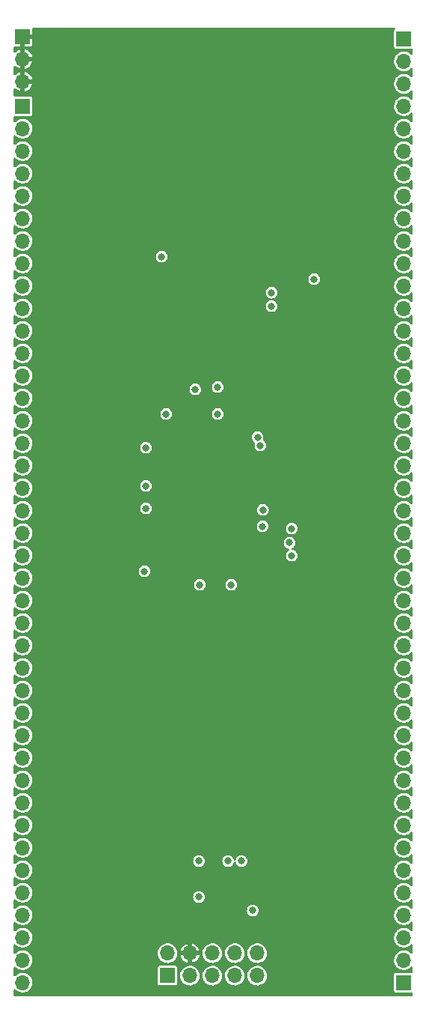
<source format=gbr>
%TF.GenerationSoftware,KiCad,Pcbnew,(6.0.0-0)*%
%TF.CreationDate,2023-01-15T17:49:43+00:00*%
%TF.ProjectId,altera-7128-adaptor,616c7465-7261-42d3-9731-32382d616461,rev?*%
%TF.SameCoordinates,Original*%
%TF.FileFunction,Copper,L2,Inr*%
%TF.FilePolarity,Positive*%
%FSLAX46Y46*%
G04 Gerber Fmt 4.6, Leading zero omitted, Abs format (unit mm)*
G04 Created by KiCad (PCBNEW (6.0.0-0)) date 2023-01-15 17:49:43*
%MOMM*%
%LPD*%
G01*
G04 APERTURE LIST*
%TA.AperFunction,ComponentPad*%
%ADD10R,1.700000X1.700000*%
%TD*%
%TA.AperFunction,ComponentPad*%
%ADD11O,1.700000X1.700000*%
%TD*%
%TA.AperFunction,ViaPad*%
%ADD12C,0.800000*%
%TD*%
G04 APERTURE END LIST*
D10*
%TO.N,/TCK*%
%TO.C,J2*%
X118014511Y-132566489D03*
D11*
%TO.N,GND*%
X118014511Y-130026489D03*
%TO.N,/TDO*%
X120554511Y-132566489D03*
%TO.N,+5V*%
X120554511Y-130026489D03*
%TO.N,/TMS*%
X123094511Y-132566489D03*
%TO.N,unconnected-(J2-Pad6)*%
X123094511Y-130026489D03*
%TO.N,unconnected-(J2-Pad7)*%
X125634511Y-132566489D03*
%TO.N,unconnected-(J2-Pad8)*%
X125634511Y-130026489D03*
%TO.N,/TDI*%
X128174511Y-132566489D03*
%TO.N,GND*%
X128174511Y-130026489D03*
%TD*%
D10*
%TO.N,+5V*%
%TO.C,J5*%
X101600000Y-26431000D03*
D11*
X101600000Y-28971000D03*
X101600000Y-31511000D03*
%TD*%
D10*
%TO.N,GND*%
%TO.C,J4*%
X144780000Y-26685000D03*
D11*
X144780000Y-29225000D03*
X144780000Y-31765000D03*
%TD*%
D10*
%TO.N,/GCLK1*%
%TO.C,J3*%
X101600000Y-34290000D03*
D11*
%TO.N,/IO2*%
X101600000Y-36830000D03*
%TO.N,/IO3*%
X101600000Y-39370000D03*
%TO.N,/IO4*%
X101600000Y-41910000D03*
%TO.N,/IO5*%
X101600000Y-44450000D03*
%TO.N,/IO6*%
X101600000Y-46990000D03*
%TO.N,/IO7*%
X101600000Y-49530000D03*
%TO.N,/IO8*%
X101600000Y-52070000D03*
%TO.N,/IO9*%
X101600000Y-54610000D03*
%TO.N,/IO10*%
X101600000Y-57150000D03*
%TO.N,/IO11*%
X101600000Y-59690000D03*
%TO.N,/IO12*%
X101600000Y-62230000D03*
%TO.N,/IO13*%
X101600000Y-64770000D03*
%TO.N,/IO14*%
X101600000Y-67310000D03*
%TO.N,/IO15*%
X101600000Y-69850000D03*
%TO.N,/IO16*%
X101600000Y-72390000D03*
%TO.N,/IO17*%
X101600000Y-74930000D03*
%TO.N,/IO18*%
X101600000Y-77470000D03*
%TO.N,/IO19*%
X101600000Y-80010000D03*
%TO.N,/IO20*%
X101600000Y-82550000D03*
%TO.N,/IO21*%
X101600000Y-85090000D03*
%TO.N,/IO22*%
X101600000Y-87630000D03*
%TO.N,/IO23*%
X101600000Y-90170000D03*
%TO.N,/IO24*%
X101600000Y-92710000D03*
%TO.N,/IO25*%
X101600000Y-95250000D03*
%TO.N,/IO26*%
X101600000Y-97790000D03*
%TO.N,/IO27*%
X101600000Y-100330000D03*
%TO.N,/IO28*%
X101600000Y-102870000D03*
%TO.N,/IO29*%
X101600000Y-105410000D03*
%TO.N,/IO30*%
X101600000Y-107950000D03*
%TO.N,/IO31*%
X101600000Y-110490000D03*
%TO.N,/IO32*%
X101600000Y-113030000D03*
%TO.N,/IO33*%
X101600000Y-115570000D03*
%TO.N,/IO34*%
X101600000Y-118110000D03*
%TO.N,/IO35*%
X101600000Y-120650000D03*
%TO.N,/IO36*%
X101600000Y-123190000D03*
%TO.N,/IO37*%
X101600000Y-125730000D03*
%TO.N,/IO38*%
X101600000Y-128270000D03*
%TO.N,/IO39*%
X101600000Y-130810000D03*
%TO.N,/IO40*%
X101600000Y-133350000D03*
%TD*%
D10*
%TO.N,/IO41*%
%TO.C,J1*%
X144780000Y-133350000D03*
D11*
%TO.N,/IO42*%
X144780000Y-130810000D03*
%TO.N,/IO43*%
X144780000Y-128270000D03*
%TO.N,/IO44*%
X144780000Y-125730000D03*
%TO.N,/IO45*%
X144780000Y-123190000D03*
%TO.N,/IO46*%
X144780000Y-120650000D03*
%TO.N,/IO47*%
X144780000Y-118110000D03*
%TO.N,/IO48*%
X144780000Y-115570000D03*
%TO.N,/IO49*%
X144780000Y-113030000D03*
%TO.N,/IO50*%
X144780000Y-110490000D03*
%TO.N,/IO51*%
X144780000Y-107950000D03*
%TO.N,/IO52*%
X144780000Y-105410000D03*
%TO.N,/IO53*%
X144780000Y-102870000D03*
%TO.N,/IO54*%
X144780000Y-100330000D03*
%TO.N,/IO55*%
X144780000Y-97790000D03*
%TO.N,/IO56*%
X144780000Y-95250000D03*
%TO.N,/IO57*%
X144780000Y-92710000D03*
%TO.N,/IO58*%
X144780000Y-90170000D03*
%TO.N,/IO59*%
X144780000Y-87630000D03*
%TO.N,/IO60*%
X144780000Y-85090000D03*
%TO.N,/IO61*%
X144780000Y-82550000D03*
%TO.N,/IO62*%
X144780000Y-80010000D03*
%TO.N,/IO63*%
X144780000Y-77470000D03*
%TO.N,/IO64*%
X144780000Y-74930000D03*
%TO.N,/IO65*%
X144780000Y-72390000D03*
%TO.N,/IO66*%
X144780000Y-69850000D03*
%TO.N,/IO67*%
X144780000Y-67310000D03*
%TO.N,/IO68*%
X144780000Y-64770000D03*
%TO.N,/IO69*%
X144780000Y-62230000D03*
%TO.N,/IO70*%
X144780000Y-59690000D03*
%TO.N,/IO71*%
X144780000Y-57150000D03*
%TO.N,/IO72*%
X144780000Y-54610000D03*
%TO.N,/IO73*%
X144780000Y-52070000D03*
%TO.N,/IO74*%
X144780000Y-49530000D03*
%TO.N,/IO75*%
X144780000Y-46990000D03*
%TO.N,/IO76*%
X144780000Y-44450000D03*
%TO.N,/IO77*%
X144780000Y-41910000D03*
%TO.N,/OE1*%
X144780000Y-39370000D03*
%TO.N,/GCLRN*%
X144780000Y-36830000D03*
%TO.N,/OE2{slash}GCLK2*%
X144780000Y-34290000D03*
%TD*%
D12*
%TO.N,+5V*%
X115443000Y-81661000D03*
X123952000Y-123698000D03*
X128778000Y-86868000D03*
X126492000Y-69088000D03*
X115798600Y-71907400D03*
X128778000Y-76962000D03*
X120650000Y-69088000D03*
X119631546Y-88339246D03*
X119380000Y-123190000D03*
%TO.N,GND*%
X117856000Y-69088000D03*
X128207930Y-71695789D03*
X123698000Y-69088000D03*
X115401793Y-86855324D03*
X125222000Y-88392000D03*
X115570000Y-77216000D03*
X126391511Y-119607489D03*
X121668890Y-88385096D03*
X128778000Y-81788000D03*
%TO.N,/IO46*%
X132080000Y-85090000D03*
%TO.N,/IO48*%
X131826000Y-83632100D03*
%TO.N,/IO50*%
X132080000Y-82042000D03*
%TO.N,/IO71*%
X134620000Y-53848000D03*
%TO.N,/GCLK1*%
X123698000Y-66040000D03*
%TO.N,/TCK*%
X124867511Y-119607489D03*
X128812718Y-79928784D03*
%TO.N,/TDO*%
X127661511Y-125195489D03*
X128524000Y-72644000D03*
%TO.N,/TMS*%
X115570000Y-79756000D03*
X121565511Y-119607489D03*
%TO.N,/TDI*%
X115570000Y-72898000D03*
X121565511Y-123671489D03*
%TO.N,/OE1*%
X129794000Y-56896000D03*
%TO.N,/GCLRN*%
X129794000Y-55372000D03*
%TO.N,/OE2{slash}GCLK2*%
X121158000Y-66294000D03*
X117348000Y-51308000D03*
%TD*%
%TA.AperFunction,Conductor*%
%TO.N,+5V*%
G36*
X143775691Y-25420002D02*
G01*
X143822184Y-25473658D01*
X143832288Y-25543932D01*
X143802794Y-25608512D01*
X143777573Y-25630764D01*
X143746516Y-25651516D01*
X143690266Y-25735699D01*
X143675500Y-25809933D01*
X143675501Y-27560066D01*
X143690266Y-27634301D01*
X143697161Y-27644621D01*
X143697162Y-27644622D01*
X143737516Y-27705015D01*
X143746516Y-27718484D01*
X143830699Y-27774734D01*
X143904933Y-27789500D01*
X144779858Y-27789500D01*
X145655066Y-27789499D01*
X145658550Y-27788806D01*
X145727402Y-27801863D01*
X145778931Y-27850703D01*
X145796000Y-27914028D01*
X145796000Y-28371907D01*
X145775998Y-28440028D01*
X145722342Y-28486521D01*
X145652068Y-28496625D01*
X145584471Y-28464431D01*
X145577134Y-28457648D01*
X145455258Y-28344987D01*
X145450375Y-28341906D01*
X145450371Y-28341903D01*
X145288464Y-28239748D01*
X145283581Y-28236667D01*
X145095039Y-28161446D01*
X145089379Y-28160320D01*
X145089375Y-28160319D01*
X144901613Y-28122971D01*
X144901610Y-28122971D01*
X144895946Y-28121844D01*
X144890171Y-28121768D01*
X144890167Y-28121768D01*
X144788793Y-28120441D01*
X144692971Y-28119187D01*
X144687274Y-28120166D01*
X144687273Y-28120166D01*
X144498607Y-28152585D01*
X144492910Y-28153564D01*
X144302463Y-28223824D01*
X144128010Y-28327612D01*
X144123670Y-28331418D01*
X144123666Y-28331421D01*
X143999825Y-28440028D01*
X143975392Y-28461455D01*
X143971817Y-28465990D01*
X143971816Y-28465991D01*
X143947666Y-28496625D01*
X143849720Y-28620869D01*
X143847031Y-28625980D01*
X143847029Y-28625983D01*
X143805513Y-28704892D01*
X143755203Y-28800515D01*
X143695007Y-28994378D01*
X143671148Y-29195964D01*
X143684424Y-29398522D01*
X143734392Y-29595269D01*
X143736809Y-29600512D01*
X143781081Y-29696545D01*
X143819377Y-29779616D01*
X143936533Y-29945389D01*
X143940675Y-29949424D01*
X144035214Y-30041519D01*
X144081938Y-30087035D01*
X144250720Y-30199812D01*
X144256023Y-30202090D01*
X144256026Y-30202092D01*
X144344707Y-30240192D01*
X144437228Y-30279942D01*
X144510244Y-30296464D01*
X144629579Y-30323467D01*
X144629584Y-30323468D01*
X144635216Y-30324742D01*
X144640987Y-30324969D01*
X144640989Y-30324969D01*
X144700756Y-30327317D01*
X144838053Y-30332712D01*
X144938499Y-30318148D01*
X145033231Y-30304413D01*
X145033236Y-30304412D01*
X145038945Y-30303584D01*
X145044409Y-30301729D01*
X145044414Y-30301728D01*
X145225693Y-30240192D01*
X145225698Y-30240190D01*
X145231165Y-30238334D01*
X145408276Y-30139147D01*
X145470934Y-30087035D01*
X145559913Y-30013031D01*
X145564345Y-30009345D01*
X145568031Y-30004913D01*
X145568036Y-30004908D01*
X145573126Y-29998788D01*
X145632063Y-29959204D01*
X145703046Y-29957768D01*
X145763536Y-29994935D01*
X145794329Y-30058906D01*
X145796000Y-30079357D01*
X145796000Y-30911907D01*
X145775998Y-30980028D01*
X145722342Y-31026521D01*
X145652068Y-31036625D01*
X145584471Y-31004431D01*
X145577134Y-30997648D01*
X145455258Y-30884987D01*
X145450375Y-30881906D01*
X145450371Y-30881903D01*
X145288464Y-30779748D01*
X145283581Y-30776667D01*
X145095039Y-30701446D01*
X145089379Y-30700320D01*
X145089375Y-30700319D01*
X144901613Y-30662971D01*
X144901610Y-30662971D01*
X144895946Y-30661844D01*
X144890171Y-30661768D01*
X144890167Y-30661768D01*
X144788793Y-30660441D01*
X144692971Y-30659187D01*
X144687274Y-30660166D01*
X144687273Y-30660166D01*
X144498607Y-30692585D01*
X144492910Y-30693564D01*
X144302463Y-30763824D01*
X144128010Y-30867612D01*
X144123670Y-30871418D01*
X144123666Y-30871421D01*
X143999825Y-30980028D01*
X143975392Y-31001455D01*
X143971817Y-31005990D01*
X143971816Y-31005991D01*
X143947666Y-31036625D01*
X143849720Y-31160869D01*
X143847031Y-31165980D01*
X143847029Y-31165983D01*
X143805513Y-31244892D01*
X143755203Y-31340515D01*
X143695007Y-31534378D01*
X143671148Y-31735964D01*
X143684424Y-31938522D01*
X143734392Y-32135269D01*
X143736809Y-32140512D01*
X143781081Y-32236545D01*
X143819377Y-32319616D01*
X143936533Y-32485389D01*
X143940675Y-32489424D01*
X144035214Y-32581519D01*
X144081938Y-32627035D01*
X144250720Y-32739812D01*
X144256023Y-32742090D01*
X144256026Y-32742092D01*
X144344707Y-32780192D01*
X144437228Y-32819942D01*
X144510244Y-32836464D01*
X144629579Y-32863467D01*
X144629584Y-32863468D01*
X144635216Y-32864742D01*
X144640987Y-32864969D01*
X144640989Y-32864969D01*
X144700756Y-32867317D01*
X144838053Y-32872712D01*
X144938499Y-32858148D01*
X145033231Y-32844413D01*
X145033236Y-32844412D01*
X145038945Y-32843584D01*
X145044409Y-32841729D01*
X145044414Y-32841728D01*
X145225693Y-32780192D01*
X145225698Y-32780190D01*
X145231165Y-32778334D01*
X145408276Y-32679147D01*
X145470934Y-32627035D01*
X145559913Y-32553031D01*
X145564345Y-32549345D01*
X145568031Y-32544913D01*
X145568036Y-32544908D01*
X145573126Y-32538788D01*
X145632063Y-32499204D01*
X145703046Y-32497768D01*
X145763536Y-32534935D01*
X145794329Y-32598906D01*
X145796000Y-32619357D01*
X145796000Y-33436907D01*
X145775998Y-33505028D01*
X145722342Y-33551521D01*
X145652068Y-33561625D01*
X145584471Y-33529431D01*
X145577134Y-33522648D01*
X145455258Y-33409987D01*
X145450375Y-33406906D01*
X145450371Y-33406903D01*
X145288464Y-33304748D01*
X145283581Y-33301667D01*
X145095039Y-33226446D01*
X145089379Y-33225320D01*
X145089375Y-33225319D01*
X144901613Y-33187971D01*
X144901610Y-33187971D01*
X144895946Y-33186844D01*
X144890171Y-33186768D01*
X144890167Y-33186768D01*
X144788793Y-33185441D01*
X144692971Y-33184187D01*
X144687274Y-33185166D01*
X144687273Y-33185166D01*
X144599397Y-33200266D01*
X144492910Y-33218564D01*
X144302463Y-33288824D01*
X144128010Y-33392612D01*
X144123670Y-33396418D01*
X144123666Y-33396421D01*
X144077501Y-33436907D01*
X143975392Y-33526455D01*
X143971817Y-33530990D01*
X143971816Y-33530991D01*
X143947666Y-33561625D01*
X143849720Y-33685869D01*
X143847031Y-33690980D01*
X143847029Y-33690983D01*
X143799128Y-33782027D01*
X143755203Y-33865515D01*
X143695007Y-34059378D01*
X143671148Y-34260964D01*
X143684424Y-34463522D01*
X143734392Y-34660269D01*
X143736809Y-34665512D01*
X143816959Y-34839371D01*
X143819377Y-34844616D01*
X143936533Y-35010389D01*
X143940675Y-35014424D01*
X144002186Y-35074345D01*
X144081938Y-35152035D01*
X144250720Y-35264812D01*
X144256023Y-35267090D01*
X144256026Y-35267092D01*
X144387283Y-35323484D01*
X144437228Y-35344942D01*
X144510244Y-35361464D01*
X144629579Y-35388467D01*
X144629584Y-35388468D01*
X144635216Y-35389742D01*
X144640987Y-35389969D01*
X144640989Y-35389969D01*
X144700756Y-35392317D01*
X144838053Y-35397712D01*
X144945341Y-35382156D01*
X145033231Y-35369413D01*
X145033236Y-35369412D01*
X145038945Y-35368584D01*
X145044409Y-35366729D01*
X145044414Y-35366728D01*
X145225693Y-35305192D01*
X145225698Y-35305190D01*
X145231165Y-35303334D01*
X145408276Y-35204147D01*
X145447969Y-35171135D01*
X145559913Y-35078031D01*
X145564345Y-35074345D01*
X145568031Y-35069913D01*
X145568036Y-35069908D01*
X145573126Y-35063788D01*
X145632063Y-35024204D01*
X145703046Y-35022768D01*
X145763536Y-35059935D01*
X145794329Y-35123906D01*
X145796000Y-35144357D01*
X145796000Y-35976907D01*
X145775998Y-36045028D01*
X145722342Y-36091521D01*
X145652068Y-36101625D01*
X145584471Y-36069431D01*
X145577134Y-36062648D01*
X145455258Y-35949987D01*
X145450375Y-35946906D01*
X145450371Y-35946903D01*
X145288464Y-35844748D01*
X145283581Y-35841667D01*
X145095039Y-35766446D01*
X145089379Y-35765320D01*
X145089375Y-35765319D01*
X144901613Y-35727971D01*
X144901610Y-35727971D01*
X144895946Y-35726844D01*
X144890171Y-35726768D01*
X144890167Y-35726768D01*
X144788793Y-35725441D01*
X144692971Y-35724187D01*
X144687274Y-35725166D01*
X144687273Y-35725166D01*
X144498607Y-35757585D01*
X144492910Y-35758564D01*
X144302463Y-35828824D01*
X144128010Y-35932612D01*
X144123670Y-35936418D01*
X144123666Y-35936421D01*
X143999825Y-36045028D01*
X143975392Y-36066455D01*
X143971817Y-36070990D01*
X143971816Y-36070991D01*
X143954931Y-36092409D01*
X143849720Y-36225869D01*
X143847031Y-36230980D01*
X143847029Y-36230983D01*
X143834073Y-36255609D01*
X143755203Y-36405515D01*
X143695007Y-36599378D01*
X143671148Y-36800964D01*
X143684424Y-37003522D01*
X143685845Y-37009118D01*
X143685846Y-37009123D01*
X143706119Y-37088945D01*
X143734392Y-37200269D01*
X143736809Y-37205512D01*
X143774010Y-37286208D01*
X143819377Y-37384616D01*
X143936533Y-37550389D01*
X143940675Y-37554424D01*
X143997637Y-37609913D01*
X144081938Y-37692035D01*
X144250720Y-37804812D01*
X144256023Y-37807090D01*
X144256026Y-37807092D01*
X144344707Y-37845192D01*
X144437228Y-37884942D01*
X144510244Y-37901464D01*
X144629579Y-37928467D01*
X144629584Y-37928468D01*
X144635216Y-37929742D01*
X144640987Y-37929969D01*
X144640989Y-37929969D01*
X144700756Y-37932317D01*
X144838053Y-37937712D01*
X144938499Y-37923148D01*
X145033231Y-37909413D01*
X145033236Y-37909412D01*
X145038945Y-37908584D01*
X145044409Y-37906729D01*
X145044414Y-37906728D01*
X145225693Y-37845192D01*
X145225698Y-37845190D01*
X145231165Y-37843334D01*
X145408276Y-37744147D01*
X145470934Y-37692035D01*
X145559913Y-37618031D01*
X145564345Y-37614345D01*
X145568031Y-37609913D01*
X145568036Y-37609908D01*
X145573126Y-37603788D01*
X145632063Y-37564204D01*
X145703046Y-37562768D01*
X145763536Y-37599935D01*
X145794329Y-37663906D01*
X145796000Y-37684357D01*
X145796000Y-38516907D01*
X145775998Y-38585028D01*
X145722342Y-38631521D01*
X145652068Y-38641625D01*
X145584471Y-38609431D01*
X145577134Y-38602648D01*
X145455258Y-38489987D01*
X145450375Y-38486906D01*
X145450371Y-38486903D01*
X145288464Y-38384748D01*
X145283581Y-38381667D01*
X145095039Y-38306446D01*
X145089379Y-38305320D01*
X145089375Y-38305319D01*
X144901613Y-38267971D01*
X144901610Y-38267971D01*
X144895946Y-38266844D01*
X144890171Y-38266768D01*
X144890167Y-38266768D01*
X144788793Y-38265441D01*
X144692971Y-38264187D01*
X144687274Y-38265166D01*
X144687273Y-38265166D01*
X144498607Y-38297585D01*
X144492910Y-38298564D01*
X144302463Y-38368824D01*
X144128010Y-38472612D01*
X144123670Y-38476418D01*
X144123666Y-38476421D01*
X143999825Y-38585028D01*
X143975392Y-38606455D01*
X143971817Y-38610990D01*
X143971816Y-38610991D01*
X143954931Y-38632409D01*
X143849720Y-38765869D01*
X143847031Y-38770980D01*
X143847029Y-38770983D01*
X143834073Y-38795609D01*
X143755203Y-38945515D01*
X143695007Y-39139378D01*
X143671148Y-39340964D01*
X143684424Y-39543522D01*
X143685845Y-39549118D01*
X143685846Y-39549123D01*
X143706119Y-39628945D01*
X143734392Y-39740269D01*
X143736809Y-39745512D01*
X143774010Y-39826208D01*
X143819377Y-39924616D01*
X143936533Y-40090389D01*
X143940675Y-40094424D01*
X143997637Y-40149913D01*
X144081938Y-40232035D01*
X144250720Y-40344812D01*
X144256023Y-40347090D01*
X144256026Y-40347092D01*
X144344707Y-40385192D01*
X144437228Y-40424942D01*
X144510244Y-40441464D01*
X144629579Y-40468467D01*
X144629584Y-40468468D01*
X144635216Y-40469742D01*
X144640987Y-40469969D01*
X144640989Y-40469969D01*
X144700756Y-40472317D01*
X144838053Y-40477712D01*
X144938499Y-40463148D01*
X145033231Y-40449413D01*
X145033236Y-40449412D01*
X145038945Y-40448584D01*
X145044409Y-40446729D01*
X145044414Y-40446728D01*
X145225693Y-40385192D01*
X145225698Y-40385190D01*
X145231165Y-40383334D01*
X145408276Y-40284147D01*
X145470934Y-40232035D01*
X145559913Y-40158031D01*
X145564345Y-40154345D01*
X145568031Y-40149913D01*
X145568036Y-40149908D01*
X145573126Y-40143788D01*
X145632063Y-40104204D01*
X145703046Y-40102768D01*
X145763536Y-40139935D01*
X145794329Y-40203906D01*
X145796000Y-40224357D01*
X145796000Y-41056907D01*
X145775998Y-41125028D01*
X145722342Y-41171521D01*
X145652068Y-41181625D01*
X145584471Y-41149431D01*
X145577134Y-41142648D01*
X145455258Y-41029987D01*
X145450375Y-41026906D01*
X145450371Y-41026903D01*
X145288464Y-40924748D01*
X145283581Y-40921667D01*
X145095039Y-40846446D01*
X145089379Y-40845320D01*
X145089375Y-40845319D01*
X144901613Y-40807971D01*
X144901610Y-40807971D01*
X144895946Y-40806844D01*
X144890171Y-40806768D01*
X144890167Y-40806768D01*
X144788793Y-40805441D01*
X144692971Y-40804187D01*
X144687274Y-40805166D01*
X144687273Y-40805166D01*
X144498607Y-40837585D01*
X144492910Y-40838564D01*
X144302463Y-40908824D01*
X144128010Y-41012612D01*
X144123670Y-41016418D01*
X144123666Y-41016421D01*
X143999825Y-41125028D01*
X143975392Y-41146455D01*
X143971817Y-41150990D01*
X143971816Y-41150991D01*
X143954931Y-41172409D01*
X143849720Y-41305869D01*
X143847031Y-41310980D01*
X143847029Y-41310983D01*
X143834073Y-41335609D01*
X143755203Y-41485515D01*
X143695007Y-41679378D01*
X143671148Y-41880964D01*
X143684424Y-42083522D01*
X143685845Y-42089118D01*
X143685846Y-42089123D01*
X143706119Y-42168945D01*
X143734392Y-42280269D01*
X143736809Y-42285512D01*
X143774010Y-42366208D01*
X143819377Y-42464616D01*
X143936533Y-42630389D01*
X143940675Y-42634424D01*
X143997637Y-42689913D01*
X144081938Y-42772035D01*
X144250720Y-42884812D01*
X144256023Y-42887090D01*
X144256026Y-42887092D01*
X144344707Y-42925192D01*
X144437228Y-42964942D01*
X144510244Y-42981464D01*
X144629579Y-43008467D01*
X144629584Y-43008468D01*
X144635216Y-43009742D01*
X144640987Y-43009969D01*
X144640989Y-43009969D01*
X144700756Y-43012317D01*
X144838053Y-43017712D01*
X144938499Y-43003148D01*
X145033231Y-42989413D01*
X145033236Y-42989412D01*
X145038945Y-42988584D01*
X145044409Y-42986729D01*
X145044414Y-42986728D01*
X145225693Y-42925192D01*
X145225698Y-42925190D01*
X145231165Y-42923334D01*
X145408276Y-42824147D01*
X145470934Y-42772035D01*
X145559913Y-42698031D01*
X145564345Y-42694345D01*
X145568031Y-42689913D01*
X145568036Y-42689908D01*
X145573126Y-42683788D01*
X145632063Y-42644204D01*
X145703046Y-42642768D01*
X145763536Y-42679935D01*
X145794329Y-42743906D01*
X145796000Y-42764357D01*
X145796000Y-43596907D01*
X145775998Y-43665028D01*
X145722342Y-43711521D01*
X145652068Y-43721625D01*
X145584471Y-43689431D01*
X145577134Y-43682648D01*
X145455258Y-43569987D01*
X145450375Y-43566906D01*
X145450371Y-43566903D01*
X145288464Y-43464748D01*
X145283581Y-43461667D01*
X145095039Y-43386446D01*
X145089379Y-43385320D01*
X145089375Y-43385319D01*
X144901613Y-43347971D01*
X144901610Y-43347971D01*
X144895946Y-43346844D01*
X144890171Y-43346768D01*
X144890167Y-43346768D01*
X144788793Y-43345441D01*
X144692971Y-43344187D01*
X144687274Y-43345166D01*
X144687273Y-43345166D01*
X144498607Y-43377585D01*
X144492910Y-43378564D01*
X144302463Y-43448824D01*
X144128010Y-43552612D01*
X144123670Y-43556418D01*
X144123666Y-43556421D01*
X143999825Y-43665028D01*
X143975392Y-43686455D01*
X143971817Y-43690990D01*
X143971816Y-43690991D01*
X143954931Y-43712409D01*
X143849720Y-43845869D01*
X143847031Y-43850980D01*
X143847029Y-43850983D01*
X143834073Y-43875609D01*
X143755203Y-44025515D01*
X143695007Y-44219378D01*
X143671148Y-44420964D01*
X143684424Y-44623522D01*
X143685845Y-44629118D01*
X143685846Y-44629123D01*
X143706119Y-44708945D01*
X143734392Y-44820269D01*
X143736809Y-44825512D01*
X143774010Y-44906208D01*
X143819377Y-45004616D01*
X143936533Y-45170389D01*
X143940675Y-45174424D01*
X143997637Y-45229913D01*
X144081938Y-45312035D01*
X144250720Y-45424812D01*
X144256023Y-45427090D01*
X144256026Y-45427092D01*
X144344707Y-45465192D01*
X144437228Y-45504942D01*
X144510244Y-45521464D01*
X144629579Y-45548467D01*
X144629584Y-45548468D01*
X144635216Y-45549742D01*
X144640987Y-45549969D01*
X144640989Y-45549969D01*
X144700756Y-45552317D01*
X144838053Y-45557712D01*
X144938499Y-45543148D01*
X145033231Y-45529413D01*
X145033236Y-45529412D01*
X145038945Y-45528584D01*
X145044409Y-45526729D01*
X145044414Y-45526728D01*
X145225693Y-45465192D01*
X145225698Y-45465190D01*
X145231165Y-45463334D01*
X145408276Y-45364147D01*
X145470934Y-45312035D01*
X145559913Y-45238031D01*
X145564345Y-45234345D01*
X145568031Y-45229913D01*
X145568036Y-45229908D01*
X145573126Y-45223788D01*
X145632063Y-45184204D01*
X145703046Y-45182768D01*
X145763536Y-45219935D01*
X145794329Y-45283906D01*
X145796000Y-45304357D01*
X145796000Y-46136907D01*
X145775998Y-46205028D01*
X145722342Y-46251521D01*
X145652068Y-46261625D01*
X145584471Y-46229431D01*
X145577134Y-46222648D01*
X145455258Y-46109987D01*
X145450375Y-46106906D01*
X145450371Y-46106903D01*
X145288464Y-46004748D01*
X145283581Y-46001667D01*
X145095039Y-45926446D01*
X145089379Y-45925320D01*
X145089375Y-45925319D01*
X144901613Y-45887971D01*
X144901610Y-45887971D01*
X144895946Y-45886844D01*
X144890171Y-45886768D01*
X144890167Y-45886768D01*
X144788793Y-45885441D01*
X144692971Y-45884187D01*
X144687274Y-45885166D01*
X144687273Y-45885166D01*
X144498607Y-45917585D01*
X144492910Y-45918564D01*
X144302463Y-45988824D01*
X144128010Y-46092612D01*
X144123670Y-46096418D01*
X144123666Y-46096421D01*
X143999825Y-46205028D01*
X143975392Y-46226455D01*
X143971817Y-46230990D01*
X143971816Y-46230991D01*
X143954931Y-46252409D01*
X143849720Y-46385869D01*
X143847031Y-46390980D01*
X143847029Y-46390983D01*
X143834073Y-46415609D01*
X143755203Y-46565515D01*
X143695007Y-46759378D01*
X143671148Y-46960964D01*
X143684424Y-47163522D01*
X143685845Y-47169118D01*
X143685846Y-47169123D01*
X143706119Y-47248945D01*
X143734392Y-47360269D01*
X143736809Y-47365512D01*
X143774010Y-47446208D01*
X143819377Y-47544616D01*
X143936533Y-47710389D01*
X143940675Y-47714424D01*
X143997637Y-47769913D01*
X144081938Y-47852035D01*
X144250720Y-47964812D01*
X144256023Y-47967090D01*
X144256026Y-47967092D01*
X144344707Y-48005192D01*
X144437228Y-48044942D01*
X144510244Y-48061464D01*
X144629579Y-48088467D01*
X144629584Y-48088468D01*
X144635216Y-48089742D01*
X144640987Y-48089969D01*
X144640989Y-48089969D01*
X144700756Y-48092317D01*
X144838053Y-48097712D01*
X144938499Y-48083148D01*
X145033231Y-48069413D01*
X145033236Y-48069412D01*
X145038945Y-48068584D01*
X145044409Y-48066729D01*
X145044414Y-48066728D01*
X145225693Y-48005192D01*
X145225698Y-48005190D01*
X145231165Y-48003334D01*
X145408276Y-47904147D01*
X145470934Y-47852035D01*
X145559913Y-47778031D01*
X145564345Y-47774345D01*
X145568031Y-47769913D01*
X145568036Y-47769908D01*
X145573126Y-47763788D01*
X145632063Y-47724204D01*
X145703046Y-47722768D01*
X145763536Y-47759935D01*
X145794329Y-47823906D01*
X145796000Y-47844357D01*
X145796000Y-48676907D01*
X145775998Y-48745028D01*
X145722342Y-48791521D01*
X145652068Y-48801625D01*
X145584471Y-48769431D01*
X145577134Y-48762648D01*
X145455258Y-48649987D01*
X145450375Y-48646906D01*
X145450371Y-48646903D01*
X145288464Y-48544748D01*
X145283581Y-48541667D01*
X145095039Y-48466446D01*
X145089379Y-48465320D01*
X145089375Y-48465319D01*
X144901613Y-48427971D01*
X144901610Y-48427971D01*
X144895946Y-48426844D01*
X144890171Y-48426768D01*
X144890167Y-48426768D01*
X144788793Y-48425441D01*
X144692971Y-48424187D01*
X144687274Y-48425166D01*
X144687273Y-48425166D01*
X144498607Y-48457585D01*
X144492910Y-48458564D01*
X144302463Y-48528824D01*
X144128010Y-48632612D01*
X144123670Y-48636418D01*
X144123666Y-48636421D01*
X143999825Y-48745028D01*
X143975392Y-48766455D01*
X143971817Y-48770990D01*
X143971816Y-48770991D01*
X143954931Y-48792409D01*
X143849720Y-48925869D01*
X143847031Y-48930980D01*
X143847029Y-48930983D01*
X143834073Y-48955609D01*
X143755203Y-49105515D01*
X143695007Y-49299378D01*
X143671148Y-49500964D01*
X143684424Y-49703522D01*
X143685845Y-49709118D01*
X143685846Y-49709123D01*
X143706119Y-49788945D01*
X143734392Y-49900269D01*
X143736809Y-49905512D01*
X143774010Y-49986208D01*
X143819377Y-50084616D01*
X143936533Y-50250389D01*
X143940675Y-50254424D01*
X143997637Y-50309913D01*
X144081938Y-50392035D01*
X144250720Y-50504812D01*
X144256023Y-50507090D01*
X144256026Y-50507092D01*
X144344707Y-50545192D01*
X144437228Y-50584942D01*
X144510244Y-50601464D01*
X144629579Y-50628467D01*
X144629584Y-50628468D01*
X144635216Y-50629742D01*
X144640987Y-50629969D01*
X144640989Y-50629969D01*
X144700756Y-50632317D01*
X144838053Y-50637712D01*
X144938499Y-50623148D01*
X145033231Y-50609413D01*
X145033236Y-50609412D01*
X145038945Y-50608584D01*
X145044409Y-50606729D01*
X145044414Y-50606728D01*
X145225693Y-50545192D01*
X145225698Y-50545190D01*
X145231165Y-50543334D01*
X145408276Y-50444147D01*
X145470934Y-50392035D01*
X145559913Y-50318031D01*
X145564345Y-50314345D01*
X145568031Y-50309913D01*
X145568036Y-50309908D01*
X145573126Y-50303788D01*
X145632063Y-50264204D01*
X145703046Y-50262768D01*
X145763536Y-50299935D01*
X145794329Y-50363906D01*
X145796000Y-50384357D01*
X145796000Y-51216907D01*
X145775998Y-51285028D01*
X145722342Y-51331521D01*
X145652068Y-51341625D01*
X145584471Y-51309431D01*
X145577134Y-51302648D01*
X145455258Y-51189987D01*
X145450375Y-51186906D01*
X145450371Y-51186903D01*
X145288464Y-51084748D01*
X145283581Y-51081667D01*
X145095039Y-51006446D01*
X145089379Y-51005320D01*
X145089375Y-51005319D01*
X144901613Y-50967971D01*
X144901610Y-50967971D01*
X144895946Y-50966844D01*
X144890171Y-50966768D01*
X144890167Y-50966768D01*
X144788793Y-50965441D01*
X144692971Y-50964187D01*
X144687274Y-50965166D01*
X144687273Y-50965166D01*
X144498607Y-50997585D01*
X144492910Y-50998564D01*
X144302463Y-51068824D01*
X144128010Y-51172612D01*
X144123670Y-51176418D01*
X144123666Y-51176421D01*
X143999825Y-51285028D01*
X143975392Y-51306455D01*
X143971817Y-51310990D01*
X143971816Y-51310991D01*
X143954931Y-51332409D01*
X143849720Y-51465869D01*
X143847031Y-51470980D01*
X143847029Y-51470983D01*
X143834073Y-51495609D01*
X143755203Y-51645515D01*
X143695007Y-51839378D01*
X143671148Y-52040964D01*
X143684424Y-52243522D01*
X143685845Y-52249118D01*
X143685846Y-52249123D01*
X143706119Y-52328945D01*
X143734392Y-52440269D01*
X143736809Y-52445512D01*
X143774010Y-52526208D01*
X143819377Y-52624616D01*
X143936533Y-52790389D01*
X143940675Y-52794424D01*
X143997637Y-52849913D01*
X144081938Y-52932035D01*
X144250720Y-53044812D01*
X144256023Y-53047090D01*
X144256026Y-53047092D01*
X144344707Y-53085192D01*
X144437228Y-53124942D01*
X144510244Y-53141464D01*
X144629579Y-53168467D01*
X144629584Y-53168468D01*
X144635216Y-53169742D01*
X144640987Y-53169969D01*
X144640989Y-53169969D01*
X144700756Y-53172317D01*
X144838053Y-53177712D01*
X144938499Y-53163148D01*
X145033231Y-53149413D01*
X145033236Y-53149412D01*
X145038945Y-53148584D01*
X145044409Y-53146729D01*
X145044414Y-53146728D01*
X145225693Y-53085192D01*
X145225698Y-53085190D01*
X145231165Y-53083334D01*
X145408276Y-52984147D01*
X145470934Y-52932035D01*
X145559913Y-52858031D01*
X145564345Y-52854345D01*
X145568031Y-52849913D01*
X145568036Y-52849908D01*
X145573126Y-52843788D01*
X145632063Y-52804204D01*
X145703046Y-52802768D01*
X145763536Y-52839935D01*
X145794329Y-52903906D01*
X145796000Y-52924357D01*
X145796000Y-53756907D01*
X145775998Y-53825028D01*
X145722342Y-53871521D01*
X145652068Y-53881625D01*
X145584471Y-53849431D01*
X145577134Y-53842648D01*
X145455258Y-53729987D01*
X145450375Y-53726906D01*
X145450371Y-53726903D01*
X145288464Y-53624748D01*
X145283581Y-53621667D01*
X145095039Y-53546446D01*
X145089379Y-53545320D01*
X145089375Y-53545319D01*
X144901613Y-53507971D01*
X144901610Y-53507971D01*
X144895946Y-53506844D01*
X144890171Y-53506768D01*
X144890167Y-53506768D01*
X144788793Y-53505441D01*
X144692971Y-53504187D01*
X144687274Y-53505166D01*
X144687273Y-53505166D01*
X144498607Y-53537585D01*
X144492910Y-53538564D01*
X144302463Y-53608824D01*
X144128010Y-53712612D01*
X144123670Y-53716418D01*
X144123666Y-53716421D01*
X143999825Y-53825028D01*
X143975392Y-53846455D01*
X143971817Y-53850990D01*
X143971816Y-53850991D01*
X143954931Y-53872409D01*
X143849720Y-54005869D01*
X143847031Y-54010980D01*
X143847029Y-54010983D01*
X143834073Y-54035609D01*
X143755203Y-54185515D01*
X143695007Y-54379378D01*
X143671148Y-54580964D01*
X143684424Y-54783522D01*
X143685845Y-54789118D01*
X143685846Y-54789123D01*
X143732971Y-54974674D01*
X143734392Y-54980269D01*
X143736809Y-54985512D01*
X143774010Y-55066208D01*
X143819377Y-55164616D01*
X143936533Y-55330389D01*
X143940675Y-55334424D01*
X143997637Y-55389913D01*
X144081938Y-55472035D01*
X144250720Y-55584812D01*
X144256023Y-55587090D01*
X144256026Y-55587092D01*
X144344707Y-55625192D01*
X144437228Y-55664942D01*
X144493270Y-55677623D01*
X144629579Y-55708467D01*
X144629584Y-55708468D01*
X144635216Y-55709742D01*
X144640987Y-55709969D01*
X144640989Y-55709969D01*
X144700756Y-55712317D01*
X144838053Y-55717712D01*
X144938499Y-55703148D01*
X145033231Y-55689413D01*
X145033236Y-55689412D01*
X145038945Y-55688584D01*
X145044409Y-55686729D01*
X145044414Y-55686728D01*
X145225693Y-55625192D01*
X145225698Y-55625190D01*
X145231165Y-55623334D01*
X145408276Y-55524147D01*
X145419271Y-55515003D01*
X145559913Y-55398031D01*
X145564345Y-55394345D01*
X145568031Y-55389913D01*
X145568036Y-55389908D01*
X145573126Y-55383788D01*
X145632063Y-55344204D01*
X145703046Y-55342768D01*
X145763536Y-55379935D01*
X145794329Y-55443906D01*
X145796000Y-55464357D01*
X145796000Y-56296907D01*
X145775998Y-56365028D01*
X145722342Y-56411521D01*
X145652068Y-56421625D01*
X145584471Y-56389431D01*
X145577134Y-56382648D01*
X145455258Y-56269987D01*
X145450375Y-56266906D01*
X145450371Y-56266903D01*
X145288464Y-56164748D01*
X145283581Y-56161667D01*
X145095039Y-56086446D01*
X145089379Y-56085320D01*
X145089375Y-56085319D01*
X144901613Y-56047971D01*
X144901610Y-56047971D01*
X144895946Y-56046844D01*
X144890171Y-56046768D01*
X144890167Y-56046768D01*
X144788793Y-56045441D01*
X144692971Y-56044187D01*
X144687274Y-56045166D01*
X144687273Y-56045166D01*
X144498607Y-56077585D01*
X144492910Y-56078564D01*
X144302463Y-56148824D01*
X144128010Y-56252612D01*
X144123670Y-56256418D01*
X144123666Y-56256421D01*
X144015758Y-56351055D01*
X143975392Y-56386455D01*
X143971817Y-56390990D01*
X143971816Y-56390991D01*
X143954931Y-56412409D01*
X143849720Y-56545869D01*
X143847031Y-56550980D01*
X143847029Y-56550983D01*
X143822477Y-56597649D01*
X143755203Y-56725515D01*
X143695007Y-56919378D01*
X143671148Y-57120964D01*
X143684424Y-57323522D01*
X143685845Y-57329118D01*
X143685846Y-57329123D01*
X143713255Y-57437042D01*
X143734392Y-57520269D01*
X143736809Y-57525512D01*
X143774010Y-57606208D01*
X143819377Y-57704616D01*
X143936533Y-57870389D01*
X143940675Y-57874424D01*
X143997637Y-57929913D01*
X144081938Y-58012035D01*
X144250720Y-58124812D01*
X144256023Y-58127090D01*
X144256026Y-58127092D01*
X144344707Y-58165192D01*
X144437228Y-58204942D01*
X144510244Y-58221464D01*
X144629579Y-58248467D01*
X144629584Y-58248468D01*
X144635216Y-58249742D01*
X144640987Y-58249969D01*
X144640989Y-58249969D01*
X144700756Y-58252317D01*
X144838053Y-58257712D01*
X144938499Y-58243148D01*
X145033231Y-58229413D01*
X145033236Y-58229412D01*
X145038945Y-58228584D01*
X145044409Y-58226729D01*
X145044414Y-58226728D01*
X145225693Y-58165192D01*
X145225698Y-58165190D01*
X145231165Y-58163334D01*
X145408276Y-58064147D01*
X145470934Y-58012035D01*
X145559913Y-57938031D01*
X145564345Y-57934345D01*
X145568031Y-57929913D01*
X145568036Y-57929908D01*
X145573126Y-57923788D01*
X145632063Y-57884204D01*
X145703046Y-57882768D01*
X145763536Y-57919935D01*
X145794329Y-57983906D01*
X145796000Y-58004357D01*
X145796000Y-58836907D01*
X145775998Y-58905028D01*
X145722342Y-58951521D01*
X145652068Y-58961625D01*
X145584471Y-58929431D01*
X145577134Y-58922648D01*
X145455258Y-58809987D01*
X145450375Y-58806906D01*
X145450371Y-58806903D01*
X145288464Y-58704748D01*
X145283581Y-58701667D01*
X145095039Y-58626446D01*
X145089379Y-58625320D01*
X145089375Y-58625319D01*
X144901613Y-58587971D01*
X144901610Y-58587971D01*
X144895946Y-58586844D01*
X144890171Y-58586768D01*
X144890167Y-58586768D01*
X144788793Y-58585441D01*
X144692971Y-58584187D01*
X144687274Y-58585166D01*
X144687273Y-58585166D01*
X144498607Y-58617585D01*
X144492910Y-58618564D01*
X144302463Y-58688824D01*
X144128010Y-58792612D01*
X144123670Y-58796418D01*
X144123666Y-58796421D01*
X143999825Y-58905028D01*
X143975392Y-58926455D01*
X143971817Y-58930990D01*
X143971816Y-58930991D01*
X143954931Y-58952409D01*
X143849720Y-59085869D01*
X143847031Y-59090980D01*
X143847029Y-59090983D01*
X143834073Y-59115609D01*
X143755203Y-59265515D01*
X143695007Y-59459378D01*
X143671148Y-59660964D01*
X143684424Y-59863522D01*
X143685845Y-59869118D01*
X143685846Y-59869123D01*
X143706119Y-59948945D01*
X143734392Y-60060269D01*
X143736809Y-60065512D01*
X143774010Y-60146208D01*
X143819377Y-60244616D01*
X143936533Y-60410389D01*
X143940675Y-60414424D01*
X143997637Y-60469913D01*
X144081938Y-60552035D01*
X144250720Y-60664812D01*
X144256023Y-60667090D01*
X144256026Y-60667092D01*
X144344707Y-60705192D01*
X144437228Y-60744942D01*
X144510244Y-60761464D01*
X144629579Y-60788467D01*
X144629584Y-60788468D01*
X144635216Y-60789742D01*
X144640987Y-60789969D01*
X144640989Y-60789969D01*
X144700756Y-60792317D01*
X144838053Y-60797712D01*
X144938499Y-60783148D01*
X145033231Y-60769413D01*
X145033236Y-60769412D01*
X145038945Y-60768584D01*
X145044409Y-60766729D01*
X145044414Y-60766728D01*
X145225693Y-60705192D01*
X145225698Y-60705190D01*
X145231165Y-60703334D01*
X145408276Y-60604147D01*
X145470934Y-60552035D01*
X145559913Y-60478031D01*
X145564345Y-60474345D01*
X145568031Y-60469913D01*
X145568036Y-60469908D01*
X145573126Y-60463788D01*
X145632063Y-60424204D01*
X145703046Y-60422768D01*
X145763536Y-60459935D01*
X145794329Y-60523906D01*
X145796000Y-60544357D01*
X145796000Y-61376907D01*
X145775998Y-61445028D01*
X145722342Y-61491521D01*
X145652068Y-61501625D01*
X145584471Y-61469431D01*
X145577134Y-61462648D01*
X145455258Y-61349987D01*
X145450375Y-61346906D01*
X145450371Y-61346903D01*
X145288464Y-61244748D01*
X145283581Y-61241667D01*
X145095039Y-61166446D01*
X145089379Y-61165320D01*
X145089375Y-61165319D01*
X144901613Y-61127971D01*
X144901610Y-61127971D01*
X144895946Y-61126844D01*
X144890171Y-61126768D01*
X144890167Y-61126768D01*
X144788793Y-61125441D01*
X144692971Y-61124187D01*
X144687274Y-61125166D01*
X144687273Y-61125166D01*
X144498607Y-61157585D01*
X144492910Y-61158564D01*
X144302463Y-61228824D01*
X144128010Y-61332612D01*
X144123670Y-61336418D01*
X144123666Y-61336421D01*
X143999825Y-61445028D01*
X143975392Y-61466455D01*
X143971817Y-61470990D01*
X143971816Y-61470991D01*
X143954931Y-61492409D01*
X143849720Y-61625869D01*
X143847031Y-61630980D01*
X143847029Y-61630983D01*
X143834073Y-61655609D01*
X143755203Y-61805515D01*
X143695007Y-61999378D01*
X143671148Y-62200964D01*
X143684424Y-62403522D01*
X143685845Y-62409118D01*
X143685846Y-62409123D01*
X143706119Y-62488945D01*
X143734392Y-62600269D01*
X143736809Y-62605512D01*
X143774010Y-62686208D01*
X143819377Y-62784616D01*
X143936533Y-62950389D01*
X143940675Y-62954424D01*
X143997637Y-63009913D01*
X144081938Y-63092035D01*
X144250720Y-63204812D01*
X144256023Y-63207090D01*
X144256026Y-63207092D01*
X144344707Y-63245192D01*
X144437228Y-63284942D01*
X144510244Y-63301464D01*
X144629579Y-63328467D01*
X144629584Y-63328468D01*
X144635216Y-63329742D01*
X144640987Y-63329969D01*
X144640989Y-63329969D01*
X144700756Y-63332317D01*
X144838053Y-63337712D01*
X144938499Y-63323148D01*
X145033231Y-63309413D01*
X145033236Y-63309412D01*
X145038945Y-63308584D01*
X145044409Y-63306729D01*
X145044414Y-63306728D01*
X145225693Y-63245192D01*
X145225698Y-63245190D01*
X145231165Y-63243334D01*
X145408276Y-63144147D01*
X145470934Y-63092035D01*
X145559913Y-63018031D01*
X145564345Y-63014345D01*
X145568031Y-63009913D01*
X145568036Y-63009908D01*
X145573126Y-63003788D01*
X145632063Y-62964204D01*
X145703046Y-62962768D01*
X145763536Y-62999935D01*
X145794329Y-63063906D01*
X145796000Y-63084357D01*
X145796000Y-63916907D01*
X145775998Y-63985028D01*
X145722342Y-64031521D01*
X145652068Y-64041625D01*
X145584471Y-64009431D01*
X145577134Y-64002648D01*
X145455258Y-63889987D01*
X145450375Y-63886906D01*
X145450371Y-63886903D01*
X145288464Y-63784748D01*
X145283581Y-63781667D01*
X145095039Y-63706446D01*
X145089379Y-63705320D01*
X145089375Y-63705319D01*
X144901613Y-63667971D01*
X144901610Y-63667971D01*
X144895946Y-63666844D01*
X144890171Y-63666768D01*
X144890167Y-63666768D01*
X144788793Y-63665441D01*
X144692971Y-63664187D01*
X144687274Y-63665166D01*
X144687273Y-63665166D01*
X144498607Y-63697585D01*
X144492910Y-63698564D01*
X144302463Y-63768824D01*
X144128010Y-63872612D01*
X144123670Y-63876418D01*
X144123666Y-63876421D01*
X143999825Y-63985028D01*
X143975392Y-64006455D01*
X143971817Y-64010990D01*
X143971816Y-64010991D01*
X143954931Y-64032409D01*
X143849720Y-64165869D01*
X143847031Y-64170980D01*
X143847029Y-64170983D01*
X143834073Y-64195609D01*
X143755203Y-64345515D01*
X143695007Y-64539378D01*
X143671148Y-64740964D01*
X143684424Y-64943522D01*
X143685845Y-64949118D01*
X143685846Y-64949123D01*
X143706119Y-65028945D01*
X143734392Y-65140269D01*
X143736809Y-65145512D01*
X143774010Y-65226208D01*
X143819377Y-65324616D01*
X143936533Y-65490389D01*
X143940675Y-65494424D01*
X143997637Y-65549913D01*
X144081938Y-65632035D01*
X144250720Y-65744812D01*
X144256023Y-65747090D01*
X144256026Y-65747092D01*
X144344707Y-65785192D01*
X144437228Y-65824942D01*
X144510244Y-65841464D01*
X144629579Y-65868467D01*
X144629584Y-65868468D01*
X144635216Y-65869742D01*
X144640987Y-65869969D01*
X144640989Y-65869969D01*
X144700756Y-65872317D01*
X144838053Y-65877712D01*
X144938499Y-65863148D01*
X145033231Y-65849413D01*
X145033236Y-65849412D01*
X145038945Y-65848584D01*
X145044409Y-65846729D01*
X145044414Y-65846728D01*
X145225693Y-65785192D01*
X145225698Y-65785190D01*
X145231165Y-65783334D01*
X145408276Y-65684147D01*
X145417310Y-65676634D01*
X145559913Y-65558031D01*
X145564345Y-65554345D01*
X145568031Y-65549913D01*
X145568036Y-65549908D01*
X145573126Y-65543788D01*
X145632063Y-65504204D01*
X145703046Y-65502768D01*
X145763536Y-65539935D01*
X145794329Y-65603906D01*
X145796000Y-65624357D01*
X145796000Y-66456907D01*
X145775998Y-66525028D01*
X145722342Y-66571521D01*
X145652068Y-66581625D01*
X145584471Y-66549431D01*
X145577134Y-66542648D01*
X145455258Y-66429987D01*
X145450375Y-66426906D01*
X145450371Y-66426903D01*
X145288464Y-66324748D01*
X145283581Y-66321667D01*
X145095039Y-66246446D01*
X145089379Y-66245320D01*
X145089375Y-66245319D01*
X144901613Y-66207971D01*
X144901610Y-66207971D01*
X144895946Y-66206844D01*
X144890171Y-66206768D01*
X144890167Y-66206768D01*
X144788793Y-66205441D01*
X144692971Y-66204187D01*
X144687274Y-66205166D01*
X144687273Y-66205166D01*
X144498607Y-66237585D01*
X144492910Y-66238564D01*
X144302463Y-66308824D01*
X144128010Y-66412612D01*
X144123670Y-66416418D01*
X144123666Y-66416421D01*
X144038393Y-66491204D01*
X143975392Y-66546455D01*
X143971817Y-66550990D01*
X143971816Y-66550991D01*
X143955010Y-66572309D01*
X143849720Y-66705869D01*
X143847031Y-66710980D01*
X143847029Y-66710983D01*
X143799128Y-66802027D01*
X143755203Y-66885515D01*
X143695007Y-67079378D01*
X143671148Y-67280964D01*
X143684424Y-67483522D01*
X143685845Y-67489118D01*
X143685846Y-67489123D01*
X143706119Y-67568945D01*
X143734392Y-67680269D01*
X143736809Y-67685512D01*
X143774010Y-67766208D01*
X143819377Y-67864616D01*
X143936533Y-68030389D01*
X143940675Y-68034424D01*
X143997637Y-68089913D01*
X144081938Y-68172035D01*
X144250720Y-68284812D01*
X144256023Y-68287090D01*
X144256026Y-68287092D01*
X144344707Y-68325192D01*
X144437228Y-68364942D01*
X144510244Y-68381464D01*
X144629579Y-68408467D01*
X144629584Y-68408468D01*
X144635216Y-68409742D01*
X144640987Y-68409969D01*
X144640989Y-68409969D01*
X144700756Y-68412317D01*
X144838053Y-68417712D01*
X144938499Y-68403148D01*
X145033231Y-68389413D01*
X145033236Y-68389412D01*
X145038945Y-68388584D01*
X145044409Y-68386729D01*
X145044414Y-68386728D01*
X145225693Y-68325192D01*
X145225698Y-68325190D01*
X145231165Y-68323334D01*
X145408276Y-68224147D01*
X145470934Y-68172035D01*
X145559913Y-68098031D01*
X145564345Y-68094345D01*
X145568031Y-68089913D01*
X145568036Y-68089908D01*
X145573126Y-68083788D01*
X145632063Y-68044204D01*
X145703046Y-68042768D01*
X145763536Y-68079935D01*
X145794329Y-68143906D01*
X145796000Y-68164357D01*
X145796000Y-68996907D01*
X145775998Y-69065028D01*
X145722342Y-69111521D01*
X145652068Y-69121625D01*
X145584471Y-69089431D01*
X145577134Y-69082648D01*
X145455258Y-68969987D01*
X145450375Y-68966906D01*
X145450371Y-68966903D01*
X145288464Y-68864748D01*
X145283581Y-68861667D01*
X145095039Y-68786446D01*
X145089379Y-68785320D01*
X145089375Y-68785319D01*
X144901613Y-68747971D01*
X144901610Y-68747971D01*
X144895946Y-68746844D01*
X144890171Y-68746768D01*
X144890167Y-68746768D01*
X144788793Y-68745441D01*
X144692971Y-68744187D01*
X144687274Y-68745166D01*
X144687273Y-68745166D01*
X144498607Y-68777585D01*
X144492910Y-68778564D01*
X144302463Y-68848824D01*
X144128010Y-68952612D01*
X144123670Y-68956418D01*
X144123666Y-68956421D01*
X143999825Y-69065028D01*
X143975392Y-69086455D01*
X143971817Y-69090990D01*
X143971816Y-69090991D01*
X143954931Y-69112409D01*
X143849720Y-69245869D01*
X143847031Y-69250980D01*
X143847029Y-69250983D01*
X143834073Y-69275609D01*
X143755203Y-69425515D01*
X143695007Y-69619378D01*
X143671148Y-69820964D01*
X143684424Y-70023522D01*
X143685845Y-70029118D01*
X143685846Y-70029123D01*
X143706119Y-70108945D01*
X143734392Y-70220269D01*
X143736809Y-70225512D01*
X143774010Y-70306208D01*
X143819377Y-70404616D01*
X143936533Y-70570389D01*
X143940675Y-70574424D01*
X143997637Y-70629913D01*
X144081938Y-70712035D01*
X144250720Y-70824812D01*
X144256023Y-70827090D01*
X144256026Y-70827092D01*
X144344707Y-70865192D01*
X144437228Y-70904942D01*
X144510244Y-70921464D01*
X144629579Y-70948467D01*
X144629584Y-70948468D01*
X144635216Y-70949742D01*
X144640987Y-70949969D01*
X144640989Y-70949969D01*
X144700756Y-70952317D01*
X144838053Y-70957712D01*
X144938499Y-70943148D01*
X145033231Y-70929413D01*
X145033236Y-70929412D01*
X145038945Y-70928584D01*
X145044409Y-70926729D01*
X145044414Y-70926728D01*
X145225693Y-70865192D01*
X145225698Y-70865190D01*
X145231165Y-70863334D01*
X145408276Y-70764147D01*
X145470934Y-70712035D01*
X145559913Y-70638031D01*
X145564345Y-70634345D01*
X145568031Y-70629913D01*
X145568036Y-70629908D01*
X145573126Y-70623788D01*
X145632063Y-70584204D01*
X145703046Y-70582768D01*
X145763536Y-70619935D01*
X145794329Y-70683906D01*
X145796000Y-70704357D01*
X145796000Y-71536907D01*
X145775998Y-71605028D01*
X145722342Y-71651521D01*
X145652068Y-71661625D01*
X145584471Y-71629431D01*
X145577134Y-71622648D01*
X145455258Y-71509987D01*
X145450375Y-71506906D01*
X145450371Y-71506903D01*
X145288464Y-71404748D01*
X145283581Y-71401667D01*
X145095039Y-71326446D01*
X145089379Y-71325320D01*
X145089375Y-71325319D01*
X144901613Y-71287971D01*
X144901610Y-71287971D01*
X144895946Y-71286844D01*
X144890171Y-71286768D01*
X144890167Y-71286768D01*
X144788793Y-71285441D01*
X144692971Y-71284187D01*
X144687274Y-71285166D01*
X144687273Y-71285166D01*
X144498607Y-71317585D01*
X144492910Y-71318564D01*
X144302463Y-71388824D01*
X144128010Y-71492612D01*
X144123670Y-71496418D01*
X144123666Y-71496421D01*
X143999825Y-71605028D01*
X143975392Y-71626455D01*
X143971817Y-71630990D01*
X143971816Y-71630991D01*
X143954931Y-71652409D01*
X143849720Y-71785869D01*
X143847031Y-71790980D01*
X143847029Y-71790983D01*
X143803623Y-71873484D01*
X143755203Y-71965515D01*
X143695007Y-72159378D01*
X143671148Y-72360964D01*
X143684424Y-72563522D01*
X143685845Y-72569118D01*
X143685846Y-72569123D01*
X143709407Y-72661891D01*
X143734392Y-72760269D01*
X143736809Y-72765512D01*
X143774010Y-72846208D01*
X143819377Y-72944616D01*
X143831397Y-72961624D01*
X143922314Y-73090269D01*
X143936533Y-73110389D01*
X143940675Y-73114424D01*
X143997637Y-73169913D01*
X144081938Y-73252035D01*
X144250720Y-73364812D01*
X144256023Y-73367090D01*
X144256026Y-73367092D01*
X144423495Y-73439042D01*
X144437228Y-73444942D01*
X144510244Y-73461464D01*
X144629579Y-73488467D01*
X144629584Y-73488468D01*
X144635216Y-73489742D01*
X144640987Y-73489969D01*
X144640989Y-73489969D01*
X144700756Y-73492317D01*
X144838053Y-73497712D01*
X144938499Y-73483148D01*
X145033231Y-73469413D01*
X145033236Y-73469412D01*
X145038945Y-73468584D01*
X145044409Y-73466729D01*
X145044414Y-73466728D01*
X145225693Y-73405192D01*
X145225698Y-73405190D01*
X145231165Y-73403334D01*
X145408276Y-73304147D01*
X145415669Y-73297999D01*
X145559913Y-73178031D01*
X145564345Y-73174345D01*
X145568031Y-73169913D01*
X145568036Y-73169908D01*
X145573126Y-73163788D01*
X145632063Y-73124204D01*
X145703046Y-73122768D01*
X145763536Y-73159935D01*
X145794329Y-73223906D01*
X145796000Y-73244357D01*
X145796000Y-74076907D01*
X145775998Y-74145028D01*
X145722342Y-74191521D01*
X145652068Y-74201625D01*
X145584471Y-74169431D01*
X145577134Y-74162648D01*
X145455258Y-74049987D01*
X145450375Y-74046906D01*
X145450371Y-74046903D01*
X145288464Y-73944748D01*
X145283581Y-73941667D01*
X145095039Y-73866446D01*
X145089379Y-73865320D01*
X145089375Y-73865319D01*
X144901613Y-73827971D01*
X144901610Y-73827971D01*
X144895946Y-73826844D01*
X144890171Y-73826768D01*
X144890167Y-73826768D01*
X144788793Y-73825441D01*
X144692971Y-73824187D01*
X144687274Y-73825166D01*
X144687273Y-73825166D01*
X144498607Y-73857585D01*
X144492910Y-73858564D01*
X144302463Y-73928824D01*
X144128010Y-74032612D01*
X144123670Y-74036418D01*
X144123666Y-74036421D01*
X143999825Y-74145028D01*
X143975392Y-74166455D01*
X143971817Y-74170990D01*
X143971816Y-74170991D01*
X143954931Y-74192409D01*
X143849720Y-74325869D01*
X143847031Y-74330980D01*
X143847029Y-74330983D01*
X143834073Y-74355609D01*
X143755203Y-74505515D01*
X143695007Y-74699378D01*
X143671148Y-74900964D01*
X143684424Y-75103522D01*
X143685845Y-75109118D01*
X143685846Y-75109123D01*
X143706119Y-75188945D01*
X143734392Y-75300269D01*
X143736809Y-75305512D01*
X143774010Y-75386208D01*
X143819377Y-75484616D01*
X143936533Y-75650389D01*
X143940675Y-75654424D01*
X143997637Y-75709913D01*
X144081938Y-75792035D01*
X144250720Y-75904812D01*
X144256023Y-75907090D01*
X144256026Y-75907092D01*
X144344707Y-75945192D01*
X144437228Y-75984942D01*
X144510244Y-76001464D01*
X144629579Y-76028467D01*
X144629584Y-76028468D01*
X144635216Y-76029742D01*
X144640987Y-76029969D01*
X144640989Y-76029969D01*
X144700756Y-76032317D01*
X144838053Y-76037712D01*
X144938499Y-76023148D01*
X145033231Y-76009413D01*
X145033236Y-76009412D01*
X145038945Y-76008584D01*
X145044409Y-76006729D01*
X145044414Y-76006728D01*
X145225693Y-75945192D01*
X145225698Y-75945190D01*
X145231165Y-75943334D01*
X145408276Y-75844147D01*
X145470934Y-75792035D01*
X145559913Y-75718031D01*
X145564345Y-75714345D01*
X145568031Y-75709913D01*
X145568036Y-75709908D01*
X145573126Y-75703788D01*
X145632063Y-75664204D01*
X145703046Y-75662768D01*
X145763536Y-75699935D01*
X145794329Y-75763906D01*
X145796000Y-75784357D01*
X145796000Y-76616907D01*
X145775998Y-76685028D01*
X145722342Y-76731521D01*
X145652068Y-76741625D01*
X145584471Y-76709431D01*
X145577134Y-76702648D01*
X145455258Y-76589987D01*
X145450375Y-76586906D01*
X145450371Y-76586903D01*
X145288464Y-76484748D01*
X145283581Y-76481667D01*
X145095039Y-76406446D01*
X145089379Y-76405320D01*
X145089375Y-76405319D01*
X144901613Y-76367971D01*
X144901610Y-76367971D01*
X144895946Y-76366844D01*
X144890171Y-76366768D01*
X144890167Y-76366768D01*
X144788793Y-76365441D01*
X144692971Y-76364187D01*
X144687274Y-76365166D01*
X144687273Y-76365166D01*
X144498607Y-76397585D01*
X144492910Y-76398564D01*
X144302463Y-76468824D01*
X144128010Y-76572612D01*
X144123670Y-76576418D01*
X144123666Y-76576421D01*
X144015758Y-76671055D01*
X143975392Y-76706455D01*
X143971817Y-76710990D01*
X143971816Y-76710991D01*
X143954931Y-76732409D01*
X143849720Y-76865869D01*
X143847031Y-76870980D01*
X143847029Y-76870983D01*
X143822477Y-76917649D01*
X143755203Y-77045515D01*
X143695007Y-77239378D01*
X143671148Y-77440964D01*
X143684424Y-77643522D01*
X143685845Y-77649118D01*
X143685846Y-77649123D01*
X143713255Y-77757042D01*
X143734392Y-77840269D01*
X143736809Y-77845512D01*
X143774010Y-77926208D01*
X143819377Y-78024616D01*
X143936533Y-78190389D01*
X143940675Y-78194424D01*
X143997637Y-78249913D01*
X144081938Y-78332035D01*
X144250720Y-78444812D01*
X144256023Y-78447090D01*
X144256026Y-78447092D01*
X144344707Y-78485192D01*
X144437228Y-78524942D01*
X144510244Y-78541464D01*
X144629579Y-78568467D01*
X144629584Y-78568468D01*
X144635216Y-78569742D01*
X144640987Y-78569969D01*
X144640989Y-78569969D01*
X144700756Y-78572317D01*
X144838053Y-78577712D01*
X144938499Y-78563148D01*
X145033231Y-78549413D01*
X145033236Y-78549412D01*
X145038945Y-78548584D01*
X145044409Y-78546729D01*
X145044414Y-78546728D01*
X145225693Y-78485192D01*
X145225698Y-78485190D01*
X145231165Y-78483334D01*
X145408276Y-78384147D01*
X145470934Y-78332035D01*
X145559913Y-78258031D01*
X145564345Y-78254345D01*
X145568031Y-78249913D01*
X145568036Y-78249908D01*
X145573126Y-78243788D01*
X145632063Y-78204204D01*
X145703046Y-78202768D01*
X145763536Y-78239935D01*
X145794329Y-78303906D01*
X145796000Y-78324357D01*
X145796000Y-79156907D01*
X145775998Y-79225028D01*
X145722342Y-79271521D01*
X145652068Y-79281625D01*
X145584471Y-79249431D01*
X145577134Y-79242648D01*
X145455258Y-79129987D01*
X145450375Y-79126906D01*
X145450371Y-79126903D01*
X145288464Y-79024748D01*
X145283581Y-79021667D01*
X145095039Y-78946446D01*
X145089379Y-78945320D01*
X145089375Y-78945319D01*
X144901613Y-78907971D01*
X144901610Y-78907971D01*
X144895946Y-78906844D01*
X144890171Y-78906768D01*
X144890167Y-78906768D01*
X144788793Y-78905441D01*
X144692971Y-78904187D01*
X144687274Y-78905166D01*
X144687273Y-78905166D01*
X144498607Y-78937585D01*
X144492910Y-78938564D01*
X144302463Y-79008824D01*
X144128010Y-79112612D01*
X144123670Y-79116418D01*
X144123666Y-79116421D01*
X144015758Y-79211055D01*
X143975392Y-79246455D01*
X143971817Y-79250990D01*
X143971816Y-79250991D01*
X143954931Y-79272409D01*
X143849720Y-79405869D01*
X143847031Y-79410980D01*
X143847029Y-79410983D01*
X143822477Y-79457649D01*
X143755203Y-79585515D01*
X143695007Y-79779378D01*
X143671148Y-79980964D01*
X143684424Y-80183522D01*
X143685845Y-80189118D01*
X143685846Y-80189123D01*
X143713255Y-80297042D01*
X143734392Y-80380269D01*
X143736809Y-80385512D01*
X143807185Y-80538169D01*
X143819377Y-80564616D01*
X143936533Y-80730389D01*
X143940675Y-80734424D01*
X143997637Y-80789913D01*
X144081938Y-80872035D01*
X144250720Y-80984812D01*
X144256023Y-80987090D01*
X144256026Y-80987092D01*
X144344707Y-81025192D01*
X144437228Y-81064942D01*
X144510244Y-81081464D01*
X144629579Y-81108467D01*
X144629584Y-81108468D01*
X144635216Y-81109742D01*
X144640987Y-81109969D01*
X144640989Y-81109969D01*
X144700756Y-81112317D01*
X144838053Y-81117712D01*
X144938499Y-81103148D01*
X145033231Y-81089413D01*
X145033236Y-81089412D01*
X145038945Y-81088584D01*
X145044409Y-81086729D01*
X145044414Y-81086728D01*
X145225693Y-81025192D01*
X145225698Y-81025190D01*
X145231165Y-81023334D01*
X145408276Y-80924147D01*
X145470934Y-80872035D01*
X145559913Y-80798031D01*
X145564345Y-80794345D01*
X145568031Y-80789913D01*
X145568036Y-80789908D01*
X145573126Y-80783788D01*
X145632063Y-80744204D01*
X145703046Y-80742768D01*
X145763536Y-80779935D01*
X145794329Y-80843906D01*
X145796000Y-80864357D01*
X145796000Y-81696907D01*
X145775998Y-81765028D01*
X145722342Y-81811521D01*
X145652068Y-81821625D01*
X145584471Y-81789431D01*
X145577134Y-81782648D01*
X145455258Y-81669987D01*
X145450375Y-81666906D01*
X145450371Y-81666903D01*
X145288464Y-81564748D01*
X145283581Y-81561667D01*
X145095039Y-81486446D01*
X145089379Y-81485320D01*
X145089375Y-81485319D01*
X144901613Y-81447971D01*
X144901610Y-81447971D01*
X144895946Y-81446844D01*
X144890171Y-81446768D01*
X144890167Y-81446768D01*
X144788793Y-81445441D01*
X144692971Y-81444187D01*
X144687274Y-81445166D01*
X144687273Y-81445166D01*
X144498607Y-81477585D01*
X144492910Y-81478564D01*
X144302463Y-81548824D01*
X144128010Y-81652612D01*
X144123670Y-81656418D01*
X144123666Y-81656421D01*
X143999825Y-81765028D01*
X143975392Y-81786455D01*
X143971817Y-81790990D01*
X143971816Y-81790991D01*
X143954931Y-81812409D01*
X143849720Y-81945869D01*
X143847031Y-81950980D01*
X143847029Y-81950983D01*
X143834073Y-81975609D01*
X143755203Y-82125515D01*
X143695007Y-82319378D01*
X143671148Y-82520964D01*
X143684424Y-82723522D01*
X143685845Y-82729118D01*
X143685846Y-82729123D01*
X143706119Y-82808945D01*
X143734392Y-82920269D01*
X143736809Y-82925512D01*
X143777668Y-83014143D01*
X143819377Y-83104616D01*
X143822710Y-83109332D01*
X143884775Y-83197152D01*
X143936533Y-83270389D01*
X143940675Y-83274424D01*
X143997637Y-83329913D01*
X144081938Y-83412035D01*
X144250720Y-83524812D01*
X144256023Y-83527090D01*
X144256026Y-83527092D01*
X144344707Y-83565192D01*
X144437228Y-83604942D01*
X144493456Y-83617665D01*
X144629579Y-83648467D01*
X144629584Y-83648468D01*
X144635216Y-83649742D01*
X144640987Y-83649969D01*
X144640989Y-83649969D01*
X144700756Y-83652317D01*
X144838053Y-83657712D01*
X144947920Y-83641782D01*
X145033231Y-83629413D01*
X145033236Y-83629412D01*
X145038945Y-83628584D01*
X145044409Y-83626729D01*
X145044414Y-83626728D01*
X145225693Y-83565192D01*
X145225698Y-83565190D01*
X145231165Y-83563334D01*
X145408276Y-83464147D01*
X145470934Y-83412035D01*
X145559913Y-83338031D01*
X145564345Y-83334345D01*
X145568031Y-83329913D01*
X145568036Y-83329908D01*
X145573126Y-83323788D01*
X145632063Y-83284204D01*
X145703046Y-83282768D01*
X145763536Y-83319935D01*
X145794329Y-83383906D01*
X145796000Y-83404357D01*
X145796000Y-84236907D01*
X145775998Y-84305028D01*
X145722342Y-84351521D01*
X145652068Y-84361625D01*
X145584471Y-84329431D01*
X145577134Y-84322648D01*
X145455258Y-84209987D01*
X145450375Y-84206906D01*
X145450371Y-84206903D01*
X145288464Y-84104748D01*
X145283581Y-84101667D01*
X145095039Y-84026446D01*
X145089379Y-84025320D01*
X145089375Y-84025319D01*
X144901613Y-83987971D01*
X144901610Y-83987971D01*
X144895946Y-83986844D01*
X144890171Y-83986768D01*
X144890167Y-83986768D01*
X144788793Y-83985441D01*
X144692971Y-83984187D01*
X144687274Y-83985166D01*
X144687273Y-83985166D01*
X144498607Y-84017585D01*
X144492910Y-84018564D01*
X144302463Y-84088824D01*
X144128010Y-84192612D01*
X144123670Y-84196418D01*
X144123666Y-84196421D01*
X144022312Y-84285307D01*
X143975392Y-84326455D01*
X143971817Y-84330990D01*
X143971816Y-84330991D01*
X143954931Y-84352409D01*
X143849720Y-84485869D01*
X143847031Y-84490980D01*
X143847029Y-84490983D01*
X143816142Y-84549689D01*
X143755203Y-84665515D01*
X143695007Y-84859378D01*
X143671148Y-85060964D01*
X143684424Y-85263522D01*
X143685845Y-85269118D01*
X143685846Y-85269123D01*
X143706119Y-85348945D01*
X143734392Y-85460269D01*
X143736809Y-85465512D01*
X143771703Y-85541204D01*
X143819377Y-85644616D01*
X143936533Y-85810389D01*
X143940675Y-85814424D01*
X143997637Y-85869913D01*
X144081938Y-85952035D01*
X144250720Y-86064812D01*
X144256023Y-86067090D01*
X144256026Y-86067092D01*
X144344707Y-86105192D01*
X144437228Y-86144942D01*
X144510244Y-86161464D01*
X144629579Y-86188467D01*
X144629584Y-86188468D01*
X144635216Y-86189742D01*
X144640987Y-86189969D01*
X144640989Y-86189969D01*
X144700756Y-86192317D01*
X144838053Y-86197712D01*
X144938499Y-86183148D01*
X145033231Y-86169413D01*
X145033236Y-86169412D01*
X145038945Y-86168584D01*
X145044409Y-86166729D01*
X145044414Y-86166728D01*
X145225693Y-86105192D01*
X145225698Y-86105190D01*
X145231165Y-86103334D01*
X145408276Y-86004147D01*
X145470934Y-85952035D01*
X145559913Y-85878031D01*
X145564345Y-85874345D01*
X145568031Y-85869913D01*
X145568036Y-85869908D01*
X145573126Y-85863788D01*
X145632063Y-85824204D01*
X145703046Y-85822768D01*
X145763536Y-85859935D01*
X145794329Y-85923906D01*
X145796000Y-85944357D01*
X145796000Y-86776907D01*
X145775998Y-86845028D01*
X145722342Y-86891521D01*
X145652068Y-86901625D01*
X145584471Y-86869431D01*
X145584147Y-86869131D01*
X145455258Y-86749987D01*
X145450375Y-86746906D01*
X145450371Y-86746903D01*
X145288464Y-86644748D01*
X145283581Y-86641667D01*
X145095039Y-86566446D01*
X145089379Y-86565320D01*
X145089375Y-86565319D01*
X144901613Y-86527971D01*
X144901610Y-86527971D01*
X144895946Y-86526844D01*
X144890171Y-86526768D01*
X144890167Y-86526768D01*
X144788793Y-86525441D01*
X144692971Y-86524187D01*
X144687274Y-86525166D01*
X144687273Y-86525166D01*
X144537814Y-86550848D01*
X144492910Y-86558564D01*
X144302463Y-86628824D01*
X144128010Y-86732612D01*
X144123670Y-86736418D01*
X144123666Y-86736421D01*
X143979733Y-86862648D01*
X143975392Y-86866455D01*
X143971817Y-86870990D01*
X143971816Y-86870991D01*
X143954931Y-86892409D01*
X143849720Y-87025869D01*
X143847031Y-87030980D01*
X143847029Y-87030983D01*
X143834073Y-87055609D01*
X143755203Y-87205515D01*
X143695007Y-87399378D01*
X143671148Y-87600964D01*
X143684424Y-87803522D01*
X143685845Y-87809118D01*
X143685846Y-87809123D01*
X143732971Y-87994674D01*
X143734392Y-88000269D01*
X143736809Y-88005512D01*
X143774010Y-88086208D01*
X143819377Y-88184616D01*
X143936533Y-88350389D01*
X143940675Y-88354424D01*
X143997637Y-88409913D01*
X144081938Y-88492035D01*
X144250720Y-88604812D01*
X144256023Y-88607090D01*
X144256026Y-88607092D01*
X144431921Y-88682662D01*
X144437228Y-88684942D01*
X144484626Y-88695667D01*
X144629579Y-88728467D01*
X144629584Y-88728468D01*
X144635216Y-88729742D01*
X144640987Y-88729969D01*
X144640989Y-88729969D01*
X144700756Y-88732317D01*
X144838053Y-88737712D01*
X144938499Y-88723148D01*
X145033231Y-88709413D01*
X145033236Y-88709412D01*
X145038945Y-88708584D01*
X145044409Y-88706729D01*
X145044414Y-88706728D01*
X145225693Y-88645192D01*
X145225698Y-88645190D01*
X145231165Y-88643334D01*
X145408276Y-88544147D01*
X145419271Y-88535003D01*
X145559913Y-88418031D01*
X145564345Y-88414345D01*
X145568031Y-88409913D01*
X145568036Y-88409908D01*
X145573126Y-88403788D01*
X145632063Y-88364204D01*
X145703046Y-88362768D01*
X145763536Y-88399935D01*
X145794329Y-88463906D01*
X145796000Y-88484357D01*
X145796000Y-89316907D01*
X145775998Y-89385028D01*
X145722342Y-89431521D01*
X145652068Y-89441625D01*
X145584471Y-89409431D01*
X145577134Y-89402648D01*
X145455258Y-89289987D01*
X145450375Y-89286906D01*
X145450371Y-89286903D01*
X145288464Y-89184748D01*
X145283581Y-89181667D01*
X145095039Y-89106446D01*
X145089379Y-89105320D01*
X145089375Y-89105319D01*
X144901613Y-89067971D01*
X144901610Y-89067971D01*
X144895946Y-89066844D01*
X144890171Y-89066768D01*
X144890167Y-89066768D01*
X144788793Y-89065441D01*
X144692971Y-89064187D01*
X144687274Y-89065166D01*
X144687273Y-89065166D01*
X144498607Y-89097585D01*
X144492910Y-89098564D01*
X144302463Y-89168824D01*
X144128010Y-89272612D01*
X144123670Y-89276418D01*
X144123666Y-89276421D01*
X143999825Y-89385028D01*
X143975392Y-89406455D01*
X143971817Y-89410990D01*
X143971816Y-89410991D01*
X143954931Y-89432409D01*
X143849720Y-89565869D01*
X143847031Y-89570980D01*
X143847029Y-89570983D01*
X143834073Y-89595609D01*
X143755203Y-89745515D01*
X143695007Y-89939378D01*
X143671148Y-90140964D01*
X143684424Y-90343522D01*
X143685845Y-90349118D01*
X143685846Y-90349123D01*
X143706119Y-90428945D01*
X143734392Y-90540269D01*
X143736809Y-90545512D01*
X143774010Y-90626208D01*
X143819377Y-90724616D01*
X143936533Y-90890389D01*
X143940675Y-90894424D01*
X143997637Y-90949913D01*
X144081938Y-91032035D01*
X144250720Y-91144812D01*
X144256023Y-91147090D01*
X144256026Y-91147092D01*
X144344707Y-91185192D01*
X144437228Y-91224942D01*
X144510244Y-91241464D01*
X144629579Y-91268467D01*
X144629584Y-91268468D01*
X144635216Y-91269742D01*
X144640987Y-91269969D01*
X144640989Y-91269969D01*
X144700756Y-91272317D01*
X144838053Y-91277712D01*
X144938499Y-91263148D01*
X145033231Y-91249413D01*
X145033236Y-91249412D01*
X145038945Y-91248584D01*
X145044409Y-91246729D01*
X145044414Y-91246728D01*
X145225693Y-91185192D01*
X145225698Y-91185190D01*
X145231165Y-91183334D01*
X145408276Y-91084147D01*
X145470934Y-91032035D01*
X145559913Y-90958031D01*
X145564345Y-90954345D01*
X145568031Y-90949913D01*
X145568036Y-90949908D01*
X145573126Y-90943788D01*
X145632063Y-90904204D01*
X145703046Y-90902768D01*
X145763536Y-90939935D01*
X145794329Y-91003906D01*
X145796000Y-91024357D01*
X145796000Y-91856907D01*
X145775998Y-91925028D01*
X145722342Y-91971521D01*
X145652068Y-91981625D01*
X145584471Y-91949431D01*
X145577134Y-91942648D01*
X145455258Y-91829987D01*
X145450375Y-91826906D01*
X145450371Y-91826903D01*
X145288464Y-91724748D01*
X145283581Y-91721667D01*
X145095039Y-91646446D01*
X145089379Y-91645320D01*
X145089375Y-91645319D01*
X144901613Y-91607971D01*
X144901610Y-91607971D01*
X144895946Y-91606844D01*
X144890171Y-91606768D01*
X144890167Y-91606768D01*
X144788793Y-91605441D01*
X144692971Y-91604187D01*
X144687274Y-91605166D01*
X144687273Y-91605166D01*
X144498607Y-91637585D01*
X144492910Y-91638564D01*
X144302463Y-91708824D01*
X144128010Y-91812612D01*
X144123670Y-91816418D01*
X144123666Y-91816421D01*
X143999825Y-91925028D01*
X143975392Y-91946455D01*
X143971817Y-91950990D01*
X143971816Y-91950991D01*
X143954931Y-91972409D01*
X143849720Y-92105869D01*
X143847031Y-92110980D01*
X143847029Y-92110983D01*
X143834073Y-92135609D01*
X143755203Y-92285515D01*
X143695007Y-92479378D01*
X143671148Y-92680964D01*
X143684424Y-92883522D01*
X143685845Y-92889118D01*
X143685846Y-92889123D01*
X143706119Y-92968945D01*
X143734392Y-93080269D01*
X143736809Y-93085512D01*
X143774010Y-93166208D01*
X143819377Y-93264616D01*
X143936533Y-93430389D01*
X143940675Y-93434424D01*
X143997637Y-93489913D01*
X144081938Y-93572035D01*
X144250720Y-93684812D01*
X144256023Y-93687090D01*
X144256026Y-93687092D01*
X144344707Y-93725192D01*
X144437228Y-93764942D01*
X144510244Y-93781464D01*
X144629579Y-93808467D01*
X144629584Y-93808468D01*
X144635216Y-93809742D01*
X144640987Y-93809969D01*
X144640989Y-93809969D01*
X144700756Y-93812317D01*
X144838053Y-93817712D01*
X144938499Y-93803148D01*
X145033231Y-93789413D01*
X145033236Y-93789412D01*
X145038945Y-93788584D01*
X145044409Y-93786729D01*
X145044414Y-93786728D01*
X145225693Y-93725192D01*
X145225698Y-93725190D01*
X145231165Y-93723334D01*
X145408276Y-93624147D01*
X145470934Y-93572035D01*
X145559913Y-93498031D01*
X145564345Y-93494345D01*
X145568031Y-93489913D01*
X145568036Y-93489908D01*
X145573126Y-93483788D01*
X145632063Y-93444204D01*
X145703046Y-93442768D01*
X145763536Y-93479935D01*
X145794329Y-93543906D01*
X145796000Y-93564357D01*
X145796000Y-94396907D01*
X145775998Y-94465028D01*
X145722342Y-94511521D01*
X145652068Y-94521625D01*
X145584471Y-94489431D01*
X145577134Y-94482648D01*
X145455258Y-94369987D01*
X145450375Y-94366906D01*
X145450371Y-94366903D01*
X145288464Y-94264748D01*
X145283581Y-94261667D01*
X145095039Y-94186446D01*
X145089379Y-94185320D01*
X145089375Y-94185319D01*
X144901613Y-94147971D01*
X144901610Y-94147971D01*
X144895946Y-94146844D01*
X144890171Y-94146768D01*
X144890167Y-94146768D01*
X144788793Y-94145441D01*
X144692971Y-94144187D01*
X144687274Y-94145166D01*
X144687273Y-94145166D01*
X144498607Y-94177585D01*
X144492910Y-94178564D01*
X144302463Y-94248824D01*
X144128010Y-94352612D01*
X144123670Y-94356418D01*
X144123666Y-94356421D01*
X143999825Y-94465028D01*
X143975392Y-94486455D01*
X143971817Y-94490990D01*
X143971816Y-94490991D01*
X143954931Y-94512409D01*
X143849720Y-94645869D01*
X143847031Y-94650980D01*
X143847029Y-94650983D01*
X143834073Y-94675609D01*
X143755203Y-94825515D01*
X143695007Y-95019378D01*
X143671148Y-95220964D01*
X143684424Y-95423522D01*
X143685845Y-95429118D01*
X143685846Y-95429123D01*
X143706119Y-95508945D01*
X143734392Y-95620269D01*
X143736809Y-95625512D01*
X143774010Y-95706208D01*
X143819377Y-95804616D01*
X143936533Y-95970389D01*
X143940675Y-95974424D01*
X143997637Y-96029913D01*
X144081938Y-96112035D01*
X144250720Y-96224812D01*
X144256023Y-96227090D01*
X144256026Y-96227092D01*
X144344707Y-96265192D01*
X144437228Y-96304942D01*
X144510244Y-96321464D01*
X144629579Y-96348467D01*
X144629584Y-96348468D01*
X144635216Y-96349742D01*
X144640987Y-96349969D01*
X144640989Y-96349969D01*
X144700756Y-96352317D01*
X144838053Y-96357712D01*
X144938499Y-96343148D01*
X145033231Y-96329413D01*
X145033236Y-96329412D01*
X145038945Y-96328584D01*
X145044409Y-96326729D01*
X145044414Y-96326728D01*
X145225693Y-96265192D01*
X145225698Y-96265190D01*
X145231165Y-96263334D01*
X145408276Y-96164147D01*
X145470934Y-96112035D01*
X145559913Y-96038031D01*
X145564345Y-96034345D01*
X145568031Y-96029913D01*
X145568036Y-96029908D01*
X145573126Y-96023788D01*
X145632063Y-95984204D01*
X145703046Y-95982768D01*
X145763536Y-96019935D01*
X145794329Y-96083906D01*
X145796000Y-96104357D01*
X145796000Y-96936907D01*
X145775998Y-97005028D01*
X145722342Y-97051521D01*
X145652068Y-97061625D01*
X145584471Y-97029431D01*
X145577134Y-97022648D01*
X145455258Y-96909987D01*
X145450375Y-96906906D01*
X145450371Y-96906903D01*
X145288464Y-96804748D01*
X145283581Y-96801667D01*
X145095039Y-96726446D01*
X145089379Y-96725320D01*
X145089375Y-96725319D01*
X144901613Y-96687971D01*
X144901610Y-96687971D01*
X144895946Y-96686844D01*
X144890171Y-96686768D01*
X144890167Y-96686768D01*
X144788793Y-96685441D01*
X144692971Y-96684187D01*
X144687274Y-96685166D01*
X144687273Y-96685166D01*
X144498607Y-96717585D01*
X144492910Y-96718564D01*
X144302463Y-96788824D01*
X144128010Y-96892612D01*
X144123670Y-96896418D01*
X144123666Y-96896421D01*
X143999825Y-97005028D01*
X143975392Y-97026455D01*
X143971817Y-97030990D01*
X143971816Y-97030991D01*
X143954931Y-97052409D01*
X143849720Y-97185869D01*
X143847031Y-97190980D01*
X143847029Y-97190983D01*
X143834073Y-97215609D01*
X143755203Y-97365515D01*
X143695007Y-97559378D01*
X143671148Y-97760964D01*
X143684424Y-97963522D01*
X143685845Y-97969118D01*
X143685846Y-97969123D01*
X143706119Y-98048945D01*
X143734392Y-98160269D01*
X143736809Y-98165512D01*
X143774010Y-98246208D01*
X143819377Y-98344616D01*
X143936533Y-98510389D01*
X143940675Y-98514424D01*
X143997637Y-98569913D01*
X144081938Y-98652035D01*
X144250720Y-98764812D01*
X144256023Y-98767090D01*
X144256026Y-98767092D01*
X144344707Y-98805192D01*
X144437228Y-98844942D01*
X144510244Y-98861464D01*
X144629579Y-98888467D01*
X144629584Y-98888468D01*
X144635216Y-98889742D01*
X144640987Y-98889969D01*
X144640989Y-98889969D01*
X144700756Y-98892317D01*
X144838053Y-98897712D01*
X144938499Y-98883148D01*
X145033231Y-98869413D01*
X145033236Y-98869412D01*
X145038945Y-98868584D01*
X145044409Y-98866729D01*
X145044414Y-98866728D01*
X145225693Y-98805192D01*
X145225698Y-98805190D01*
X145231165Y-98803334D01*
X145408276Y-98704147D01*
X145470934Y-98652035D01*
X145559913Y-98578031D01*
X145564345Y-98574345D01*
X145568031Y-98569913D01*
X145568036Y-98569908D01*
X145573126Y-98563788D01*
X145632063Y-98524204D01*
X145703046Y-98522768D01*
X145763536Y-98559935D01*
X145794329Y-98623906D01*
X145796000Y-98644357D01*
X145796000Y-99476907D01*
X145775998Y-99545028D01*
X145722342Y-99591521D01*
X145652068Y-99601625D01*
X145584471Y-99569431D01*
X145577134Y-99562648D01*
X145455258Y-99449987D01*
X145450375Y-99446906D01*
X145450371Y-99446903D01*
X145288464Y-99344748D01*
X145283581Y-99341667D01*
X145095039Y-99266446D01*
X145089379Y-99265320D01*
X145089375Y-99265319D01*
X144901613Y-99227971D01*
X144901610Y-99227971D01*
X144895946Y-99226844D01*
X144890171Y-99226768D01*
X144890167Y-99226768D01*
X144788793Y-99225441D01*
X144692971Y-99224187D01*
X144687274Y-99225166D01*
X144687273Y-99225166D01*
X144498607Y-99257585D01*
X144492910Y-99258564D01*
X144302463Y-99328824D01*
X144128010Y-99432612D01*
X144123670Y-99436418D01*
X144123666Y-99436421D01*
X143999825Y-99545028D01*
X143975392Y-99566455D01*
X143971817Y-99570990D01*
X143971816Y-99570991D01*
X143954931Y-99592409D01*
X143849720Y-99725869D01*
X143847031Y-99730980D01*
X143847029Y-99730983D01*
X143834073Y-99755609D01*
X143755203Y-99905515D01*
X143695007Y-100099378D01*
X143671148Y-100300964D01*
X143684424Y-100503522D01*
X143685845Y-100509118D01*
X143685846Y-100509123D01*
X143706119Y-100588945D01*
X143734392Y-100700269D01*
X143736809Y-100705512D01*
X143774010Y-100786208D01*
X143819377Y-100884616D01*
X143936533Y-101050389D01*
X143940675Y-101054424D01*
X143997637Y-101109913D01*
X144081938Y-101192035D01*
X144250720Y-101304812D01*
X144256023Y-101307090D01*
X144256026Y-101307092D01*
X144344707Y-101345192D01*
X144437228Y-101384942D01*
X144510244Y-101401464D01*
X144629579Y-101428467D01*
X144629584Y-101428468D01*
X144635216Y-101429742D01*
X144640987Y-101429969D01*
X144640989Y-101429969D01*
X144700756Y-101432317D01*
X144838053Y-101437712D01*
X144938499Y-101423148D01*
X145033231Y-101409413D01*
X145033236Y-101409412D01*
X145038945Y-101408584D01*
X145044409Y-101406729D01*
X145044414Y-101406728D01*
X145225693Y-101345192D01*
X145225698Y-101345190D01*
X145231165Y-101343334D01*
X145408276Y-101244147D01*
X145470934Y-101192035D01*
X145559913Y-101118031D01*
X145564345Y-101114345D01*
X145568031Y-101109913D01*
X145568036Y-101109908D01*
X145573126Y-101103788D01*
X145632063Y-101064204D01*
X145703046Y-101062768D01*
X145763536Y-101099935D01*
X145794329Y-101163906D01*
X145796000Y-101184357D01*
X145796000Y-102016907D01*
X145775998Y-102085028D01*
X145722342Y-102131521D01*
X145652068Y-102141625D01*
X145584471Y-102109431D01*
X145577134Y-102102648D01*
X145455258Y-101989987D01*
X145450375Y-101986906D01*
X145450371Y-101986903D01*
X145288464Y-101884748D01*
X145283581Y-101881667D01*
X145095039Y-101806446D01*
X145089379Y-101805320D01*
X145089375Y-101805319D01*
X144901613Y-101767971D01*
X144901610Y-101767971D01*
X144895946Y-101766844D01*
X144890171Y-101766768D01*
X144890167Y-101766768D01*
X144788793Y-101765441D01*
X144692971Y-101764187D01*
X144687274Y-101765166D01*
X144687273Y-101765166D01*
X144498607Y-101797585D01*
X144492910Y-101798564D01*
X144302463Y-101868824D01*
X144128010Y-101972612D01*
X144123670Y-101976418D01*
X144123666Y-101976421D01*
X143999825Y-102085028D01*
X143975392Y-102106455D01*
X143971817Y-102110990D01*
X143971816Y-102110991D01*
X143954931Y-102132409D01*
X143849720Y-102265869D01*
X143847031Y-102270980D01*
X143847029Y-102270983D01*
X143834073Y-102295609D01*
X143755203Y-102445515D01*
X143695007Y-102639378D01*
X143671148Y-102840964D01*
X143684424Y-103043522D01*
X143685845Y-103049118D01*
X143685846Y-103049123D01*
X143706119Y-103128945D01*
X143734392Y-103240269D01*
X143736809Y-103245512D01*
X143774010Y-103326208D01*
X143819377Y-103424616D01*
X143936533Y-103590389D01*
X143940675Y-103594424D01*
X143997637Y-103649913D01*
X144081938Y-103732035D01*
X144250720Y-103844812D01*
X144256023Y-103847090D01*
X144256026Y-103847092D01*
X144344707Y-103885192D01*
X144437228Y-103924942D01*
X144510244Y-103941464D01*
X144629579Y-103968467D01*
X144629584Y-103968468D01*
X144635216Y-103969742D01*
X144640987Y-103969969D01*
X144640989Y-103969969D01*
X144700756Y-103972317D01*
X144838053Y-103977712D01*
X144938499Y-103963148D01*
X145033231Y-103949413D01*
X145033236Y-103949412D01*
X145038945Y-103948584D01*
X145044409Y-103946729D01*
X145044414Y-103946728D01*
X145225693Y-103885192D01*
X145225698Y-103885190D01*
X145231165Y-103883334D01*
X145408276Y-103784147D01*
X145470934Y-103732035D01*
X145559913Y-103658031D01*
X145564345Y-103654345D01*
X145568031Y-103649913D01*
X145568036Y-103649908D01*
X145573126Y-103643788D01*
X145632063Y-103604204D01*
X145703046Y-103602768D01*
X145763536Y-103639935D01*
X145794329Y-103703906D01*
X145796000Y-103724357D01*
X145796000Y-104556907D01*
X145775998Y-104625028D01*
X145722342Y-104671521D01*
X145652068Y-104681625D01*
X145584471Y-104649431D01*
X145577134Y-104642648D01*
X145455258Y-104529987D01*
X145450375Y-104526906D01*
X145450371Y-104526903D01*
X145288464Y-104424748D01*
X145283581Y-104421667D01*
X145095039Y-104346446D01*
X145089379Y-104345320D01*
X145089375Y-104345319D01*
X144901613Y-104307971D01*
X144901610Y-104307971D01*
X144895946Y-104306844D01*
X144890171Y-104306768D01*
X144890167Y-104306768D01*
X144788793Y-104305441D01*
X144692971Y-104304187D01*
X144687274Y-104305166D01*
X144687273Y-104305166D01*
X144498607Y-104337585D01*
X144492910Y-104338564D01*
X144302463Y-104408824D01*
X144128010Y-104512612D01*
X144123670Y-104516418D01*
X144123666Y-104516421D01*
X143999825Y-104625028D01*
X143975392Y-104646455D01*
X143971817Y-104650990D01*
X143971816Y-104650991D01*
X143954931Y-104672409D01*
X143849720Y-104805869D01*
X143847031Y-104810980D01*
X143847029Y-104810983D01*
X143834073Y-104835609D01*
X143755203Y-104985515D01*
X143695007Y-105179378D01*
X143671148Y-105380964D01*
X143684424Y-105583522D01*
X143685845Y-105589118D01*
X143685846Y-105589123D01*
X143706119Y-105668945D01*
X143734392Y-105780269D01*
X143736809Y-105785512D01*
X143774010Y-105866208D01*
X143819377Y-105964616D01*
X143936533Y-106130389D01*
X143940675Y-106134424D01*
X143997637Y-106189913D01*
X144081938Y-106272035D01*
X144250720Y-106384812D01*
X144256023Y-106387090D01*
X144256026Y-106387092D01*
X144344707Y-106425192D01*
X144437228Y-106464942D01*
X144510244Y-106481464D01*
X144629579Y-106508467D01*
X144629584Y-106508468D01*
X144635216Y-106509742D01*
X144640987Y-106509969D01*
X144640989Y-106509969D01*
X144700756Y-106512317D01*
X144838053Y-106517712D01*
X144938499Y-106503148D01*
X145033231Y-106489413D01*
X145033236Y-106489412D01*
X145038945Y-106488584D01*
X145044409Y-106486729D01*
X145044414Y-106486728D01*
X145225693Y-106425192D01*
X145225698Y-106425190D01*
X145231165Y-106423334D01*
X145408276Y-106324147D01*
X145470934Y-106272035D01*
X145559913Y-106198031D01*
X145564345Y-106194345D01*
X145568031Y-106189913D01*
X145568036Y-106189908D01*
X145573126Y-106183788D01*
X145632063Y-106144204D01*
X145703046Y-106142768D01*
X145763536Y-106179935D01*
X145794329Y-106243906D01*
X145796000Y-106264357D01*
X145796000Y-107096907D01*
X145775998Y-107165028D01*
X145722342Y-107211521D01*
X145652068Y-107221625D01*
X145584471Y-107189431D01*
X145577134Y-107182648D01*
X145455258Y-107069987D01*
X145450375Y-107066906D01*
X145450371Y-107066903D01*
X145288464Y-106964748D01*
X145283581Y-106961667D01*
X145095039Y-106886446D01*
X145089379Y-106885320D01*
X145089375Y-106885319D01*
X144901613Y-106847971D01*
X144901610Y-106847971D01*
X144895946Y-106846844D01*
X144890171Y-106846768D01*
X144890167Y-106846768D01*
X144788793Y-106845441D01*
X144692971Y-106844187D01*
X144687274Y-106845166D01*
X144687273Y-106845166D01*
X144498607Y-106877585D01*
X144492910Y-106878564D01*
X144302463Y-106948824D01*
X144128010Y-107052612D01*
X144123670Y-107056418D01*
X144123666Y-107056421D01*
X143999825Y-107165028D01*
X143975392Y-107186455D01*
X143971817Y-107190990D01*
X143971816Y-107190991D01*
X143954931Y-107212409D01*
X143849720Y-107345869D01*
X143847031Y-107350980D01*
X143847029Y-107350983D01*
X143834073Y-107375609D01*
X143755203Y-107525515D01*
X143695007Y-107719378D01*
X143671148Y-107920964D01*
X143684424Y-108123522D01*
X143685845Y-108129118D01*
X143685846Y-108129123D01*
X143706119Y-108208945D01*
X143734392Y-108320269D01*
X143736809Y-108325512D01*
X143774010Y-108406208D01*
X143819377Y-108504616D01*
X143936533Y-108670389D01*
X143940675Y-108674424D01*
X143997637Y-108729913D01*
X144081938Y-108812035D01*
X144250720Y-108924812D01*
X144256023Y-108927090D01*
X144256026Y-108927092D01*
X144344707Y-108965192D01*
X144437228Y-109004942D01*
X144510244Y-109021464D01*
X144629579Y-109048467D01*
X144629584Y-109048468D01*
X144635216Y-109049742D01*
X144640987Y-109049969D01*
X144640989Y-109049969D01*
X144700756Y-109052317D01*
X144838053Y-109057712D01*
X144938499Y-109043148D01*
X145033231Y-109029413D01*
X145033236Y-109029412D01*
X145038945Y-109028584D01*
X145044409Y-109026729D01*
X145044414Y-109026728D01*
X145225693Y-108965192D01*
X145225698Y-108965190D01*
X145231165Y-108963334D01*
X145408276Y-108864147D01*
X145470934Y-108812035D01*
X145559913Y-108738031D01*
X145564345Y-108734345D01*
X145568031Y-108729913D01*
X145568036Y-108729908D01*
X145573126Y-108723788D01*
X145632063Y-108684204D01*
X145703046Y-108682768D01*
X145763536Y-108719935D01*
X145794329Y-108783906D01*
X145796000Y-108804357D01*
X145796000Y-109636907D01*
X145775998Y-109705028D01*
X145722342Y-109751521D01*
X145652068Y-109761625D01*
X145584471Y-109729431D01*
X145577134Y-109722648D01*
X145455258Y-109609987D01*
X145450375Y-109606906D01*
X145450371Y-109606903D01*
X145288464Y-109504748D01*
X145283581Y-109501667D01*
X145095039Y-109426446D01*
X145089379Y-109425320D01*
X145089375Y-109425319D01*
X144901613Y-109387971D01*
X144901610Y-109387971D01*
X144895946Y-109386844D01*
X144890171Y-109386768D01*
X144890167Y-109386768D01*
X144788793Y-109385441D01*
X144692971Y-109384187D01*
X144687274Y-109385166D01*
X144687273Y-109385166D01*
X144498607Y-109417585D01*
X144492910Y-109418564D01*
X144302463Y-109488824D01*
X144128010Y-109592612D01*
X144123670Y-109596418D01*
X144123666Y-109596421D01*
X143999825Y-109705028D01*
X143975392Y-109726455D01*
X143971817Y-109730990D01*
X143971816Y-109730991D01*
X143954931Y-109752409D01*
X143849720Y-109885869D01*
X143847031Y-109890980D01*
X143847029Y-109890983D01*
X143834073Y-109915609D01*
X143755203Y-110065515D01*
X143695007Y-110259378D01*
X143671148Y-110460964D01*
X143684424Y-110663522D01*
X143685845Y-110669118D01*
X143685846Y-110669123D01*
X143706119Y-110748945D01*
X143734392Y-110860269D01*
X143736809Y-110865512D01*
X143774010Y-110946208D01*
X143819377Y-111044616D01*
X143936533Y-111210389D01*
X143940675Y-111214424D01*
X143997637Y-111269913D01*
X144081938Y-111352035D01*
X144250720Y-111464812D01*
X144256023Y-111467090D01*
X144256026Y-111467092D01*
X144344707Y-111505192D01*
X144437228Y-111544942D01*
X144510244Y-111561464D01*
X144629579Y-111588467D01*
X144629584Y-111588468D01*
X144635216Y-111589742D01*
X144640987Y-111589969D01*
X144640989Y-111589969D01*
X144700756Y-111592317D01*
X144838053Y-111597712D01*
X144938499Y-111583148D01*
X145033231Y-111569413D01*
X145033236Y-111569412D01*
X145038945Y-111568584D01*
X145044409Y-111566729D01*
X145044414Y-111566728D01*
X145225693Y-111505192D01*
X145225698Y-111505190D01*
X145231165Y-111503334D01*
X145408276Y-111404147D01*
X145470934Y-111352035D01*
X145559913Y-111278031D01*
X145564345Y-111274345D01*
X145568031Y-111269913D01*
X145568036Y-111269908D01*
X145573126Y-111263788D01*
X145632063Y-111224204D01*
X145703046Y-111222768D01*
X145763536Y-111259935D01*
X145794329Y-111323906D01*
X145796000Y-111344357D01*
X145796000Y-112176907D01*
X145775998Y-112245028D01*
X145722342Y-112291521D01*
X145652068Y-112301625D01*
X145584471Y-112269431D01*
X145577134Y-112262648D01*
X145455258Y-112149987D01*
X145450375Y-112146906D01*
X145450371Y-112146903D01*
X145288464Y-112044748D01*
X145283581Y-112041667D01*
X145095039Y-111966446D01*
X145089379Y-111965320D01*
X145089375Y-111965319D01*
X144901613Y-111927971D01*
X144901610Y-111927971D01*
X144895946Y-111926844D01*
X144890171Y-111926768D01*
X144890167Y-111926768D01*
X144788793Y-111925441D01*
X144692971Y-111924187D01*
X144687274Y-111925166D01*
X144687273Y-111925166D01*
X144498607Y-111957585D01*
X144492910Y-111958564D01*
X144302463Y-112028824D01*
X144128010Y-112132612D01*
X144123670Y-112136418D01*
X144123666Y-112136421D01*
X143999825Y-112245028D01*
X143975392Y-112266455D01*
X143971817Y-112270990D01*
X143971816Y-112270991D01*
X143954931Y-112292409D01*
X143849720Y-112425869D01*
X143847031Y-112430980D01*
X143847029Y-112430983D01*
X143834073Y-112455609D01*
X143755203Y-112605515D01*
X143695007Y-112799378D01*
X143671148Y-113000964D01*
X143684424Y-113203522D01*
X143685845Y-113209118D01*
X143685846Y-113209123D01*
X143706119Y-113288945D01*
X143734392Y-113400269D01*
X143736809Y-113405512D01*
X143774010Y-113486208D01*
X143819377Y-113584616D01*
X143936533Y-113750389D01*
X143940675Y-113754424D01*
X143997637Y-113809913D01*
X144081938Y-113892035D01*
X144250720Y-114004812D01*
X144256023Y-114007090D01*
X144256026Y-114007092D01*
X144344707Y-114045192D01*
X144437228Y-114084942D01*
X144510244Y-114101464D01*
X144629579Y-114128467D01*
X144629584Y-114128468D01*
X144635216Y-114129742D01*
X144640987Y-114129969D01*
X144640989Y-114129969D01*
X144700756Y-114132317D01*
X144838053Y-114137712D01*
X144938499Y-114123148D01*
X145033231Y-114109413D01*
X145033236Y-114109412D01*
X145038945Y-114108584D01*
X145044409Y-114106729D01*
X145044414Y-114106728D01*
X145225693Y-114045192D01*
X145225698Y-114045190D01*
X145231165Y-114043334D01*
X145408276Y-113944147D01*
X145470934Y-113892035D01*
X145559913Y-113818031D01*
X145564345Y-113814345D01*
X145568031Y-113809913D01*
X145568036Y-113809908D01*
X145573126Y-113803788D01*
X145632063Y-113764204D01*
X145703046Y-113762768D01*
X145763536Y-113799935D01*
X145794329Y-113863906D01*
X145796000Y-113884357D01*
X145796000Y-114716907D01*
X145775998Y-114785028D01*
X145722342Y-114831521D01*
X145652068Y-114841625D01*
X145584471Y-114809431D01*
X145577134Y-114802648D01*
X145455258Y-114689987D01*
X145450375Y-114686906D01*
X145450371Y-114686903D01*
X145288464Y-114584748D01*
X145283581Y-114581667D01*
X145095039Y-114506446D01*
X145089379Y-114505320D01*
X145089375Y-114505319D01*
X144901613Y-114467971D01*
X144901610Y-114467971D01*
X144895946Y-114466844D01*
X144890171Y-114466768D01*
X144890167Y-114466768D01*
X144788793Y-114465441D01*
X144692971Y-114464187D01*
X144687274Y-114465166D01*
X144687273Y-114465166D01*
X144498607Y-114497585D01*
X144492910Y-114498564D01*
X144302463Y-114568824D01*
X144128010Y-114672612D01*
X144123670Y-114676418D01*
X144123666Y-114676421D01*
X143999825Y-114785028D01*
X143975392Y-114806455D01*
X143971817Y-114810990D01*
X143971816Y-114810991D01*
X143954931Y-114832409D01*
X143849720Y-114965869D01*
X143847031Y-114970980D01*
X143847029Y-114970983D01*
X143834073Y-114995609D01*
X143755203Y-115145515D01*
X143695007Y-115339378D01*
X143671148Y-115540964D01*
X143684424Y-115743522D01*
X143685845Y-115749118D01*
X143685846Y-115749123D01*
X143706119Y-115828945D01*
X143734392Y-115940269D01*
X143736809Y-115945512D01*
X143774010Y-116026208D01*
X143819377Y-116124616D01*
X143936533Y-116290389D01*
X143940675Y-116294424D01*
X143997637Y-116349913D01*
X144081938Y-116432035D01*
X144250720Y-116544812D01*
X144256023Y-116547090D01*
X144256026Y-116547092D01*
X144344707Y-116585192D01*
X144437228Y-116624942D01*
X144510244Y-116641464D01*
X144629579Y-116668467D01*
X144629584Y-116668468D01*
X144635216Y-116669742D01*
X144640987Y-116669969D01*
X144640989Y-116669969D01*
X144700756Y-116672317D01*
X144838053Y-116677712D01*
X144938499Y-116663148D01*
X145033231Y-116649413D01*
X145033236Y-116649412D01*
X145038945Y-116648584D01*
X145044409Y-116646729D01*
X145044414Y-116646728D01*
X145225693Y-116585192D01*
X145225698Y-116585190D01*
X145231165Y-116583334D01*
X145408276Y-116484147D01*
X145470934Y-116432035D01*
X145559913Y-116358031D01*
X145564345Y-116354345D01*
X145568031Y-116349913D01*
X145568036Y-116349908D01*
X145573126Y-116343788D01*
X145632063Y-116304204D01*
X145703046Y-116302768D01*
X145763536Y-116339935D01*
X145794329Y-116403906D01*
X145796000Y-116424357D01*
X145796000Y-117256907D01*
X145775998Y-117325028D01*
X145722342Y-117371521D01*
X145652068Y-117381625D01*
X145584471Y-117349431D01*
X145577134Y-117342648D01*
X145455258Y-117229987D01*
X145450375Y-117226906D01*
X145450371Y-117226903D01*
X145288464Y-117124748D01*
X145283581Y-117121667D01*
X145095039Y-117046446D01*
X145089379Y-117045320D01*
X145089375Y-117045319D01*
X144901613Y-117007971D01*
X144901610Y-117007971D01*
X144895946Y-117006844D01*
X144890171Y-117006768D01*
X144890167Y-117006768D01*
X144788793Y-117005441D01*
X144692971Y-117004187D01*
X144687274Y-117005166D01*
X144687273Y-117005166D01*
X144498607Y-117037585D01*
X144492910Y-117038564D01*
X144302463Y-117108824D01*
X144128010Y-117212612D01*
X144123670Y-117216418D01*
X144123666Y-117216421D01*
X143999825Y-117325028D01*
X143975392Y-117346455D01*
X143971817Y-117350990D01*
X143971816Y-117350991D01*
X143954931Y-117372409D01*
X143849720Y-117505869D01*
X143847031Y-117510980D01*
X143847029Y-117510983D01*
X143834073Y-117535609D01*
X143755203Y-117685515D01*
X143695007Y-117879378D01*
X143671148Y-118080964D01*
X143684424Y-118283522D01*
X143685845Y-118289118D01*
X143685846Y-118289123D01*
X143706119Y-118368945D01*
X143734392Y-118480269D01*
X143736809Y-118485512D01*
X143774010Y-118566208D01*
X143819377Y-118664616D01*
X143936533Y-118830389D01*
X143940675Y-118834424D01*
X143997637Y-118889913D01*
X144081938Y-118972035D01*
X144250720Y-119084812D01*
X144256023Y-119087090D01*
X144256026Y-119087092D01*
X144344707Y-119125192D01*
X144437228Y-119164942D01*
X144493787Y-119177740D01*
X144629579Y-119208467D01*
X144629584Y-119208468D01*
X144635216Y-119209742D01*
X144640987Y-119209969D01*
X144640989Y-119209969D01*
X144700756Y-119212317D01*
X144838053Y-119217712D01*
X144938499Y-119203148D01*
X145033231Y-119189413D01*
X145033236Y-119189412D01*
X145038945Y-119188584D01*
X145044409Y-119186729D01*
X145044414Y-119186728D01*
X145225693Y-119125192D01*
X145225698Y-119125190D01*
X145231165Y-119123334D01*
X145408276Y-119024147D01*
X145442687Y-118995528D01*
X145559913Y-118898031D01*
X145564345Y-118894345D01*
X145568031Y-118889913D01*
X145568036Y-118889908D01*
X145573126Y-118883788D01*
X145632063Y-118844204D01*
X145703046Y-118842768D01*
X145763536Y-118879935D01*
X145794329Y-118943906D01*
X145796000Y-118964357D01*
X145796000Y-119796907D01*
X145775998Y-119865028D01*
X145722342Y-119911521D01*
X145652068Y-119921625D01*
X145584471Y-119889431D01*
X145577134Y-119882648D01*
X145455258Y-119769987D01*
X145450375Y-119766906D01*
X145450371Y-119766903D01*
X145288464Y-119664748D01*
X145283581Y-119661667D01*
X145095039Y-119586446D01*
X145089379Y-119585320D01*
X145089375Y-119585319D01*
X144901613Y-119547971D01*
X144901610Y-119547971D01*
X144895946Y-119546844D01*
X144890171Y-119546768D01*
X144890167Y-119546768D01*
X144788793Y-119545441D01*
X144692971Y-119544187D01*
X144687274Y-119545166D01*
X144687273Y-119545166D01*
X144498607Y-119577585D01*
X144492910Y-119578564D01*
X144302463Y-119648824D01*
X144128010Y-119752612D01*
X144123670Y-119756418D01*
X144123666Y-119756421D01*
X143999825Y-119865028D01*
X143975392Y-119886455D01*
X143971817Y-119890990D01*
X143971816Y-119890991D01*
X143954931Y-119912409D01*
X143849720Y-120045869D01*
X143847031Y-120050980D01*
X143847029Y-120050983D01*
X143834073Y-120075609D01*
X143755203Y-120225515D01*
X143695007Y-120419378D01*
X143671148Y-120620964D01*
X143684424Y-120823522D01*
X143685845Y-120829118D01*
X143685846Y-120829123D01*
X143706119Y-120908945D01*
X143734392Y-121020269D01*
X143736809Y-121025512D01*
X143774010Y-121106208D01*
X143819377Y-121204616D01*
X143936533Y-121370389D01*
X143940675Y-121374424D01*
X143997637Y-121429913D01*
X144081938Y-121512035D01*
X144250720Y-121624812D01*
X144256023Y-121627090D01*
X144256026Y-121627092D01*
X144344707Y-121665192D01*
X144437228Y-121704942D01*
X144510244Y-121721464D01*
X144629579Y-121748467D01*
X144629584Y-121748468D01*
X144635216Y-121749742D01*
X144640987Y-121749969D01*
X144640989Y-121749969D01*
X144700756Y-121752317D01*
X144838053Y-121757712D01*
X144938499Y-121743148D01*
X145033231Y-121729413D01*
X145033236Y-121729412D01*
X145038945Y-121728584D01*
X145044409Y-121726729D01*
X145044414Y-121726728D01*
X145225693Y-121665192D01*
X145225698Y-121665190D01*
X145231165Y-121663334D01*
X145408276Y-121564147D01*
X145470934Y-121512035D01*
X145559913Y-121438031D01*
X145564345Y-121434345D01*
X145568031Y-121429913D01*
X145568036Y-121429908D01*
X145573126Y-121423788D01*
X145632063Y-121384204D01*
X145703046Y-121382768D01*
X145763536Y-121419935D01*
X145794329Y-121483906D01*
X145796000Y-121504357D01*
X145796000Y-122336907D01*
X145775998Y-122405028D01*
X145722342Y-122451521D01*
X145652068Y-122461625D01*
X145584471Y-122429431D01*
X145577134Y-122422648D01*
X145455258Y-122309987D01*
X145450375Y-122306906D01*
X145450371Y-122306903D01*
X145288464Y-122204748D01*
X145283581Y-122201667D01*
X145095039Y-122126446D01*
X145089379Y-122125320D01*
X145089375Y-122125319D01*
X144901613Y-122087971D01*
X144901610Y-122087971D01*
X144895946Y-122086844D01*
X144890171Y-122086768D01*
X144890167Y-122086768D01*
X144788793Y-122085441D01*
X144692971Y-122084187D01*
X144687274Y-122085166D01*
X144687273Y-122085166D01*
X144498607Y-122117585D01*
X144492910Y-122118564D01*
X144302463Y-122188824D01*
X144128010Y-122292612D01*
X144123670Y-122296418D01*
X144123666Y-122296421D01*
X143999825Y-122405028D01*
X143975392Y-122426455D01*
X143971817Y-122430990D01*
X143971816Y-122430991D01*
X143954931Y-122452409D01*
X143849720Y-122585869D01*
X143847031Y-122590980D01*
X143847029Y-122590983D01*
X143834073Y-122615609D01*
X143755203Y-122765515D01*
X143695007Y-122959378D01*
X143671148Y-123160964D01*
X143684424Y-123363522D01*
X143685845Y-123369118D01*
X143685846Y-123369123D01*
X143706119Y-123448945D01*
X143734392Y-123560269D01*
X143736809Y-123565512D01*
X143774010Y-123646208D01*
X143819377Y-123744616D01*
X143936533Y-123910389D01*
X143940675Y-123914424D01*
X143997637Y-123969913D01*
X144081938Y-124052035D01*
X144250720Y-124164812D01*
X144256023Y-124167090D01*
X144256026Y-124167092D01*
X144344707Y-124205192D01*
X144437228Y-124244942D01*
X144510244Y-124261464D01*
X144629579Y-124288467D01*
X144629584Y-124288468D01*
X144635216Y-124289742D01*
X144640987Y-124289969D01*
X144640989Y-124289969D01*
X144700756Y-124292317D01*
X144838053Y-124297712D01*
X144938499Y-124283148D01*
X145033231Y-124269413D01*
X145033236Y-124269412D01*
X145038945Y-124268584D01*
X145044409Y-124266729D01*
X145044414Y-124266728D01*
X145225693Y-124205192D01*
X145225698Y-124205190D01*
X145231165Y-124203334D01*
X145408276Y-124104147D01*
X145470934Y-124052035D01*
X145539165Y-123995287D01*
X145564345Y-123974345D01*
X145568031Y-123969913D01*
X145568036Y-123969908D01*
X145573126Y-123963788D01*
X145632063Y-123924204D01*
X145703046Y-123922768D01*
X145763536Y-123959935D01*
X145794329Y-124023906D01*
X145796000Y-124044357D01*
X145796000Y-124876907D01*
X145775998Y-124945028D01*
X145722342Y-124991521D01*
X145652068Y-125001625D01*
X145584471Y-124969431D01*
X145577134Y-124962648D01*
X145455258Y-124849987D01*
X145450375Y-124846906D01*
X145450371Y-124846903D01*
X145288464Y-124744748D01*
X145283581Y-124741667D01*
X145095039Y-124666446D01*
X145089379Y-124665320D01*
X145089375Y-124665319D01*
X144901613Y-124627971D01*
X144901610Y-124627971D01*
X144895946Y-124626844D01*
X144890171Y-124626768D01*
X144890167Y-124626768D01*
X144788793Y-124625441D01*
X144692971Y-124624187D01*
X144687274Y-124625166D01*
X144687273Y-124625166D01*
X144512615Y-124655178D01*
X144492910Y-124658564D01*
X144302463Y-124728824D01*
X144128010Y-124832612D01*
X144123670Y-124836418D01*
X144123666Y-124836421D01*
X143999825Y-124945028D01*
X143975392Y-124966455D01*
X143971817Y-124970990D01*
X143971816Y-124970991D01*
X143954931Y-124992409D01*
X143849720Y-125125869D01*
X143847031Y-125130980D01*
X143847029Y-125130983D01*
X143816723Y-125188585D01*
X143755203Y-125305515D01*
X143695007Y-125499378D01*
X143671148Y-125700964D01*
X143684424Y-125903522D01*
X143685845Y-125909118D01*
X143685846Y-125909123D01*
X143706119Y-125988945D01*
X143734392Y-126100269D01*
X143736809Y-126105512D01*
X143774010Y-126186208D01*
X143819377Y-126284616D01*
X143936533Y-126450389D01*
X143940675Y-126454424D01*
X143997637Y-126509913D01*
X144081938Y-126592035D01*
X144250720Y-126704812D01*
X144256023Y-126707090D01*
X144256026Y-126707092D01*
X144344707Y-126745192D01*
X144437228Y-126784942D01*
X144510244Y-126801464D01*
X144629579Y-126828467D01*
X144629584Y-126828468D01*
X144635216Y-126829742D01*
X144640987Y-126829969D01*
X144640989Y-126829969D01*
X144700756Y-126832317D01*
X144838053Y-126837712D01*
X144938499Y-126823148D01*
X145033231Y-126809413D01*
X145033236Y-126809412D01*
X145038945Y-126808584D01*
X145044409Y-126806729D01*
X145044414Y-126806728D01*
X145225693Y-126745192D01*
X145225698Y-126745190D01*
X145231165Y-126743334D01*
X145408276Y-126644147D01*
X145470934Y-126592035D01*
X145559913Y-126518031D01*
X145564345Y-126514345D01*
X145568031Y-126509913D01*
X145568036Y-126509908D01*
X145573126Y-126503788D01*
X145632063Y-126464204D01*
X145703046Y-126462768D01*
X145763536Y-126499935D01*
X145794329Y-126563906D01*
X145796000Y-126584357D01*
X145796000Y-127416907D01*
X145775998Y-127485028D01*
X145722342Y-127531521D01*
X145652068Y-127541625D01*
X145584471Y-127509431D01*
X145577134Y-127502648D01*
X145455258Y-127389987D01*
X145450375Y-127386906D01*
X145450371Y-127386903D01*
X145288464Y-127284748D01*
X145283581Y-127281667D01*
X145095039Y-127206446D01*
X145089379Y-127205320D01*
X145089375Y-127205319D01*
X144901613Y-127167971D01*
X144901610Y-127167971D01*
X144895946Y-127166844D01*
X144890171Y-127166768D01*
X144890167Y-127166768D01*
X144788793Y-127165441D01*
X144692971Y-127164187D01*
X144687274Y-127165166D01*
X144687273Y-127165166D01*
X144498607Y-127197585D01*
X144492910Y-127198564D01*
X144302463Y-127268824D01*
X144128010Y-127372612D01*
X144123670Y-127376418D01*
X144123666Y-127376421D01*
X143999825Y-127485028D01*
X143975392Y-127506455D01*
X143971817Y-127510990D01*
X143971816Y-127510991D01*
X143954931Y-127532409D01*
X143849720Y-127665869D01*
X143847031Y-127670980D01*
X143847029Y-127670983D01*
X143834073Y-127695609D01*
X143755203Y-127845515D01*
X143695007Y-128039378D01*
X143671148Y-128240964D01*
X143684424Y-128443522D01*
X143685845Y-128449118D01*
X143685846Y-128449123D01*
X143706119Y-128528945D01*
X143734392Y-128640269D01*
X143736809Y-128645512D01*
X143774010Y-128726208D01*
X143819377Y-128824616D01*
X143822710Y-128829332D01*
X143918984Y-128965557D01*
X143936533Y-128990389D01*
X143940675Y-128994424D01*
X143997637Y-129049913D01*
X144081938Y-129132035D01*
X144086742Y-129135245D01*
X144103550Y-129146476D01*
X144250720Y-129244812D01*
X144256023Y-129247090D01*
X144256026Y-129247092D01*
X144344707Y-129285192D01*
X144437228Y-129324942D01*
X144510244Y-129341464D01*
X144629579Y-129368467D01*
X144629584Y-129368468D01*
X144635216Y-129369742D01*
X144640987Y-129369969D01*
X144640989Y-129369969D01*
X144700756Y-129372317D01*
X144838053Y-129377712D01*
X144938499Y-129363148D01*
X145033231Y-129349413D01*
X145033236Y-129349412D01*
X145038945Y-129348584D01*
X145044409Y-129346729D01*
X145044414Y-129346728D01*
X145225693Y-129285192D01*
X145225698Y-129285190D01*
X145231165Y-129283334D01*
X145259475Y-129267480D01*
X145305683Y-129241602D01*
X145408276Y-129184147D01*
X145456798Y-129143792D01*
X145559913Y-129058031D01*
X145564345Y-129054345D01*
X145568031Y-129049913D01*
X145568036Y-129049908D01*
X145573126Y-129043788D01*
X145632063Y-129004204D01*
X145703046Y-129002768D01*
X145763536Y-129039935D01*
X145794329Y-129103906D01*
X145796000Y-129124357D01*
X145796000Y-129956907D01*
X145775998Y-130025028D01*
X145722342Y-130071521D01*
X145652068Y-130081625D01*
X145584471Y-130049431D01*
X145577134Y-130042648D01*
X145455258Y-129929987D01*
X145450375Y-129926906D01*
X145450371Y-129926903D01*
X145288464Y-129824748D01*
X145283581Y-129821667D01*
X145095039Y-129746446D01*
X145089379Y-129745320D01*
X145089375Y-129745319D01*
X144901613Y-129707971D01*
X144901610Y-129707971D01*
X144895946Y-129706844D01*
X144890171Y-129706768D01*
X144890167Y-129706768D01*
X144788793Y-129705441D01*
X144692971Y-129704187D01*
X144687274Y-129705166D01*
X144687273Y-129705166D01*
X144498607Y-129737585D01*
X144492910Y-129738564D01*
X144302463Y-129808824D01*
X144128010Y-129912612D01*
X144123670Y-129916418D01*
X144123666Y-129916421D01*
X144037807Y-129991718D01*
X143975392Y-130046455D01*
X143971817Y-130050990D01*
X143971816Y-130050991D01*
X143954931Y-130072409D01*
X143849720Y-130205869D01*
X143847031Y-130210980D01*
X143847029Y-130210983D01*
X143807374Y-130286354D01*
X143755203Y-130385515D01*
X143695007Y-130579378D01*
X143671148Y-130780964D01*
X143684424Y-130983522D01*
X143685845Y-130989118D01*
X143685846Y-130989123D01*
X143722634Y-131133974D01*
X143734392Y-131180269D01*
X143736809Y-131185512D01*
X143774010Y-131266208D01*
X143819377Y-131364616D01*
X143822710Y-131369332D01*
X143917131Y-131502935D01*
X143936533Y-131530389D01*
X143940675Y-131534424D01*
X143997637Y-131589913D01*
X144081938Y-131672035D01*
X144086742Y-131675245D01*
X144154400Y-131720453D01*
X144250720Y-131784812D01*
X144256023Y-131787090D01*
X144256026Y-131787092D01*
X144344707Y-131825192D01*
X144437228Y-131864942D01*
X144510244Y-131881464D01*
X144629579Y-131908467D01*
X144629584Y-131908468D01*
X144635216Y-131909742D01*
X144640987Y-131909969D01*
X144640989Y-131909969D01*
X144700756Y-131912317D01*
X144838053Y-131917712D01*
X144938499Y-131903148D01*
X145033231Y-131889413D01*
X145033236Y-131889412D01*
X145038945Y-131888584D01*
X145044409Y-131886729D01*
X145044414Y-131886728D01*
X145225693Y-131825192D01*
X145225698Y-131825190D01*
X145231165Y-131823334D01*
X145259475Y-131807480D01*
X145305683Y-131781602D01*
X145408276Y-131724147D01*
X145440185Y-131697609D01*
X145559913Y-131598031D01*
X145564345Y-131594345D01*
X145568031Y-131589913D01*
X145568036Y-131589908D01*
X145573126Y-131583788D01*
X145632063Y-131544204D01*
X145703046Y-131542768D01*
X145763536Y-131579935D01*
X145794329Y-131643906D01*
X145796000Y-131664357D01*
X145796000Y-132120971D01*
X145775998Y-132189092D01*
X145722342Y-132235585D01*
X145658607Y-132246204D01*
X145655067Y-132245500D01*
X145648877Y-132245500D01*
X144779930Y-132245501D01*
X143904934Y-132245501D01*
X143869182Y-132252612D01*
X143842874Y-132257844D01*
X143842872Y-132257845D01*
X143830699Y-132260266D01*
X143820379Y-132267161D01*
X143820378Y-132267162D01*
X143764001Y-132304833D01*
X143746516Y-132316516D01*
X143690266Y-132400699D01*
X143675500Y-132474933D01*
X143675501Y-134225066D01*
X143690266Y-134299301D01*
X143697161Y-134309621D01*
X143697162Y-134309622D01*
X143737516Y-134370015D01*
X143746516Y-134383484D01*
X143830699Y-134439734D01*
X143904933Y-134454500D01*
X144779858Y-134454500D01*
X145655066Y-134454499D01*
X145658550Y-134453806D01*
X145727402Y-134466863D01*
X145778931Y-134515703D01*
X145796000Y-134579028D01*
X145796000Y-134748000D01*
X145775998Y-134816121D01*
X145722342Y-134862614D01*
X145670000Y-134874000D01*
X100710000Y-134874000D01*
X100641879Y-134853998D01*
X100595386Y-134800342D01*
X100584000Y-134748000D01*
X100584000Y-134200961D01*
X100604002Y-134132840D01*
X100657658Y-134086347D01*
X100727932Y-134076243D01*
X100792512Y-134105737D01*
X100797920Y-134110706D01*
X100901938Y-134212035D01*
X101070720Y-134324812D01*
X101076023Y-134327090D01*
X101076026Y-134327092D01*
X101207283Y-134383484D01*
X101257228Y-134404942D01*
X101330244Y-134421464D01*
X101449579Y-134448467D01*
X101449584Y-134448468D01*
X101455216Y-134449742D01*
X101460987Y-134449969D01*
X101460989Y-134449969D01*
X101520756Y-134452317D01*
X101658053Y-134457712D01*
X101765348Y-134442155D01*
X101853231Y-134429413D01*
X101853236Y-134429412D01*
X101858945Y-134428584D01*
X101864409Y-134426729D01*
X101864414Y-134426728D01*
X102045693Y-134365192D01*
X102045698Y-134365190D01*
X102051165Y-134363334D01*
X102228276Y-134264147D01*
X102290934Y-134212035D01*
X102379913Y-134138031D01*
X102384345Y-134134345D01*
X102514147Y-133978276D01*
X102613334Y-133801165D01*
X102615190Y-133795698D01*
X102615192Y-133795693D01*
X102676728Y-133614414D01*
X102676729Y-133614409D01*
X102678584Y-133608945D01*
X102679412Y-133603236D01*
X102679413Y-133603231D01*
X102704744Y-133428524D01*
X102707712Y-133408053D01*
X102709232Y-133350000D01*
X102694968Y-133194765D01*
X102691187Y-133153613D01*
X102691186Y-133153610D01*
X102690658Y-133147859D01*
X102681633Y-133115860D01*
X102637125Y-132958046D01*
X102637124Y-132958044D01*
X102635557Y-132952487D01*
X102627801Y-132936758D01*
X102548331Y-132775609D01*
X102545776Y-132770428D01*
X102424320Y-132607779D01*
X102275258Y-132469987D01*
X102270375Y-132466906D01*
X102270371Y-132466903D01*
X102108464Y-132364748D01*
X102103581Y-132361667D01*
X101915039Y-132286446D01*
X101909379Y-132285320D01*
X101909375Y-132285319D01*
X101721613Y-132247971D01*
X101721610Y-132247971D01*
X101715946Y-132246844D01*
X101710171Y-132246768D01*
X101710167Y-132246768D01*
X101608793Y-132245441D01*
X101512971Y-132244187D01*
X101507274Y-132245166D01*
X101507273Y-132245166D01*
X101433492Y-132257844D01*
X101312910Y-132278564D01*
X101122463Y-132348824D01*
X100948010Y-132452612D01*
X100943670Y-132456418D01*
X100943666Y-132456421D01*
X100795392Y-132586455D01*
X100794184Y-132585078D01*
X100740011Y-132616536D01*
X100669086Y-132613334D01*
X100611152Y-132572297D01*
X100584601Y-132506452D01*
X100584000Y-132494162D01*
X100584000Y-131660961D01*
X100604002Y-131592840D01*
X100657658Y-131546347D01*
X100727932Y-131536243D01*
X100792512Y-131565737D01*
X100797920Y-131570706D01*
X100901938Y-131672035D01*
X100906742Y-131675245D01*
X100974400Y-131720453D01*
X101070720Y-131784812D01*
X101076023Y-131787090D01*
X101076026Y-131787092D01*
X101164707Y-131825192D01*
X101257228Y-131864942D01*
X101330244Y-131881464D01*
X101449579Y-131908467D01*
X101449584Y-131908468D01*
X101455216Y-131909742D01*
X101460987Y-131909969D01*
X101460989Y-131909969D01*
X101520756Y-131912317D01*
X101658053Y-131917712D01*
X101758499Y-131903148D01*
X101853231Y-131889413D01*
X101853236Y-131889412D01*
X101858945Y-131888584D01*
X101864409Y-131886729D01*
X101864414Y-131886728D01*
X102045693Y-131825192D01*
X102045698Y-131825190D01*
X102051165Y-131823334D01*
X102079475Y-131807480D01*
X102125683Y-131781602D01*
X102228276Y-131724147D01*
X102260185Y-131697609D01*
X102267624Y-131691422D01*
X116910011Y-131691422D01*
X116910012Y-133441555D01*
X116924777Y-133515790D01*
X116931672Y-133526109D01*
X116931673Y-133526111D01*
X116972027Y-133586504D01*
X116981027Y-133599973D01*
X117065210Y-133656223D01*
X117139444Y-133670989D01*
X118014369Y-133670989D01*
X118889577Y-133670988D01*
X118925329Y-133663877D01*
X118951637Y-133658645D01*
X118951639Y-133658644D01*
X118963812Y-133656223D01*
X118974132Y-133649328D01*
X118974133Y-133649327D01*
X119037679Y-133606866D01*
X119047995Y-133599973D01*
X119104245Y-133515790D01*
X119119011Y-133441556D01*
X119119010Y-132537453D01*
X119445659Y-132537453D01*
X119458935Y-132740011D01*
X119460356Y-132745607D01*
X119460357Y-132745612D01*
X119480630Y-132825434D01*
X119508903Y-132936758D01*
X119511320Y-132942001D01*
X119548521Y-133022697D01*
X119593888Y-133121105D01*
X119711044Y-133286878D01*
X119856449Y-133428524D01*
X120025231Y-133541301D01*
X120030534Y-133543579D01*
X120030537Y-133543581D01*
X120161794Y-133599973D01*
X120211739Y-133621431D01*
X120284755Y-133637953D01*
X120404090Y-133664956D01*
X120404095Y-133664957D01*
X120409727Y-133666231D01*
X120415498Y-133666458D01*
X120415500Y-133666458D01*
X120475267Y-133668806D01*
X120612564Y-133674201D01*
X120719859Y-133658644D01*
X120807742Y-133645902D01*
X120807747Y-133645901D01*
X120813456Y-133645073D01*
X120818920Y-133643218D01*
X120818925Y-133643217D01*
X121000204Y-133581681D01*
X121000209Y-133581679D01*
X121005676Y-133579823D01*
X121182787Y-133480636D01*
X121222480Y-133447624D01*
X121334424Y-133354520D01*
X121338856Y-133350834D01*
X121468658Y-133194765D01*
X121567845Y-133017654D01*
X121569701Y-133012187D01*
X121569703Y-133012182D01*
X121631239Y-132830903D01*
X121631240Y-132830898D01*
X121633095Y-132825434D01*
X121633923Y-132819725D01*
X121633924Y-132819720D01*
X121661690Y-132628216D01*
X121662223Y-132624542D01*
X121663743Y-132566489D01*
X121661075Y-132537453D01*
X121985659Y-132537453D01*
X121998935Y-132740011D01*
X122000356Y-132745607D01*
X122000357Y-132745612D01*
X122020630Y-132825434D01*
X122048903Y-132936758D01*
X122051320Y-132942001D01*
X122088521Y-133022697D01*
X122133888Y-133121105D01*
X122251044Y-133286878D01*
X122396449Y-133428524D01*
X122565231Y-133541301D01*
X122570534Y-133543579D01*
X122570537Y-133543581D01*
X122701794Y-133599973D01*
X122751739Y-133621431D01*
X122824755Y-133637953D01*
X122944090Y-133664956D01*
X122944095Y-133664957D01*
X122949727Y-133666231D01*
X122955498Y-133666458D01*
X122955500Y-133666458D01*
X123015267Y-133668806D01*
X123152564Y-133674201D01*
X123259859Y-133658644D01*
X123347742Y-133645902D01*
X123347747Y-133645901D01*
X123353456Y-133645073D01*
X123358920Y-133643218D01*
X123358925Y-133643217D01*
X123540204Y-133581681D01*
X123540209Y-133581679D01*
X123545676Y-133579823D01*
X123722787Y-133480636D01*
X123762480Y-133447624D01*
X123874424Y-133354520D01*
X123878856Y-133350834D01*
X124008658Y-133194765D01*
X124107845Y-133017654D01*
X124109701Y-133012187D01*
X124109703Y-133012182D01*
X124171239Y-132830903D01*
X124171240Y-132830898D01*
X124173095Y-132825434D01*
X124173923Y-132819725D01*
X124173924Y-132819720D01*
X124201690Y-132628216D01*
X124202223Y-132624542D01*
X124203743Y-132566489D01*
X124201075Y-132537453D01*
X124525659Y-132537453D01*
X124538935Y-132740011D01*
X124540356Y-132745607D01*
X124540357Y-132745612D01*
X124560630Y-132825434D01*
X124588903Y-132936758D01*
X124591320Y-132942001D01*
X124628521Y-133022697D01*
X124673888Y-133121105D01*
X124791044Y-133286878D01*
X124936449Y-133428524D01*
X125105231Y-133541301D01*
X125110534Y-133543579D01*
X125110537Y-133543581D01*
X125241794Y-133599973D01*
X125291739Y-133621431D01*
X125364755Y-133637953D01*
X125484090Y-133664956D01*
X125484095Y-133664957D01*
X125489727Y-133666231D01*
X125495498Y-133666458D01*
X125495500Y-133666458D01*
X125555267Y-133668806D01*
X125692564Y-133674201D01*
X125799859Y-133658644D01*
X125887742Y-133645902D01*
X125887747Y-133645901D01*
X125893456Y-133645073D01*
X125898920Y-133643218D01*
X125898925Y-133643217D01*
X126080204Y-133581681D01*
X126080209Y-133581679D01*
X126085676Y-133579823D01*
X126262787Y-133480636D01*
X126302480Y-133447624D01*
X126414424Y-133354520D01*
X126418856Y-133350834D01*
X126548658Y-133194765D01*
X126647845Y-133017654D01*
X126649701Y-133012187D01*
X126649703Y-133012182D01*
X126711239Y-132830903D01*
X126711240Y-132830898D01*
X126713095Y-132825434D01*
X126713923Y-132819725D01*
X126713924Y-132819720D01*
X126741690Y-132628216D01*
X126742223Y-132624542D01*
X126743743Y-132566489D01*
X126741075Y-132537453D01*
X127065659Y-132537453D01*
X127078935Y-132740011D01*
X127080356Y-132745607D01*
X127080357Y-132745612D01*
X127100630Y-132825434D01*
X127128903Y-132936758D01*
X127131320Y-132942001D01*
X127168521Y-133022697D01*
X127213888Y-133121105D01*
X127331044Y-133286878D01*
X127476449Y-133428524D01*
X127645231Y-133541301D01*
X127650534Y-133543579D01*
X127650537Y-133543581D01*
X127781794Y-133599973D01*
X127831739Y-133621431D01*
X127904755Y-133637953D01*
X128024090Y-133664956D01*
X128024095Y-133664957D01*
X128029727Y-133666231D01*
X128035498Y-133666458D01*
X128035500Y-133666458D01*
X128095267Y-133668806D01*
X128232564Y-133674201D01*
X128339859Y-133658644D01*
X128427742Y-133645902D01*
X128427747Y-133645901D01*
X128433456Y-133645073D01*
X128438920Y-133643218D01*
X128438925Y-133643217D01*
X128620204Y-133581681D01*
X128620209Y-133581679D01*
X128625676Y-133579823D01*
X128802787Y-133480636D01*
X128842480Y-133447624D01*
X128954424Y-133354520D01*
X128958856Y-133350834D01*
X129088658Y-133194765D01*
X129187845Y-133017654D01*
X129189701Y-133012187D01*
X129189703Y-133012182D01*
X129251239Y-132830903D01*
X129251240Y-132830898D01*
X129253095Y-132825434D01*
X129253923Y-132819725D01*
X129253924Y-132819720D01*
X129281690Y-132628216D01*
X129282223Y-132624542D01*
X129283743Y-132566489D01*
X129265169Y-132364348D01*
X129260227Y-132346826D01*
X129211636Y-132174535D01*
X129211635Y-132174533D01*
X129210068Y-132168976D01*
X129199489Y-132147522D01*
X129122842Y-131992098D01*
X129120287Y-131986917D01*
X128998831Y-131824268D01*
X128849769Y-131686476D01*
X128844886Y-131683395D01*
X128844882Y-131683392D01*
X128682975Y-131581237D01*
X128678092Y-131578156D01*
X128489550Y-131502935D01*
X128483890Y-131501809D01*
X128483886Y-131501808D01*
X128296124Y-131464460D01*
X128296121Y-131464460D01*
X128290457Y-131463333D01*
X128284682Y-131463257D01*
X128284678Y-131463257D01*
X128183304Y-131461930D01*
X128087482Y-131460676D01*
X128081785Y-131461655D01*
X128081784Y-131461655D01*
X127993908Y-131476755D01*
X127887421Y-131495053D01*
X127696974Y-131565313D01*
X127522521Y-131669101D01*
X127518181Y-131672907D01*
X127518177Y-131672910D01*
X127459753Y-131724147D01*
X127369903Y-131802944D01*
X127244231Y-131962358D01*
X127241542Y-131967469D01*
X127241540Y-131967472D01*
X127228584Y-131992098D01*
X127149714Y-132142004D01*
X127089518Y-132335867D01*
X127065659Y-132537453D01*
X126741075Y-132537453D01*
X126725169Y-132364348D01*
X126720227Y-132346826D01*
X126671636Y-132174535D01*
X126671635Y-132174533D01*
X126670068Y-132168976D01*
X126659489Y-132147522D01*
X126582842Y-131992098D01*
X126580287Y-131986917D01*
X126458831Y-131824268D01*
X126309769Y-131686476D01*
X126304886Y-131683395D01*
X126304882Y-131683392D01*
X126142975Y-131581237D01*
X126138092Y-131578156D01*
X125949550Y-131502935D01*
X125943890Y-131501809D01*
X125943886Y-131501808D01*
X125756124Y-131464460D01*
X125756121Y-131464460D01*
X125750457Y-131463333D01*
X125744682Y-131463257D01*
X125744678Y-131463257D01*
X125643304Y-131461930D01*
X125547482Y-131460676D01*
X125541785Y-131461655D01*
X125541784Y-131461655D01*
X125453908Y-131476755D01*
X125347421Y-131495053D01*
X125156974Y-131565313D01*
X124982521Y-131669101D01*
X124978181Y-131672907D01*
X124978177Y-131672910D01*
X124919753Y-131724147D01*
X124829903Y-131802944D01*
X124704231Y-131962358D01*
X124701542Y-131967469D01*
X124701540Y-131967472D01*
X124688584Y-131992098D01*
X124609714Y-132142004D01*
X124549518Y-132335867D01*
X124525659Y-132537453D01*
X124201075Y-132537453D01*
X124185169Y-132364348D01*
X124180227Y-132346826D01*
X124131636Y-132174535D01*
X124131635Y-132174533D01*
X124130068Y-132168976D01*
X124119489Y-132147522D01*
X124042842Y-131992098D01*
X124040287Y-131986917D01*
X123918831Y-131824268D01*
X123769769Y-131686476D01*
X123764886Y-131683395D01*
X123764882Y-131683392D01*
X123602975Y-131581237D01*
X123598092Y-131578156D01*
X123409550Y-131502935D01*
X123403890Y-131501809D01*
X123403886Y-131501808D01*
X123216124Y-131464460D01*
X123216121Y-131464460D01*
X123210457Y-131463333D01*
X123204682Y-131463257D01*
X123204678Y-131463257D01*
X123103304Y-131461930D01*
X123007482Y-131460676D01*
X123001785Y-131461655D01*
X123001784Y-131461655D01*
X122913908Y-131476755D01*
X122807421Y-131495053D01*
X122616974Y-131565313D01*
X122442521Y-131669101D01*
X122438181Y-131672907D01*
X122438177Y-131672910D01*
X122379753Y-131724147D01*
X122289903Y-131802944D01*
X122164231Y-131962358D01*
X122161542Y-131967469D01*
X122161540Y-131967472D01*
X122148584Y-131992098D01*
X122069714Y-132142004D01*
X122009518Y-132335867D01*
X121985659Y-132537453D01*
X121661075Y-132537453D01*
X121645169Y-132364348D01*
X121640227Y-132346826D01*
X121591636Y-132174535D01*
X121591635Y-132174533D01*
X121590068Y-132168976D01*
X121579489Y-132147522D01*
X121502842Y-131992098D01*
X121500287Y-131986917D01*
X121378831Y-131824268D01*
X121229769Y-131686476D01*
X121224886Y-131683395D01*
X121224882Y-131683392D01*
X121062975Y-131581237D01*
X121058092Y-131578156D01*
X120869550Y-131502935D01*
X120863890Y-131501809D01*
X120863886Y-131501808D01*
X120676124Y-131464460D01*
X120676121Y-131464460D01*
X120670457Y-131463333D01*
X120664682Y-131463257D01*
X120664678Y-131463257D01*
X120563304Y-131461930D01*
X120467482Y-131460676D01*
X120461785Y-131461655D01*
X120461784Y-131461655D01*
X120373908Y-131476755D01*
X120267421Y-131495053D01*
X120076974Y-131565313D01*
X119902521Y-131669101D01*
X119898181Y-131672907D01*
X119898177Y-131672910D01*
X119839753Y-131724147D01*
X119749903Y-131802944D01*
X119624231Y-131962358D01*
X119621542Y-131967469D01*
X119621540Y-131967472D01*
X119608584Y-131992098D01*
X119529714Y-132142004D01*
X119469518Y-132335867D01*
X119445659Y-132537453D01*
X119119010Y-132537453D01*
X119119010Y-131691423D01*
X119104245Y-131617188D01*
X119078165Y-131578156D01*
X119054888Y-131543321D01*
X119047995Y-131533005D01*
X118963812Y-131476755D01*
X118889578Y-131461989D01*
X118014653Y-131461989D01*
X117139445Y-131461990D01*
X117103693Y-131469101D01*
X117077385Y-131474333D01*
X117077383Y-131474334D01*
X117065210Y-131476755D01*
X117054890Y-131483650D01*
X117054889Y-131483651D01*
X116994496Y-131524005D01*
X116981027Y-131533005D01*
X116924777Y-131617188D01*
X116910011Y-131691422D01*
X102267624Y-131691422D01*
X102379913Y-131598031D01*
X102384345Y-131594345D01*
X102426047Y-131544204D01*
X102510453Y-131442718D01*
X102510455Y-131442715D01*
X102514147Y-131438276D01*
X102613334Y-131261165D01*
X102615190Y-131255698D01*
X102615192Y-131255693D01*
X102676728Y-131074414D01*
X102676729Y-131074409D01*
X102678584Y-131068945D01*
X102679412Y-131063236D01*
X102679413Y-131063231D01*
X102704744Y-130888524D01*
X102707712Y-130868053D01*
X102709232Y-130810000D01*
X102694968Y-130654765D01*
X102691187Y-130613613D01*
X102691186Y-130613610D01*
X102690658Y-130607859D01*
X102684372Y-130585570D01*
X102637125Y-130418046D01*
X102637124Y-130418044D01*
X102635557Y-130412487D01*
X102627801Y-130396758D01*
X102548331Y-130235609D01*
X102545776Y-130230428D01*
X102424320Y-130067779D01*
X102348242Y-129997453D01*
X116905659Y-129997453D01*
X116918935Y-130200011D01*
X116920356Y-130205607D01*
X116920357Y-130205612D01*
X116961801Y-130368795D01*
X116968903Y-130396758D01*
X116971320Y-130402001D01*
X117008423Y-130482483D01*
X117053888Y-130581105D01*
X117171044Y-130746878D01*
X117316449Y-130888524D01*
X117485231Y-131001301D01*
X117490534Y-131003579D01*
X117490537Y-131003581D01*
X117579218Y-131041681D01*
X117671739Y-131081431D01*
X117736651Y-131096119D01*
X117864090Y-131124956D01*
X117864095Y-131124957D01*
X117869727Y-131126231D01*
X117875498Y-131126458D01*
X117875500Y-131126458D01*
X117935267Y-131128806D01*
X118072564Y-131134201D01*
X118173010Y-131119637D01*
X118267742Y-131105902D01*
X118267747Y-131105901D01*
X118273456Y-131105073D01*
X118278920Y-131103218D01*
X118278925Y-131103217D01*
X118460204Y-131041681D01*
X118460209Y-131041679D01*
X118465676Y-131039823D01*
X118471530Y-131036545D01*
X118556207Y-130989123D01*
X118642787Y-130940636D01*
X118705445Y-130888524D01*
X118794424Y-130814520D01*
X118798856Y-130810834D01*
X118928658Y-130654765D01*
X119027845Y-130477654D01*
X119029701Y-130472187D01*
X119029703Y-130472182D01*
X119090374Y-130293451D01*
X119483182Y-130293451D01*
X119507954Y-130390991D01*
X119511795Y-130401837D01*
X119591905Y-130575609D01*
X119597656Y-130585570D01*
X119708090Y-130741832D01*
X119715568Y-130750587D01*
X119852625Y-130884101D01*
X119861569Y-130891344D01*
X120020667Y-130997650D01*
X120030777Y-131003140D01*
X120206588Y-131078674D01*
X120217531Y-131082229D01*
X120282843Y-131097008D01*
X120296916Y-131096119D01*
X120300339Y-131087170D01*
X120808511Y-131087170D01*
X120812477Y-131100676D01*
X120821183Y-131101922D01*
X121000008Y-131041219D01*
X121010505Y-131036545D01*
X121177469Y-130943041D01*
X121186941Y-130936531D01*
X121334064Y-130814171D01*
X121342193Y-130806042D01*
X121464553Y-130658919D01*
X121471063Y-130649447D01*
X121564567Y-130482483D01*
X121569241Y-130471986D01*
X121629954Y-130293133D01*
X121628721Y-130284482D01*
X121615153Y-130280489D01*
X120826626Y-130280489D01*
X120811387Y-130284964D01*
X120810182Y-130286354D01*
X120808511Y-130294037D01*
X120808511Y-131087170D01*
X120300339Y-131087170D01*
X120300511Y-131086721D01*
X120300511Y-130298604D01*
X120296036Y-130283365D01*
X120294646Y-130282160D01*
X120286963Y-130280489D01*
X119498005Y-130280489D01*
X119484474Y-130284462D01*
X119483182Y-130293451D01*
X119090374Y-130293451D01*
X119091239Y-130290903D01*
X119091240Y-130290898D01*
X119093095Y-130285434D01*
X119093923Y-130279725D01*
X119093924Y-130279720D01*
X119121690Y-130088216D01*
X119122223Y-130084542D01*
X119123743Y-130026489D01*
X119121075Y-129997453D01*
X121985659Y-129997453D01*
X121998935Y-130200011D01*
X122000356Y-130205607D01*
X122000357Y-130205612D01*
X122041801Y-130368795D01*
X122048903Y-130396758D01*
X122051320Y-130402001D01*
X122088423Y-130482483D01*
X122133888Y-130581105D01*
X122251044Y-130746878D01*
X122396449Y-130888524D01*
X122565231Y-131001301D01*
X122570534Y-131003579D01*
X122570537Y-131003581D01*
X122659218Y-131041681D01*
X122751739Y-131081431D01*
X122816651Y-131096119D01*
X122944090Y-131124956D01*
X122944095Y-131124957D01*
X122949727Y-131126231D01*
X122955498Y-131126458D01*
X122955500Y-131126458D01*
X123015267Y-131128806D01*
X123152564Y-131134201D01*
X123253010Y-131119637D01*
X123347742Y-131105902D01*
X123347747Y-131105901D01*
X123353456Y-131105073D01*
X123358920Y-131103218D01*
X123358925Y-131103217D01*
X123540204Y-131041681D01*
X123540209Y-131041679D01*
X123545676Y-131039823D01*
X123551530Y-131036545D01*
X123636207Y-130989123D01*
X123722787Y-130940636D01*
X123785445Y-130888524D01*
X123874424Y-130814520D01*
X123878856Y-130810834D01*
X124008658Y-130654765D01*
X124107845Y-130477654D01*
X124109701Y-130472187D01*
X124109703Y-130472182D01*
X124171239Y-130290903D01*
X124171240Y-130290898D01*
X124173095Y-130285434D01*
X124173923Y-130279725D01*
X124173924Y-130279720D01*
X124201690Y-130088216D01*
X124202223Y-130084542D01*
X124203743Y-130026489D01*
X124201075Y-129997453D01*
X124525659Y-129997453D01*
X124538935Y-130200011D01*
X124540356Y-130205607D01*
X124540357Y-130205612D01*
X124581801Y-130368795D01*
X124588903Y-130396758D01*
X124591320Y-130402001D01*
X124628423Y-130482483D01*
X124673888Y-130581105D01*
X124791044Y-130746878D01*
X124936449Y-130888524D01*
X125105231Y-131001301D01*
X125110534Y-131003579D01*
X125110537Y-131003581D01*
X125199218Y-131041681D01*
X125291739Y-131081431D01*
X125356651Y-131096119D01*
X125484090Y-131124956D01*
X125484095Y-131124957D01*
X125489727Y-131126231D01*
X125495498Y-131126458D01*
X125495500Y-131126458D01*
X125555267Y-131128806D01*
X125692564Y-131134201D01*
X125793010Y-131119637D01*
X125887742Y-131105902D01*
X125887747Y-131105901D01*
X125893456Y-131105073D01*
X125898920Y-131103218D01*
X125898925Y-131103217D01*
X126080204Y-131041681D01*
X126080209Y-131041679D01*
X126085676Y-131039823D01*
X126091530Y-131036545D01*
X126176207Y-130989123D01*
X126262787Y-130940636D01*
X126325445Y-130888524D01*
X126414424Y-130814520D01*
X126418856Y-130810834D01*
X126548658Y-130654765D01*
X126647845Y-130477654D01*
X126649701Y-130472187D01*
X126649703Y-130472182D01*
X126711239Y-130290903D01*
X126711240Y-130290898D01*
X126713095Y-130285434D01*
X126713923Y-130279725D01*
X126713924Y-130279720D01*
X126741690Y-130088216D01*
X126742223Y-130084542D01*
X126743743Y-130026489D01*
X126741075Y-129997453D01*
X127065659Y-129997453D01*
X127078935Y-130200011D01*
X127080356Y-130205607D01*
X127080357Y-130205612D01*
X127121801Y-130368795D01*
X127128903Y-130396758D01*
X127131320Y-130402001D01*
X127168423Y-130482483D01*
X127213888Y-130581105D01*
X127331044Y-130746878D01*
X127476449Y-130888524D01*
X127645231Y-131001301D01*
X127650534Y-131003579D01*
X127650537Y-131003581D01*
X127739218Y-131041681D01*
X127831739Y-131081431D01*
X127896651Y-131096119D01*
X128024090Y-131124956D01*
X128024095Y-131124957D01*
X128029727Y-131126231D01*
X128035498Y-131126458D01*
X128035500Y-131126458D01*
X128095267Y-131128806D01*
X128232564Y-131134201D01*
X128333010Y-131119637D01*
X128427742Y-131105902D01*
X128427747Y-131105901D01*
X128433456Y-131105073D01*
X128438920Y-131103218D01*
X128438925Y-131103217D01*
X128620204Y-131041681D01*
X128620209Y-131041679D01*
X128625676Y-131039823D01*
X128631530Y-131036545D01*
X128716207Y-130989123D01*
X128802787Y-130940636D01*
X128865445Y-130888524D01*
X128954424Y-130814520D01*
X128958856Y-130810834D01*
X129088658Y-130654765D01*
X129187845Y-130477654D01*
X129189701Y-130472187D01*
X129189703Y-130472182D01*
X129251239Y-130290903D01*
X129251240Y-130290898D01*
X129253095Y-130285434D01*
X129253923Y-130279725D01*
X129253924Y-130279720D01*
X129281690Y-130088216D01*
X129282223Y-130084542D01*
X129283743Y-130026489D01*
X129265169Y-129824348D01*
X129260227Y-129806826D01*
X129211636Y-129634535D01*
X129211635Y-129634533D01*
X129210068Y-129628976D01*
X129199489Y-129607522D01*
X129122842Y-129452098D01*
X129120287Y-129446917D01*
X128998831Y-129284268D01*
X128849769Y-129146476D01*
X128844886Y-129143395D01*
X128844882Y-129143392D01*
X128687018Y-129043788D01*
X128678092Y-129038156D01*
X128489550Y-128962935D01*
X128483890Y-128961809D01*
X128483886Y-128961808D01*
X128296124Y-128924460D01*
X128296121Y-128924460D01*
X128290457Y-128923333D01*
X128284682Y-128923257D01*
X128284678Y-128923257D01*
X128183304Y-128921930D01*
X128087482Y-128920676D01*
X128081785Y-128921655D01*
X128081784Y-128921655D01*
X127898839Y-128953091D01*
X127887421Y-128955053D01*
X127696974Y-129025313D01*
X127522521Y-129129101D01*
X127518181Y-129132907D01*
X127518177Y-129132910D01*
X127459753Y-129184147D01*
X127369903Y-129262944D01*
X127244231Y-129422358D01*
X127241542Y-129427469D01*
X127241540Y-129427472D01*
X127228584Y-129452098D01*
X127149714Y-129602004D01*
X127089518Y-129795867D01*
X127065659Y-129997453D01*
X126741075Y-129997453D01*
X126725169Y-129824348D01*
X126720227Y-129806826D01*
X126671636Y-129634535D01*
X126671635Y-129634533D01*
X126670068Y-129628976D01*
X126659489Y-129607522D01*
X126582842Y-129452098D01*
X126580287Y-129446917D01*
X126458831Y-129284268D01*
X126309769Y-129146476D01*
X126304886Y-129143395D01*
X126304882Y-129143392D01*
X126147018Y-129043788D01*
X126138092Y-129038156D01*
X125949550Y-128962935D01*
X125943890Y-128961809D01*
X125943886Y-128961808D01*
X125756124Y-128924460D01*
X125756121Y-128924460D01*
X125750457Y-128923333D01*
X125744682Y-128923257D01*
X125744678Y-128923257D01*
X125643304Y-128921930D01*
X125547482Y-128920676D01*
X125541785Y-128921655D01*
X125541784Y-128921655D01*
X125358839Y-128953091D01*
X125347421Y-128955053D01*
X125156974Y-129025313D01*
X124982521Y-129129101D01*
X124978181Y-129132907D01*
X124978177Y-129132910D01*
X124919753Y-129184147D01*
X124829903Y-129262944D01*
X124704231Y-129422358D01*
X124701542Y-129427469D01*
X124701540Y-129427472D01*
X124688584Y-129452098D01*
X124609714Y-129602004D01*
X124549518Y-129795867D01*
X124525659Y-129997453D01*
X124201075Y-129997453D01*
X124185169Y-129824348D01*
X124180227Y-129806826D01*
X124131636Y-129634535D01*
X124131635Y-129634533D01*
X124130068Y-129628976D01*
X124119489Y-129607522D01*
X124042842Y-129452098D01*
X124040287Y-129446917D01*
X123918831Y-129284268D01*
X123769769Y-129146476D01*
X123764886Y-129143395D01*
X123764882Y-129143392D01*
X123607018Y-129043788D01*
X123598092Y-129038156D01*
X123409550Y-128962935D01*
X123403890Y-128961809D01*
X123403886Y-128961808D01*
X123216124Y-128924460D01*
X123216121Y-128924460D01*
X123210457Y-128923333D01*
X123204682Y-128923257D01*
X123204678Y-128923257D01*
X123103304Y-128921930D01*
X123007482Y-128920676D01*
X123001785Y-128921655D01*
X123001784Y-128921655D01*
X122818839Y-128953091D01*
X122807421Y-128955053D01*
X122616974Y-129025313D01*
X122442521Y-129129101D01*
X122438181Y-129132907D01*
X122438177Y-129132910D01*
X122379753Y-129184147D01*
X122289903Y-129262944D01*
X122164231Y-129422358D01*
X122161542Y-129427469D01*
X122161540Y-129427472D01*
X122148584Y-129452098D01*
X122069714Y-129602004D01*
X122009518Y-129795867D01*
X121985659Y-129997453D01*
X119121075Y-129997453D01*
X119105169Y-129824348D01*
X119100227Y-129806826D01*
X119089640Y-129769288D01*
X119482454Y-129769288D01*
X119489186Y-129772489D01*
X120282396Y-129772489D01*
X120297635Y-129768014D01*
X120298840Y-129766624D01*
X120300511Y-129758941D01*
X120300511Y-129754374D01*
X120808511Y-129754374D01*
X120812986Y-129769613D01*
X120814376Y-129770818D01*
X120822059Y-129772489D01*
X121611909Y-129772489D01*
X121625440Y-129768516D01*
X121626609Y-129760381D01*
X121591169Y-129634720D01*
X121587044Y-129623973D01*
X121502414Y-129452360D01*
X121496404Y-129442552D01*
X121381911Y-129289228D01*
X121374221Y-129280688D01*
X121233703Y-129150793D01*
X121224578Y-129143792D01*
X121062747Y-129041684D01*
X121052500Y-129036463D01*
X120874771Y-128965557D01*
X120863743Y-128962290D01*
X120826280Y-128954839D01*
X120813405Y-128955991D01*
X120808511Y-128971147D01*
X120808511Y-129754374D01*
X120300511Y-129754374D01*
X120300511Y-128967989D01*
X120296705Y-128955027D01*
X120281790Y-128953091D01*
X120273243Y-128954560D01*
X120262131Y-128957537D01*
X120082606Y-129023768D01*
X120072228Y-129028718D01*
X119907784Y-129126552D01*
X119898472Y-129133318D01*
X119754608Y-129259483D01*
X119746691Y-129267826D01*
X119628229Y-129418094D01*
X119621961Y-129427745D01*
X119532869Y-129597081D01*
X119528464Y-129607716D01*
X119482673Y-129755187D01*
X119482454Y-129769288D01*
X119089640Y-129769288D01*
X119051636Y-129634535D01*
X119051635Y-129634533D01*
X119050068Y-129628976D01*
X119039489Y-129607522D01*
X118962842Y-129452098D01*
X118960287Y-129446917D01*
X118838831Y-129284268D01*
X118689769Y-129146476D01*
X118684886Y-129143395D01*
X118684882Y-129143392D01*
X118527018Y-129043788D01*
X118518092Y-129038156D01*
X118329550Y-128962935D01*
X118323890Y-128961809D01*
X118323886Y-128961808D01*
X118136124Y-128924460D01*
X118136121Y-128924460D01*
X118130457Y-128923333D01*
X118124682Y-128923257D01*
X118124678Y-128923257D01*
X118023304Y-128921930D01*
X117927482Y-128920676D01*
X117921785Y-128921655D01*
X117921784Y-128921655D01*
X117738839Y-128953091D01*
X117727421Y-128955053D01*
X117536974Y-129025313D01*
X117362521Y-129129101D01*
X117358181Y-129132907D01*
X117358177Y-129132910D01*
X117299753Y-129184147D01*
X117209903Y-129262944D01*
X117084231Y-129422358D01*
X117081542Y-129427469D01*
X117081540Y-129427472D01*
X117068584Y-129452098D01*
X116989714Y-129602004D01*
X116929518Y-129795867D01*
X116905659Y-129997453D01*
X102348242Y-129997453D01*
X102275258Y-129929987D01*
X102270375Y-129926906D01*
X102270371Y-129926903D01*
X102108464Y-129824748D01*
X102103581Y-129821667D01*
X101915039Y-129746446D01*
X101909379Y-129745320D01*
X101909375Y-129745319D01*
X101721613Y-129707971D01*
X101721610Y-129707971D01*
X101715946Y-129706844D01*
X101710171Y-129706768D01*
X101710167Y-129706768D01*
X101608793Y-129705441D01*
X101512971Y-129704187D01*
X101507274Y-129705166D01*
X101507273Y-129705166D01*
X101318607Y-129737585D01*
X101312910Y-129738564D01*
X101122463Y-129808824D01*
X100948010Y-129912612D01*
X100943670Y-129916418D01*
X100943666Y-129916421D01*
X100795392Y-130046455D01*
X100794184Y-130045078D01*
X100740011Y-130076536D01*
X100669086Y-130073334D01*
X100611152Y-130032297D01*
X100584601Y-129966452D01*
X100584000Y-129954162D01*
X100584000Y-129120961D01*
X100604002Y-129052840D01*
X100657658Y-129006347D01*
X100727932Y-128996243D01*
X100792512Y-129025737D01*
X100797920Y-129030706D01*
X100901938Y-129132035D01*
X100906742Y-129135245D01*
X100923550Y-129146476D01*
X101070720Y-129244812D01*
X101076023Y-129247090D01*
X101076026Y-129247092D01*
X101164707Y-129285192D01*
X101257228Y-129324942D01*
X101330244Y-129341464D01*
X101449579Y-129368467D01*
X101449584Y-129368468D01*
X101455216Y-129369742D01*
X101460987Y-129369969D01*
X101460989Y-129369969D01*
X101520756Y-129372317D01*
X101658053Y-129377712D01*
X101758499Y-129363148D01*
X101853231Y-129349413D01*
X101853236Y-129349412D01*
X101858945Y-129348584D01*
X101864409Y-129346729D01*
X101864414Y-129346728D01*
X102045693Y-129285192D01*
X102045698Y-129285190D01*
X102051165Y-129283334D01*
X102079475Y-129267480D01*
X102125683Y-129241602D01*
X102228276Y-129184147D01*
X102276798Y-129143792D01*
X102379913Y-129058031D01*
X102384345Y-129054345D01*
X102441463Y-128985669D01*
X102510453Y-128902718D01*
X102510455Y-128902715D01*
X102514147Y-128898276D01*
X102613334Y-128721165D01*
X102615190Y-128715698D01*
X102615192Y-128715693D01*
X102676728Y-128534414D01*
X102676729Y-128534409D01*
X102678584Y-128528945D01*
X102679412Y-128523236D01*
X102679413Y-128523231D01*
X102707179Y-128331727D01*
X102707712Y-128328053D01*
X102709232Y-128270000D01*
X102690658Y-128067859D01*
X102689090Y-128062299D01*
X102637125Y-127878046D01*
X102637124Y-127878044D01*
X102635557Y-127872487D01*
X102624978Y-127851033D01*
X102548331Y-127695609D01*
X102545776Y-127690428D01*
X102424320Y-127527779D01*
X102275258Y-127389987D01*
X102270375Y-127386906D01*
X102270371Y-127386903D01*
X102108464Y-127284748D01*
X102103581Y-127281667D01*
X101915039Y-127206446D01*
X101909379Y-127205320D01*
X101909375Y-127205319D01*
X101721613Y-127167971D01*
X101721610Y-127167971D01*
X101715946Y-127166844D01*
X101710171Y-127166768D01*
X101710167Y-127166768D01*
X101608793Y-127165441D01*
X101512971Y-127164187D01*
X101507274Y-127165166D01*
X101507273Y-127165166D01*
X101318607Y-127197585D01*
X101312910Y-127198564D01*
X101122463Y-127268824D01*
X100948010Y-127372612D01*
X100943670Y-127376418D01*
X100943666Y-127376421D01*
X100795392Y-127506455D01*
X100794184Y-127505078D01*
X100740011Y-127536536D01*
X100669086Y-127533334D01*
X100611152Y-127492297D01*
X100584601Y-127426452D01*
X100584000Y-127414162D01*
X100584000Y-126580961D01*
X100604002Y-126512840D01*
X100657658Y-126466347D01*
X100727932Y-126456243D01*
X100792512Y-126485737D01*
X100797920Y-126490706D01*
X100901938Y-126592035D01*
X101070720Y-126704812D01*
X101076023Y-126707090D01*
X101076026Y-126707092D01*
X101164707Y-126745192D01*
X101257228Y-126784942D01*
X101330244Y-126801464D01*
X101449579Y-126828467D01*
X101449584Y-126828468D01*
X101455216Y-126829742D01*
X101460987Y-126829969D01*
X101460989Y-126829969D01*
X101520756Y-126832317D01*
X101658053Y-126837712D01*
X101758499Y-126823148D01*
X101853231Y-126809413D01*
X101853236Y-126809412D01*
X101858945Y-126808584D01*
X101864409Y-126806729D01*
X101864414Y-126806728D01*
X102045693Y-126745192D01*
X102045698Y-126745190D01*
X102051165Y-126743334D01*
X102228276Y-126644147D01*
X102290934Y-126592035D01*
X102379913Y-126518031D01*
X102384345Y-126514345D01*
X102514147Y-126358276D01*
X102613334Y-126181165D01*
X102615190Y-126175698D01*
X102615192Y-126175693D01*
X102676728Y-125994414D01*
X102676729Y-125994409D01*
X102678584Y-125988945D01*
X102679412Y-125983236D01*
X102679413Y-125983231D01*
X102707179Y-125791727D01*
X102707712Y-125788053D01*
X102709232Y-125730000D01*
X102690658Y-125527859D01*
X102689090Y-125522299D01*
X102637125Y-125338046D01*
X102637124Y-125338044D01*
X102635557Y-125332487D01*
X102624978Y-125311033D01*
X102564593Y-125188585D01*
X127002240Y-125188585D01*
X127010932Y-125267313D01*
X127017556Y-125327307D01*
X127019624Y-125346042D01*
X127074064Y-125494808D01*
X127162419Y-125626294D01*
X127168038Y-125631407D01*
X127168039Y-125631408D01*
X127272330Y-125726305D01*
X127279587Y-125732908D01*
X127418804Y-125808497D01*
X127572033Y-125848696D01*
X127655988Y-125850015D01*
X127722830Y-125851065D01*
X127722833Y-125851065D01*
X127730427Y-125851184D01*
X127884843Y-125815818D01*
X127955253Y-125780406D01*
X128019583Y-125748052D01*
X128019586Y-125748050D01*
X128026366Y-125744640D01*
X128032137Y-125739711D01*
X128032140Y-125739709D01*
X128141047Y-125646693D01*
X128141047Y-125646692D01*
X128146825Y-125641758D01*
X128239266Y-125513113D01*
X128298353Y-125366130D01*
X128306194Y-125311033D01*
X128320092Y-125213380D01*
X128320092Y-125213377D01*
X128320673Y-125209296D01*
X128320818Y-125195489D01*
X128301787Y-125038222D01*
X128245791Y-124890035D01*
X128208943Y-124836421D01*
X128160366Y-124765740D01*
X128160365Y-124765738D01*
X128156064Y-124759481D01*
X128037786Y-124654100D01*
X128030400Y-124650189D01*
X127904499Y-124583528D01*
X127904500Y-124583528D01*
X127897785Y-124579973D01*
X127744144Y-124541381D01*
X127736545Y-124541341D01*
X127736544Y-124541341D01*
X127670692Y-124540996D01*
X127585732Y-124540551D01*
X127578352Y-124542323D01*
X127578350Y-124542323D01*
X127439074Y-124575760D01*
X127439071Y-124575761D01*
X127431695Y-124577532D01*
X127290925Y-124650189D01*
X127171550Y-124754327D01*
X127080461Y-124883933D01*
X127077701Y-124891013D01*
X127046519Y-124970991D01*
X127022917Y-125031526D01*
X127021925Y-125039059D01*
X127021925Y-125039060D01*
X127007873Y-125145801D01*
X127002240Y-125188585D01*
X102564593Y-125188585D01*
X102548331Y-125155609D01*
X102545776Y-125150428D01*
X102424320Y-124987779D01*
X102275258Y-124849987D01*
X102270375Y-124846906D01*
X102270371Y-124846903D01*
X102108464Y-124744748D01*
X102103581Y-124741667D01*
X101915039Y-124666446D01*
X101909379Y-124665320D01*
X101909375Y-124665319D01*
X101721613Y-124627971D01*
X101721610Y-124627971D01*
X101715946Y-124626844D01*
X101710171Y-124626768D01*
X101710167Y-124626768D01*
X101608793Y-124625441D01*
X101512971Y-124624187D01*
X101507274Y-124625166D01*
X101507273Y-124625166D01*
X101332615Y-124655178D01*
X101312910Y-124658564D01*
X101122463Y-124728824D01*
X100948010Y-124832612D01*
X100943670Y-124836418D01*
X100943666Y-124836421D01*
X100795392Y-124966455D01*
X100794184Y-124965078D01*
X100740011Y-124996536D01*
X100669086Y-124993334D01*
X100611152Y-124952297D01*
X100584601Y-124886452D01*
X100584000Y-124874162D01*
X100584000Y-124040961D01*
X100604002Y-123972840D01*
X100657658Y-123926347D01*
X100727932Y-123916243D01*
X100792512Y-123945737D01*
X100797920Y-123950706D01*
X100901938Y-124052035D01*
X101070720Y-124164812D01*
X101076023Y-124167090D01*
X101076026Y-124167092D01*
X101164707Y-124205192D01*
X101257228Y-124244942D01*
X101330244Y-124261464D01*
X101449579Y-124288467D01*
X101449584Y-124288468D01*
X101455216Y-124289742D01*
X101460987Y-124289969D01*
X101460989Y-124289969D01*
X101520756Y-124292317D01*
X101658053Y-124297712D01*
X101758499Y-124283148D01*
X101853231Y-124269413D01*
X101853236Y-124269412D01*
X101858945Y-124268584D01*
X101864409Y-124266729D01*
X101864414Y-124266728D01*
X102045693Y-124205192D01*
X102045698Y-124205190D01*
X102051165Y-124203334D01*
X102228276Y-124104147D01*
X102290934Y-124052035D01*
X102359165Y-123995287D01*
X102384345Y-123974345D01*
X102500567Y-123834604D01*
X102510453Y-123822718D01*
X102510455Y-123822715D01*
X102514147Y-123818276D01*
X102586332Y-123689380D01*
X102600218Y-123664585D01*
X120906240Y-123664585D01*
X120923624Y-123822042D01*
X120926234Y-123829173D01*
X120926234Y-123829175D01*
X120961794Y-123926347D01*
X120978064Y-123970808D01*
X121066419Y-124102294D01*
X121072038Y-124107407D01*
X121072039Y-124107408D01*
X121174358Y-124200510D01*
X121183587Y-124208908D01*
X121322804Y-124284497D01*
X121476033Y-124324696D01*
X121559988Y-124326015D01*
X121626830Y-124327065D01*
X121626833Y-124327065D01*
X121634427Y-124327184D01*
X121788843Y-124291818D01*
X121859253Y-124256406D01*
X121923583Y-124224052D01*
X121923586Y-124224050D01*
X121930366Y-124220640D01*
X121936137Y-124215711D01*
X121936140Y-124215709D01*
X122045047Y-124122693D01*
X122045047Y-124122692D01*
X122050825Y-124117758D01*
X122143266Y-123989113D01*
X122202353Y-123842130D01*
X122224673Y-123685296D01*
X122224818Y-123671489D01*
X122205787Y-123514222D01*
X122149791Y-123366035D01*
X122071230Y-123251727D01*
X122064366Y-123241740D01*
X122064365Y-123241738D01*
X122060064Y-123235481D01*
X121941786Y-123130100D01*
X121934400Y-123126189D01*
X121808499Y-123059528D01*
X121808500Y-123059528D01*
X121801785Y-123055973D01*
X121648144Y-123017381D01*
X121640545Y-123017341D01*
X121640544Y-123017341D01*
X121574692Y-123016996D01*
X121489732Y-123016551D01*
X121482352Y-123018323D01*
X121482350Y-123018323D01*
X121343074Y-123051760D01*
X121343071Y-123051761D01*
X121335695Y-123053532D01*
X121194925Y-123126189D01*
X121075550Y-123230327D01*
X120984461Y-123359933D01*
X120981701Y-123367013D01*
X120951985Y-123443231D01*
X120926917Y-123507526D01*
X120925925Y-123515059D01*
X120925925Y-123515060D01*
X120910044Y-123635693D01*
X120906240Y-123664585D01*
X102600218Y-123664585D01*
X102610510Y-123646208D01*
X102610511Y-123646206D01*
X102613334Y-123641165D01*
X102615190Y-123635698D01*
X102615192Y-123635693D01*
X102676728Y-123454414D01*
X102676729Y-123454409D01*
X102678584Y-123448945D01*
X102679412Y-123443236D01*
X102679413Y-123443231D01*
X102707179Y-123251727D01*
X102707712Y-123248053D01*
X102709232Y-123190000D01*
X102696747Y-123054123D01*
X102691187Y-122993613D01*
X102691186Y-122993610D01*
X102690658Y-122987859D01*
X102689090Y-122982299D01*
X102637125Y-122798046D01*
X102637124Y-122798044D01*
X102635557Y-122792487D01*
X102624978Y-122771033D01*
X102548331Y-122615609D01*
X102545776Y-122610428D01*
X102424320Y-122447779D01*
X102275258Y-122309987D01*
X102270375Y-122306906D01*
X102270371Y-122306903D01*
X102108464Y-122204748D01*
X102103581Y-122201667D01*
X101915039Y-122126446D01*
X101909379Y-122125320D01*
X101909375Y-122125319D01*
X101721613Y-122087971D01*
X101721610Y-122087971D01*
X101715946Y-122086844D01*
X101710171Y-122086768D01*
X101710167Y-122086768D01*
X101608793Y-122085441D01*
X101512971Y-122084187D01*
X101507274Y-122085166D01*
X101507273Y-122085166D01*
X101318607Y-122117585D01*
X101312910Y-122118564D01*
X101122463Y-122188824D01*
X100948010Y-122292612D01*
X100943670Y-122296418D01*
X100943666Y-122296421D01*
X100795392Y-122426455D01*
X100794184Y-122425078D01*
X100740011Y-122456536D01*
X100669086Y-122453334D01*
X100611152Y-122412297D01*
X100584601Y-122346452D01*
X100584000Y-122334162D01*
X100584000Y-121500961D01*
X100604002Y-121432840D01*
X100657658Y-121386347D01*
X100727932Y-121376243D01*
X100792512Y-121405737D01*
X100797920Y-121410706D01*
X100901938Y-121512035D01*
X101070720Y-121624812D01*
X101076023Y-121627090D01*
X101076026Y-121627092D01*
X101164707Y-121665192D01*
X101257228Y-121704942D01*
X101330244Y-121721464D01*
X101449579Y-121748467D01*
X101449584Y-121748468D01*
X101455216Y-121749742D01*
X101460987Y-121749969D01*
X101460989Y-121749969D01*
X101520756Y-121752317D01*
X101658053Y-121757712D01*
X101758499Y-121743148D01*
X101853231Y-121729413D01*
X101853236Y-121729412D01*
X101858945Y-121728584D01*
X101864409Y-121726729D01*
X101864414Y-121726728D01*
X102045693Y-121665192D01*
X102045698Y-121665190D01*
X102051165Y-121663334D01*
X102228276Y-121564147D01*
X102290934Y-121512035D01*
X102379913Y-121438031D01*
X102384345Y-121434345D01*
X102514147Y-121278276D01*
X102613334Y-121101165D01*
X102615190Y-121095698D01*
X102615192Y-121095693D01*
X102676728Y-120914414D01*
X102676729Y-120914409D01*
X102678584Y-120908945D01*
X102679412Y-120903236D01*
X102679413Y-120903231D01*
X102707179Y-120711727D01*
X102707712Y-120708053D01*
X102709232Y-120650000D01*
X102690658Y-120447859D01*
X102689090Y-120442299D01*
X102637125Y-120258046D01*
X102637124Y-120258044D01*
X102635557Y-120252487D01*
X102624978Y-120231033D01*
X102548331Y-120075609D01*
X102545776Y-120070428D01*
X102424320Y-119907779D01*
X102275258Y-119769987D01*
X102270375Y-119766906D01*
X102270371Y-119766903D01*
X102108464Y-119664748D01*
X102103581Y-119661667D01*
X101950479Y-119600585D01*
X120906240Y-119600585D01*
X120923624Y-119758042D01*
X120926234Y-119765173D01*
X120926234Y-119765175D01*
X120969223Y-119882648D01*
X120978064Y-119906808D01*
X120982300Y-119913111D01*
X120982300Y-119913112D01*
X120988021Y-119921625D01*
X121066419Y-120038294D01*
X121072038Y-120043407D01*
X121072039Y-120043408D01*
X121080364Y-120050983D01*
X121183587Y-120144908D01*
X121322804Y-120220497D01*
X121476033Y-120260696D01*
X121559988Y-120262015D01*
X121626830Y-120263065D01*
X121626833Y-120263065D01*
X121634427Y-120263184D01*
X121788843Y-120227818D01*
X121859253Y-120192406D01*
X121923583Y-120160052D01*
X121923586Y-120160050D01*
X121930366Y-120156640D01*
X121936137Y-120151711D01*
X121936140Y-120151709D01*
X122045047Y-120058693D01*
X122045047Y-120058692D01*
X122050825Y-120053758D01*
X122143266Y-119925113D01*
X122202353Y-119778130D01*
X122224673Y-119621296D01*
X122224818Y-119607489D01*
X122223983Y-119600585D01*
X124208240Y-119600585D01*
X124225624Y-119758042D01*
X124228234Y-119765173D01*
X124228234Y-119765175D01*
X124271223Y-119882648D01*
X124280064Y-119906808D01*
X124284300Y-119913111D01*
X124284300Y-119913112D01*
X124290021Y-119921625D01*
X124368419Y-120038294D01*
X124374038Y-120043407D01*
X124374039Y-120043408D01*
X124382364Y-120050983D01*
X124485587Y-120144908D01*
X124624804Y-120220497D01*
X124778033Y-120260696D01*
X124861988Y-120262015D01*
X124928830Y-120263065D01*
X124928833Y-120263065D01*
X124936427Y-120263184D01*
X125090843Y-120227818D01*
X125161253Y-120192406D01*
X125225583Y-120160052D01*
X125225586Y-120160050D01*
X125232366Y-120156640D01*
X125238137Y-120151711D01*
X125238140Y-120151709D01*
X125347047Y-120058693D01*
X125347047Y-120058692D01*
X125352825Y-120053758D01*
X125445266Y-119925113D01*
X125504353Y-119778130D01*
X125505424Y-119770603D01*
X125507389Y-119763271D01*
X125510027Y-119763978D01*
X125534103Y-119711061D01*
X125593774Y-119672592D01*
X125664771Y-119672492D01*
X125724551Y-119710791D01*
X125748867Y-119758319D01*
X125749624Y-119758042D01*
X125751538Y-119763271D01*
X125752234Y-119765174D01*
X125795223Y-119882648D01*
X125804064Y-119906808D01*
X125808300Y-119913111D01*
X125808300Y-119913112D01*
X125814021Y-119921625D01*
X125892419Y-120038294D01*
X125898038Y-120043407D01*
X125898039Y-120043408D01*
X125906364Y-120050983D01*
X126009587Y-120144908D01*
X126148804Y-120220497D01*
X126302033Y-120260696D01*
X126385988Y-120262015D01*
X126452830Y-120263065D01*
X126452833Y-120263065D01*
X126460427Y-120263184D01*
X126614843Y-120227818D01*
X126685253Y-120192406D01*
X126749583Y-120160052D01*
X126749586Y-120160050D01*
X126756366Y-120156640D01*
X126762137Y-120151711D01*
X126762140Y-120151709D01*
X126871047Y-120058693D01*
X126871047Y-120058692D01*
X126876825Y-120053758D01*
X126969266Y-119925113D01*
X127028353Y-119778130D01*
X127050673Y-119621296D01*
X127050818Y-119607489D01*
X127031787Y-119450222D01*
X126975791Y-119302035D01*
X126911484Y-119208467D01*
X126890366Y-119177740D01*
X126890365Y-119177738D01*
X126886064Y-119171481D01*
X126767786Y-119066100D01*
X126760400Y-119062189D01*
X126634499Y-118995528D01*
X126634500Y-118995528D01*
X126627785Y-118991973D01*
X126474144Y-118953381D01*
X126466545Y-118953341D01*
X126466544Y-118953341D01*
X126400692Y-118952996D01*
X126315732Y-118952551D01*
X126308352Y-118954323D01*
X126308350Y-118954323D01*
X126169074Y-118987760D01*
X126169071Y-118987761D01*
X126161695Y-118989532D01*
X126020925Y-119062189D01*
X125901550Y-119166327D01*
X125810461Y-119295933D01*
X125752917Y-119443526D01*
X125751925Y-119451060D01*
X125751526Y-119452615D01*
X125715212Y-119513622D01*
X125651680Y-119545311D01*
X125581101Y-119537621D01*
X125525883Y-119492995D01*
X125508216Y-119453767D01*
X125507787Y-119450222D01*
X125451791Y-119302035D01*
X125387484Y-119208467D01*
X125366366Y-119177740D01*
X125366365Y-119177738D01*
X125362064Y-119171481D01*
X125243786Y-119066100D01*
X125236400Y-119062189D01*
X125110499Y-118995528D01*
X125110500Y-118995528D01*
X125103785Y-118991973D01*
X124950144Y-118953381D01*
X124942545Y-118953341D01*
X124942544Y-118953341D01*
X124876692Y-118952996D01*
X124791732Y-118952551D01*
X124784352Y-118954323D01*
X124784350Y-118954323D01*
X124645074Y-118987760D01*
X124645071Y-118987761D01*
X124637695Y-118989532D01*
X124496925Y-119062189D01*
X124377550Y-119166327D01*
X124286461Y-119295933D01*
X124228917Y-119443526D01*
X124227925Y-119451059D01*
X124227925Y-119451060D01*
X124209820Y-119588586D01*
X124208240Y-119600585D01*
X122223983Y-119600585D01*
X122205787Y-119450222D01*
X122149791Y-119302035D01*
X122085484Y-119208467D01*
X122064366Y-119177740D01*
X122064365Y-119177738D01*
X122060064Y-119171481D01*
X121941786Y-119066100D01*
X121934400Y-119062189D01*
X121808499Y-118995528D01*
X121808500Y-118995528D01*
X121801785Y-118991973D01*
X121648144Y-118953381D01*
X121640545Y-118953341D01*
X121640544Y-118953341D01*
X121574692Y-118952996D01*
X121489732Y-118952551D01*
X121482352Y-118954323D01*
X121482350Y-118954323D01*
X121343074Y-118987760D01*
X121343071Y-118987761D01*
X121335695Y-118989532D01*
X121194925Y-119062189D01*
X121075550Y-119166327D01*
X120984461Y-119295933D01*
X120926917Y-119443526D01*
X120925925Y-119451059D01*
X120925925Y-119451060D01*
X120907820Y-119588586D01*
X120906240Y-119600585D01*
X101950479Y-119600585D01*
X101915039Y-119586446D01*
X101909379Y-119585320D01*
X101909375Y-119585319D01*
X101721613Y-119547971D01*
X101721610Y-119547971D01*
X101715946Y-119546844D01*
X101710171Y-119546768D01*
X101710167Y-119546768D01*
X101608793Y-119545441D01*
X101512971Y-119544187D01*
X101507274Y-119545166D01*
X101507273Y-119545166D01*
X101318607Y-119577585D01*
X101312910Y-119578564D01*
X101122463Y-119648824D01*
X100948010Y-119752612D01*
X100943670Y-119756418D01*
X100943666Y-119756421D01*
X100795392Y-119886455D01*
X100794184Y-119885078D01*
X100740011Y-119916536D01*
X100669086Y-119913334D01*
X100611152Y-119872297D01*
X100584601Y-119806452D01*
X100584000Y-119794162D01*
X100584000Y-118960961D01*
X100604002Y-118892840D01*
X100657658Y-118846347D01*
X100727932Y-118836243D01*
X100792512Y-118865737D01*
X100797920Y-118870706D01*
X100901938Y-118972035D01*
X101070720Y-119084812D01*
X101076023Y-119087090D01*
X101076026Y-119087092D01*
X101164707Y-119125192D01*
X101257228Y-119164942D01*
X101313787Y-119177740D01*
X101449579Y-119208467D01*
X101449584Y-119208468D01*
X101455216Y-119209742D01*
X101460987Y-119209969D01*
X101460989Y-119209969D01*
X101520756Y-119212317D01*
X101658053Y-119217712D01*
X101758499Y-119203148D01*
X101853231Y-119189413D01*
X101853236Y-119189412D01*
X101858945Y-119188584D01*
X101864409Y-119186729D01*
X101864414Y-119186728D01*
X102045693Y-119125192D01*
X102045698Y-119125190D01*
X102051165Y-119123334D01*
X102228276Y-119024147D01*
X102262687Y-118995528D01*
X102379913Y-118898031D01*
X102384345Y-118894345D01*
X102514147Y-118738276D01*
X102613334Y-118561165D01*
X102615190Y-118555698D01*
X102615192Y-118555693D01*
X102676728Y-118374414D01*
X102676729Y-118374409D01*
X102678584Y-118368945D01*
X102679412Y-118363236D01*
X102679413Y-118363231D01*
X102707179Y-118171727D01*
X102707712Y-118168053D01*
X102709232Y-118110000D01*
X102690658Y-117907859D01*
X102689090Y-117902299D01*
X102637125Y-117718046D01*
X102637124Y-117718044D01*
X102635557Y-117712487D01*
X102624978Y-117691033D01*
X102548331Y-117535609D01*
X102545776Y-117530428D01*
X102424320Y-117367779D01*
X102275258Y-117229987D01*
X102270375Y-117226906D01*
X102270371Y-117226903D01*
X102108464Y-117124748D01*
X102103581Y-117121667D01*
X101915039Y-117046446D01*
X101909379Y-117045320D01*
X101909375Y-117045319D01*
X101721613Y-117007971D01*
X101721610Y-117007971D01*
X101715946Y-117006844D01*
X101710171Y-117006768D01*
X101710167Y-117006768D01*
X101608793Y-117005441D01*
X101512971Y-117004187D01*
X101507274Y-117005166D01*
X101507273Y-117005166D01*
X101318607Y-117037585D01*
X101312910Y-117038564D01*
X101122463Y-117108824D01*
X100948010Y-117212612D01*
X100943670Y-117216418D01*
X100943666Y-117216421D01*
X100795392Y-117346455D01*
X100794184Y-117345078D01*
X100740011Y-117376536D01*
X100669086Y-117373334D01*
X100611152Y-117332297D01*
X100584601Y-117266452D01*
X100584000Y-117254162D01*
X100584000Y-116420961D01*
X100604002Y-116352840D01*
X100657658Y-116306347D01*
X100727932Y-116296243D01*
X100792512Y-116325737D01*
X100797920Y-116330706D01*
X100901938Y-116432035D01*
X101070720Y-116544812D01*
X101076023Y-116547090D01*
X101076026Y-116547092D01*
X101164707Y-116585192D01*
X101257228Y-116624942D01*
X101330244Y-116641464D01*
X101449579Y-116668467D01*
X101449584Y-116668468D01*
X101455216Y-116669742D01*
X101460987Y-116669969D01*
X101460989Y-116669969D01*
X101520756Y-116672317D01*
X101658053Y-116677712D01*
X101758499Y-116663148D01*
X101853231Y-116649413D01*
X101853236Y-116649412D01*
X101858945Y-116648584D01*
X101864409Y-116646729D01*
X101864414Y-116646728D01*
X102045693Y-116585192D01*
X102045698Y-116585190D01*
X102051165Y-116583334D01*
X102228276Y-116484147D01*
X102290934Y-116432035D01*
X102379913Y-116358031D01*
X102384345Y-116354345D01*
X102514147Y-116198276D01*
X102613334Y-116021165D01*
X102615190Y-116015698D01*
X102615192Y-116015693D01*
X102676728Y-115834414D01*
X102676729Y-115834409D01*
X102678584Y-115828945D01*
X102679412Y-115823236D01*
X102679413Y-115823231D01*
X102707179Y-115631727D01*
X102707712Y-115628053D01*
X102709232Y-115570000D01*
X102690658Y-115367859D01*
X102689090Y-115362299D01*
X102637125Y-115178046D01*
X102637124Y-115178044D01*
X102635557Y-115172487D01*
X102624978Y-115151033D01*
X102548331Y-114995609D01*
X102545776Y-114990428D01*
X102424320Y-114827779D01*
X102275258Y-114689987D01*
X102270375Y-114686906D01*
X102270371Y-114686903D01*
X102108464Y-114584748D01*
X102103581Y-114581667D01*
X101915039Y-114506446D01*
X101909379Y-114505320D01*
X101909375Y-114505319D01*
X101721613Y-114467971D01*
X101721610Y-114467971D01*
X101715946Y-114466844D01*
X101710171Y-114466768D01*
X101710167Y-114466768D01*
X101608793Y-114465441D01*
X101512971Y-114464187D01*
X101507274Y-114465166D01*
X101507273Y-114465166D01*
X101318607Y-114497585D01*
X101312910Y-114498564D01*
X101122463Y-114568824D01*
X100948010Y-114672612D01*
X100943670Y-114676418D01*
X100943666Y-114676421D01*
X100795392Y-114806455D01*
X100794184Y-114805078D01*
X100740011Y-114836536D01*
X100669086Y-114833334D01*
X100611152Y-114792297D01*
X100584601Y-114726452D01*
X100584000Y-114714162D01*
X100584000Y-113880961D01*
X100604002Y-113812840D01*
X100657658Y-113766347D01*
X100727932Y-113756243D01*
X100792512Y-113785737D01*
X100797920Y-113790706D01*
X100901938Y-113892035D01*
X101070720Y-114004812D01*
X101076023Y-114007090D01*
X101076026Y-114007092D01*
X101164707Y-114045192D01*
X101257228Y-114084942D01*
X101330244Y-114101464D01*
X101449579Y-114128467D01*
X101449584Y-114128468D01*
X101455216Y-114129742D01*
X101460987Y-114129969D01*
X101460989Y-114129969D01*
X101520756Y-114132317D01*
X101658053Y-114137712D01*
X101758499Y-114123148D01*
X101853231Y-114109413D01*
X101853236Y-114109412D01*
X101858945Y-114108584D01*
X101864409Y-114106729D01*
X101864414Y-114106728D01*
X102045693Y-114045192D01*
X102045698Y-114045190D01*
X102051165Y-114043334D01*
X102228276Y-113944147D01*
X102290934Y-113892035D01*
X102379913Y-113818031D01*
X102384345Y-113814345D01*
X102514147Y-113658276D01*
X102613334Y-113481165D01*
X102615190Y-113475698D01*
X102615192Y-113475693D01*
X102676728Y-113294414D01*
X102676729Y-113294409D01*
X102678584Y-113288945D01*
X102679412Y-113283236D01*
X102679413Y-113283231D01*
X102707179Y-113091727D01*
X102707712Y-113088053D01*
X102709232Y-113030000D01*
X102690658Y-112827859D01*
X102689090Y-112822299D01*
X102637125Y-112638046D01*
X102637124Y-112638044D01*
X102635557Y-112632487D01*
X102624978Y-112611033D01*
X102548331Y-112455609D01*
X102545776Y-112450428D01*
X102424320Y-112287779D01*
X102275258Y-112149987D01*
X102270375Y-112146906D01*
X102270371Y-112146903D01*
X102108464Y-112044748D01*
X102103581Y-112041667D01*
X101915039Y-111966446D01*
X101909379Y-111965320D01*
X101909375Y-111965319D01*
X101721613Y-111927971D01*
X101721610Y-111927971D01*
X101715946Y-111926844D01*
X101710171Y-111926768D01*
X101710167Y-111926768D01*
X101608793Y-111925441D01*
X101512971Y-111924187D01*
X101507274Y-111925166D01*
X101507273Y-111925166D01*
X101318607Y-111957585D01*
X101312910Y-111958564D01*
X101122463Y-112028824D01*
X100948010Y-112132612D01*
X100943670Y-112136418D01*
X100943666Y-112136421D01*
X100795392Y-112266455D01*
X100794184Y-112265078D01*
X100740011Y-112296536D01*
X100669086Y-112293334D01*
X100611152Y-112252297D01*
X100584601Y-112186452D01*
X100584000Y-112174162D01*
X100584000Y-111340961D01*
X100604002Y-111272840D01*
X100657658Y-111226347D01*
X100727932Y-111216243D01*
X100792512Y-111245737D01*
X100797920Y-111250706D01*
X100901938Y-111352035D01*
X101070720Y-111464812D01*
X101076023Y-111467090D01*
X101076026Y-111467092D01*
X101164707Y-111505192D01*
X101257228Y-111544942D01*
X101330244Y-111561464D01*
X101449579Y-111588467D01*
X101449584Y-111588468D01*
X101455216Y-111589742D01*
X101460987Y-111589969D01*
X101460989Y-111589969D01*
X101520756Y-111592317D01*
X101658053Y-111597712D01*
X101758499Y-111583148D01*
X101853231Y-111569413D01*
X101853236Y-111569412D01*
X101858945Y-111568584D01*
X101864409Y-111566729D01*
X101864414Y-111566728D01*
X102045693Y-111505192D01*
X102045698Y-111505190D01*
X102051165Y-111503334D01*
X102228276Y-111404147D01*
X102290934Y-111352035D01*
X102379913Y-111278031D01*
X102384345Y-111274345D01*
X102514147Y-111118276D01*
X102613334Y-110941165D01*
X102615190Y-110935698D01*
X102615192Y-110935693D01*
X102676728Y-110754414D01*
X102676729Y-110754409D01*
X102678584Y-110748945D01*
X102679412Y-110743236D01*
X102679413Y-110743231D01*
X102707179Y-110551727D01*
X102707712Y-110548053D01*
X102709232Y-110490000D01*
X102690658Y-110287859D01*
X102689090Y-110282299D01*
X102637125Y-110098046D01*
X102637124Y-110098044D01*
X102635557Y-110092487D01*
X102624978Y-110071033D01*
X102548331Y-109915609D01*
X102545776Y-109910428D01*
X102424320Y-109747779D01*
X102275258Y-109609987D01*
X102270375Y-109606906D01*
X102270371Y-109606903D01*
X102108464Y-109504748D01*
X102103581Y-109501667D01*
X101915039Y-109426446D01*
X101909379Y-109425320D01*
X101909375Y-109425319D01*
X101721613Y-109387971D01*
X101721610Y-109387971D01*
X101715946Y-109386844D01*
X101710171Y-109386768D01*
X101710167Y-109386768D01*
X101608793Y-109385441D01*
X101512971Y-109384187D01*
X101507274Y-109385166D01*
X101507273Y-109385166D01*
X101318607Y-109417585D01*
X101312910Y-109418564D01*
X101122463Y-109488824D01*
X100948010Y-109592612D01*
X100943670Y-109596418D01*
X100943666Y-109596421D01*
X100795392Y-109726455D01*
X100794184Y-109725078D01*
X100740011Y-109756536D01*
X100669086Y-109753334D01*
X100611152Y-109712297D01*
X100584601Y-109646452D01*
X100584000Y-109634162D01*
X100584000Y-108800961D01*
X100604002Y-108732840D01*
X100657658Y-108686347D01*
X100727932Y-108676243D01*
X100792512Y-108705737D01*
X100797920Y-108710706D01*
X100901938Y-108812035D01*
X101070720Y-108924812D01*
X101076023Y-108927090D01*
X101076026Y-108927092D01*
X101164707Y-108965192D01*
X101257228Y-109004942D01*
X101330244Y-109021464D01*
X101449579Y-109048467D01*
X101449584Y-109048468D01*
X101455216Y-109049742D01*
X101460987Y-109049969D01*
X101460989Y-109049969D01*
X101520756Y-109052317D01*
X101658053Y-109057712D01*
X101758499Y-109043148D01*
X101853231Y-109029413D01*
X101853236Y-109029412D01*
X101858945Y-109028584D01*
X101864409Y-109026729D01*
X101864414Y-109026728D01*
X102045693Y-108965192D01*
X102045698Y-108965190D01*
X102051165Y-108963334D01*
X102228276Y-108864147D01*
X102290934Y-108812035D01*
X102379913Y-108738031D01*
X102384345Y-108734345D01*
X102514147Y-108578276D01*
X102613334Y-108401165D01*
X102615190Y-108395698D01*
X102615192Y-108395693D01*
X102676728Y-108214414D01*
X102676729Y-108214409D01*
X102678584Y-108208945D01*
X102679412Y-108203236D01*
X102679413Y-108203231D01*
X102707179Y-108011727D01*
X102707712Y-108008053D01*
X102709232Y-107950000D01*
X102690658Y-107747859D01*
X102689090Y-107742299D01*
X102637125Y-107558046D01*
X102637124Y-107558044D01*
X102635557Y-107552487D01*
X102624978Y-107531033D01*
X102548331Y-107375609D01*
X102545776Y-107370428D01*
X102424320Y-107207779D01*
X102275258Y-107069987D01*
X102270375Y-107066906D01*
X102270371Y-107066903D01*
X102108464Y-106964748D01*
X102103581Y-106961667D01*
X101915039Y-106886446D01*
X101909379Y-106885320D01*
X101909375Y-106885319D01*
X101721613Y-106847971D01*
X101721610Y-106847971D01*
X101715946Y-106846844D01*
X101710171Y-106846768D01*
X101710167Y-106846768D01*
X101608793Y-106845441D01*
X101512971Y-106844187D01*
X101507274Y-106845166D01*
X101507273Y-106845166D01*
X101318607Y-106877585D01*
X101312910Y-106878564D01*
X101122463Y-106948824D01*
X100948010Y-107052612D01*
X100943670Y-107056418D01*
X100943666Y-107056421D01*
X100795392Y-107186455D01*
X100794184Y-107185078D01*
X100740011Y-107216536D01*
X100669086Y-107213334D01*
X100611152Y-107172297D01*
X100584601Y-107106452D01*
X100584000Y-107094162D01*
X100584000Y-106260961D01*
X100604002Y-106192840D01*
X100657658Y-106146347D01*
X100727932Y-106136243D01*
X100792512Y-106165737D01*
X100797920Y-106170706D01*
X100901938Y-106272035D01*
X101070720Y-106384812D01*
X101076023Y-106387090D01*
X101076026Y-106387092D01*
X101164707Y-106425192D01*
X101257228Y-106464942D01*
X101330244Y-106481464D01*
X101449579Y-106508467D01*
X101449584Y-106508468D01*
X101455216Y-106509742D01*
X101460987Y-106509969D01*
X101460989Y-106509969D01*
X101520756Y-106512317D01*
X101658053Y-106517712D01*
X101758499Y-106503148D01*
X101853231Y-106489413D01*
X101853236Y-106489412D01*
X101858945Y-106488584D01*
X101864409Y-106486729D01*
X101864414Y-106486728D01*
X102045693Y-106425192D01*
X102045698Y-106425190D01*
X102051165Y-106423334D01*
X102228276Y-106324147D01*
X102290934Y-106272035D01*
X102379913Y-106198031D01*
X102384345Y-106194345D01*
X102514147Y-106038276D01*
X102613334Y-105861165D01*
X102615190Y-105855698D01*
X102615192Y-105855693D01*
X102676728Y-105674414D01*
X102676729Y-105674409D01*
X102678584Y-105668945D01*
X102679412Y-105663236D01*
X102679413Y-105663231D01*
X102707179Y-105471727D01*
X102707712Y-105468053D01*
X102709232Y-105410000D01*
X102690658Y-105207859D01*
X102689090Y-105202299D01*
X102637125Y-105018046D01*
X102637124Y-105018044D01*
X102635557Y-105012487D01*
X102624978Y-104991033D01*
X102548331Y-104835609D01*
X102545776Y-104830428D01*
X102424320Y-104667779D01*
X102275258Y-104529987D01*
X102270375Y-104526906D01*
X102270371Y-104526903D01*
X102108464Y-104424748D01*
X102103581Y-104421667D01*
X101915039Y-104346446D01*
X101909379Y-104345320D01*
X101909375Y-104345319D01*
X101721613Y-104307971D01*
X101721610Y-104307971D01*
X101715946Y-104306844D01*
X101710171Y-104306768D01*
X101710167Y-104306768D01*
X101608793Y-104305441D01*
X101512971Y-104304187D01*
X101507274Y-104305166D01*
X101507273Y-104305166D01*
X101318607Y-104337585D01*
X101312910Y-104338564D01*
X101122463Y-104408824D01*
X100948010Y-104512612D01*
X100943670Y-104516418D01*
X100943666Y-104516421D01*
X100795392Y-104646455D01*
X100794184Y-104645078D01*
X100740011Y-104676536D01*
X100669086Y-104673334D01*
X100611152Y-104632297D01*
X100584601Y-104566452D01*
X100584000Y-104554162D01*
X100584000Y-103720961D01*
X100604002Y-103652840D01*
X100657658Y-103606347D01*
X100727932Y-103596243D01*
X100792512Y-103625737D01*
X100797920Y-103630706D01*
X100901938Y-103732035D01*
X101070720Y-103844812D01*
X101076023Y-103847090D01*
X101076026Y-103847092D01*
X101164707Y-103885192D01*
X101257228Y-103924942D01*
X101330244Y-103941464D01*
X101449579Y-103968467D01*
X101449584Y-103968468D01*
X101455216Y-103969742D01*
X101460987Y-103969969D01*
X101460989Y-103969969D01*
X101520756Y-103972317D01*
X101658053Y-103977712D01*
X101758499Y-103963148D01*
X101853231Y-103949413D01*
X101853236Y-103949412D01*
X101858945Y-103948584D01*
X101864409Y-103946729D01*
X101864414Y-103946728D01*
X102045693Y-103885192D01*
X102045698Y-103885190D01*
X102051165Y-103883334D01*
X102228276Y-103784147D01*
X102290934Y-103732035D01*
X102379913Y-103658031D01*
X102384345Y-103654345D01*
X102514147Y-103498276D01*
X102613334Y-103321165D01*
X102615190Y-103315698D01*
X102615192Y-103315693D01*
X102676728Y-103134414D01*
X102676729Y-103134409D01*
X102678584Y-103128945D01*
X102679412Y-103123236D01*
X102679413Y-103123231D01*
X102707179Y-102931727D01*
X102707712Y-102928053D01*
X102709232Y-102870000D01*
X102690658Y-102667859D01*
X102689090Y-102662299D01*
X102637125Y-102478046D01*
X102637124Y-102478044D01*
X102635557Y-102472487D01*
X102624978Y-102451033D01*
X102548331Y-102295609D01*
X102545776Y-102290428D01*
X102424320Y-102127779D01*
X102275258Y-101989987D01*
X102270375Y-101986906D01*
X102270371Y-101986903D01*
X102108464Y-101884748D01*
X102103581Y-101881667D01*
X101915039Y-101806446D01*
X101909379Y-101805320D01*
X101909375Y-101805319D01*
X101721613Y-101767971D01*
X101721610Y-101767971D01*
X101715946Y-101766844D01*
X101710171Y-101766768D01*
X101710167Y-101766768D01*
X101608793Y-101765441D01*
X101512971Y-101764187D01*
X101507274Y-101765166D01*
X101507273Y-101765166D01*
X101318607Y-101797585D01*
X101312910Y-101798564D01*
X101122463Y-101868824D01*
X100948010Y-101972612D01*
X100943670Y-101976418D01*
X100943666Y-101976421D01*
X100795392Y-102106455D01*
X100794184Y-102105078D01*
X100740011Y-102136536D01*
X100669086Y-102133334D01*
X100611152Y-102092297D01*
X100584601Y-102026452D01*
X100584000Y-102014162D01*
X100584000Y-101180961D01*
X100604002Y-101112840D01*
X100657658Y-101066347D01*
X100727932Y-101056243D01*
X100792512Y-101085737D01*
X100797920Y-101090706D01*
X100901938Y-101192035D01*
X101070720Y-101304812D01*
X101076023Y-101307090D01*
X101076026Y-101307092D01*
X101164707Y-101345192D01*
X101257228Y-101384942D01*
X101330244Y-101401464D01*
X101449579Y-101428467D01*
X101449584Y-101428468D01*
X101455216Y-101429742D01*
X101460987Y-101429969D01*
X101460989Y-101429969D01*
X101520756Y-101432317D01*
X101658053Y-101437712D01*
X101758499Y-101423148D01*
X101853231Y-101409413D01*
X101853236Y-101409412D01*
X101858945Y-101408584D01*
X101864409Y-101406729D01*
X101864414Y-101406728D01*
X102045693Y-101345192D01*
X102045698Y-101345190D01*
X102051165Y-101343334D01*
X102228276Y-101244147D01*
X102290934Y-101192035D01*
X102379913Y-101118031D01*
X102384345Y-101114345D01*
X102514147Y-100958276D01*
X102613334Y-100781165D01*
X102615190Y-100775698D01*
X102615192Y-100775693D01*
X102676728Y-100594414D01*
X102676729Y-100594409D01*
X102678584Y-100588945D01*
X102679412Y-100583236D01*
X102679413Y-100583231D01*
X102707179Y-100391727D01*
X102707712Y-100388053D01*
X102709232Y-100330000D01*
X102690658Y-100127859D01*
X102689090Y-100122299D01*
X102637125Y-99938046D01*
X102637124Y-99938044D01*
X102635557Y-99932487D01*
X102624978Y-99911033D01*
X102548331Y-99755609D01*
X102545776Y-99750428D01*
X102424320Y-99587779D01*
X102275258Y-99449987D01*
X102270375Y-99446906D01*
X102270371Y-99446903D01*
X102108464Y-99344748D01*
X102103581Y-99341667D01*
X101915039Y-99266446D01*
X101909379Y-99265320D01*
X101909375Y-99265319D01*
X101721613Y-99227971D01*
X101721610Y-99227971D01*
X101715946Y-99226844D01*
X101710171Y-99226768D01*
X101710167Y-99226768D01*
X101608793Y-99225441D01*
X101512971Y-99224187D01*
X101507274Y-99225166D01*
X101507273Y-99225166D01*
X101318607Y-99257585D01*
X101312910Y-99258564D01*
X101122463Y-99328824D01*
X100948010Y-99432612D01*
X100943670Y-99436418D01*
X100943666Y-99436421D01*
X100795392Y-99566455D01*
X100794184Y-99565078D01*
X100740011Y-99596536D01*
X100669086Y-99593334D01*
X100611152Y-99552297D01*
X100584601Y-99486452D01*
X100584000Y-99474162D01*
X100584000Y-98640961D01*
X100604002Y-98572840D01*
X100657658Y-98526347D01*
X100727932Y-98516243D01*
X100792512Y-98545737D01*
X100797920Y-98550706D01*
X100901938Y-98652035D01*
X101070720Y-98764812D01*
X101076023Y-98767090D01*
X101076026Y-98767092D01*
X101164707Y-98805192D01*
X101257228Y-98844942D01*
X101330244Y-98861464D01*
X101449579Y-98888467D01*
X101449584Y-98888468D01*
X101455216Y-98889742D01*
X101460987Y-98889969D01*
X101460989Y-98889969D01*
X101520756Y-98892317D01*
X101658053Y-98897712D01*
X101758499Y-98883148D01*
X101853231Y-98869413D01*
X101853236Y-98869412D01*
X101858945Y-98868584D01*
X101864409Y-98866729D01*
X101864414Y-98866728D01*
X102045693Y-98805192D01*
X102045698Y-98805190D01*
X102051165Y-98803334D01*
X102228276Y-98704147D01*
X102290934Y-98652035D01*
X102379913Y-98578031D01*
X102384345Y-98574345D01*
X102514147Y-98418276D01*
X102613334Y-98241165D01*
X102615190Y-98235698D01*
X102615192Y-98235693D01*
X102676728Y-98054414D01*
X102676729Y-98054409D01*
X102678584Y-98048945D01*
X102679412Y-98043236D01*
X102679413Y-98043231D01*
X102707179Y-97851727D01*
X102707712Y-97848053D01*
X102709232Y-97790000D01*
X102690658Y-97587859D01*
X102689090Y-97582299D01*
X102637125Y-97398046D01*
X102637124Y-97398044D01*
X102635557Y-97392487D01*
X102624978Y-97371033D01*
X102548331Y-97215609D01*
X102545776Y-97210428D01*
X102424320Y-97047779D01*
X102275258Y-96909987D01*
X102270375Y-96906906D01*
X102270371Y-96906903D01*
X102108464Y-96804748D01*
X102103581Y-96801667D01*
X101915039Y-96726446D01*
X101909379Y-96725320D01*
X101909375Y-96725319D01*
X101721613Y-96687971D01*
X101721610Y-96687971D01*
X101715946Y-96686844D01*
X101710171Y-96686768D01*
X101710167Y-96686768D01*
X101608793Y-96685441D01*
X101512971Y-96684187D01*
X101507274Y-96685166D01*
X101507273Y-96685166D01*
X101318607Y-96717585D01*
X101312910Y-96718564D01*
X101122463Y-96788824D01*
X100948010Y-96892612D01*
X100943670Y-96896418D01*
X100943666Y-96896421D01*
X100795392Y-97026455D01*
X100794184Y-97025078D01*
X100740011Y-97056536D01*
X100669086Y-97053334D01*
X100611152Y-97012297D01*
X100584601Y-96946452D01*
X100584000Y-96934162D01*
X100584000Y-96100961D01*
X100604002Y-96032840D01*
X100657658Y-95986347D01*
X100727932Y-95976243D01*
X100792512Y-96005737D01*
X100797920Y-96010706D01*
X100901938Y-96112035D01*
X101070720Y-96224812D01*
X101076023Y-96227090D01*
X101076026Y-96227092D01*
X101164707Y-96265192D01*
X101257228Y-96304942D01*
X101330244Y-96321464D01*
X101449579Y-96348467D01*
X101449584Y-96348468D01*
X101455216Y-96349742D01*
X101460987Y-96349969D01*
X101460989Y-96349969D01*
X101520756Y-96352317D01*
X101658053Y-96357712D01*
X101758499Y-96343148D01*
X101853231Y-96329413D01*
X101853236Y-96329412D01*
X101858945Y-96328584D01*
X101864409Y-96326729D01*
X101864414Y-96326728D01*
X102045693Y-96265192D01*
X102045698Y-96265190D01*
X102051165Y-96263334D01*
X102228276Y-96164147D01*
X102290934Y-96112035D01*
X102379913Y-96038031D01*
X102384345Y-96034345D01*
X102514147Y-95878276D01*
X102613334Y-95701165D01*
X102615190Y-95695698D01*
X102615192Y-95695693D01*
X102676728Y-95514414D01*
X102676729Y-95514409D01*
X102678584Y-95508945D01*
X102679412Y-95503236D01*
X102679413Y-95503231D01*
X102707179Y-95311727D01*
X102707712Y-95308053D01*
X102709232Y-95250000D01*
X102690658Y-95047859D01*
X102689090Y-95042299D01*
X102637125Y-94858046D01*
X102637124Y-94858044D01*
X102635557Y-94852487D01*
X102624978Y-94831033D01*
X102548331Y-94675609D01*
X102545776Y-94670428D01*
X102424320Y-94507779D01*
X102275258Y-94369987D01*
X102270375Y-94366906D01*
X102270371Y-94366903D01*
X102108464Y-94264748D01*
X102103581Y-94261667D01*
X101915039Y-94186446D01*
X101909379Y-94185320D01*
X101909375Y-94185319D01*
X101721613Y-94147971D01*
X101721610Y-94147971D01*
X101715946Y-94146844D01*
X101710171Y-94146768D01*
X101710167Y-94146768D01*
X101608793Y-94145441D01*
X101512971Y-94144187D01*
X101507274Y-94145166D01*
X101507273Y-94145166D01*
X101318607Y-94177585D01*
X101312910Y-94178564D01*
X101122463Y-94248824D01*
X100948010Y-94352612D01*
X100943670Y-94356418D01*
X100943666Y-94356421D01*
X100795392Y-94486455D01*
X100794184Y-94485078D01*
X100740011Y-94516536D01*
X100669086Y-94513334D01*
X100611152Y-94472297D01*
X100584601Y-94406452D01*
X100584000Y-94394162D01*
X100584000Y-93560961D01*
X100604002Y-93492840D01*
X100657658Y-93446347D01*
X100727932Y-93436243D01*
X100792512Y-93465737D01*
X100797920Y-93470706D01*
X100901938Y-93572035D01*
X101070720Y-93684812D01*
X101076023Y-93687090D01*
X101076026Y-93687092D01*
X101164707Y-93725192D01*
X101257228Y-93764942D01*
X101330244Y-93781464D01*
X101449579Y-93808467D01*
X101449584Y-93808468D01*
X101455216Y-93809742D01*
X101460987Y-93809969D01*
X101460989Y-93809969D01*
X101520756Y-93812317D01*
X101658053Y-93817712D01*
X101758499Y-93803148D01*
X101853231Y-93789413D01*
X101853236Y-93789412D01*
X101858945Y-93788584D01*
X101864409Y-93786729D01*
X101864414Y-93786728D01*
X102045693Y-93725192D01*
X102045698Y-93725190D01*
X102051165Y-93723334D01*
X102228276Y-93624147D01*
X102290934Y-93572035D01*
X102379913Y-93498031D01*
X102384345Y-93494345D01*
X102514147Y-93338276D01*
X102613334Y-93161165D01*
X102615190Y-93155698D01*
X102615192Y-93155693D01*
X102676728Y-92974414D01*
X102676729Y-92974409D01*
X102678584Y-92968945D01*
X102679412Y-92963236D01*
X102679413Y-92963231D01*
X102707179Y-92771727D01*
X102707712Y-92768053D01*
X102709232Y-92710000D01*
X102690658Y-92507859D01*
X102689090Y-92502299D01*
X102637125Y-92318046D01*
X102637124Y-92318044D01*
X102635557Y-92312487D01*
X102624978Y-92291033D01*
X102548331Y-92135609D01*
X102545776Y-92130428D01*
X102424320Y-91967779D01*
X102275258Y-91829987D01*
X102270375Y-91826906D01*
X102270371Y-91826903D01*
X102108464Y-91724748D01*
X102103581Y-91721667D01*
X101915039Y-91646446D01*
X101909379Y-91645320D01*
X101909375Y-91645319D01*
X101721613Y-91607971D01*
X101721610Y-91607971D01*
X101715946Y-91606844D01*
X101710171Y-91606768D01*
X101710167Y-91606768D01*
X101608793Y-91605441D01*
X101512971Y-91604187D01*
X101507274Y-91605166D01*
X101507273Y-91605166D01*
X101318607Y-91637585D01*
X101312910Y-91638564D01*
X101122463Y-91708824D01*
X100948010Y-91812612D01*
X100943670Y-91816418D01*
X100943666Y-91816421D01*
X100795392Y-91946455D01*
X100794184Y-91945078D01*
X100740011Y-91976536D01*
X100669086Y-91973334D01*
X100611152Y-91932297D01*
X100584601Y-91866452D01*
X100584000Y-91854162D01*
X100584000Y-91020961D01*
X100604002Y-90952840D01*
X100657658Y-90906347D01*
X100727932Y-90896243D01*
X100792512Y-90925737D01*
X100797920Y-90930706D01*
X100901938Y-91032035D01*
X101070720Y-91144812D01*
X101076023Y-91147090D01*
X101076026Y-91147092D01*
X101164707Y-91185192D01*
X101257228Y-91224942D01*
X101330244Y-91241464D01*
X101449579Y-91268467D01*
X101449584Y-91268468D01*
X101455216Y-91269742D01*
X101460987Y-91269969D01*
X101460989Y-91269969D01*
X101520756Y-91272317D01*
X101658053Y-91277712D01*
X101758499Y-91263148D01*
X101853231Y-91249413D01*
X101853236Y-91249412D01*
X101858945Y-91248584D01*
X101864409Y-91246729D01*
X101864414Y-91246728D01*
X102045693Y-91185192D01*
X102045698Y-91185190D01*
X102051165Y-91183334D01*
X102228276Y-91084147D01*
X102290934Y-91032035D01*
X102379913Y-90958031D01*
X102384345Y-90954345D01*
X102514147Y-90798276D01*
X102613334Y-90621165D01*
X102615190Y-90615698D01*
X102615192Y-90615693D01*
X102676728Y-90434414D01*
X102676729Y-90434409D01*
X102678584Y-90428945D01*
X102679412Y-90423236D01*
X102679413Y-90423231D01*
X102707179Y-90231727D01*
X102707712Y-90228053D01*
X102709232Y-90170000D01*
X102690658Y-89967859D01*
X102689090Y-89962299D01*
X102637125Y-89778046D01*
X102637124Y-89778044D01*
X102635557Y-89772487D01*
X102624978Y-89751033D01*
X102548331Y-89595609D01*
X102545776Y-89590428D01*
X102424320Y-89427779D01*
X102275258Y-89289987D01*
X102270375Y-89286906D01*
X102270371Y-89286903D01*
X102108464Y-89184748D01*
X102103581Y-89181667D01*
X101915039Y-89106446D01*
X101909379Y-89105320D01*
X101909375Y-89105319D01*
X101721613Y-89067971D01*
X101721610Y-89067971D01*
X101715946Y-89066844D01*
X101710171Y-89066768D01*
X101710167Y-89066768D01*
X101608793Y-89065441D01*
X101512971Y-89064187D01*
X101507274Y-89065166D01*
X101507273Y-89065166D01*
X101318607Y-89097585D01*
X101312910Y-89098564D01*
X101122463Y-89168824D01*
X100948010Y-89272612D01*
X100943670Y-89276418D01*
X100943666Y-89276421D01*
X100795392Y-89406455D01*
X100794184Y-89405078D01*
X100740011Y-89436536D01*
X100669086Y-89433334D01*
X100611152Y-89392297D01*
X100584601Y-89326452D01*
X100584000Y-89314162D01*
X100584000Y-88480961D01*
X100604002Y-88412840D01*
X100657658Y-88366347D01*
X100727932Y-88356243D01*
X100792512Y-88385737D01*
X100797920Y-88390706D01*
X100901938Y-88492035D01*
X101070720Y-88604812D01*
X101076023Y-88607090D01*
X101076026Y-88607092D01*
X101251921Y-88682662D01*
X101257228Y-88684942D01*
X101304626Y-88695667D01*
X101449579Y-88728467D01*
X101449584Y-88728468D01*
X101455216Y-88729742D01*
X101460987Y-88729969D01*
X101460989Y-88729969D01*
X101520756Y-88732317D01*
X101658053Y-88737712D01*
X101758499Y-88723148D01*
X101853231Y-88709413D01*
X101853236Y-88709412D01*
X101858945Y-88708584D01*
X101864409Y-88706729D01*
X101864414Y-88706728D01*
X102045693Y-88645192D01*
X102045698Y-88645190D01*
X102051165Y-88643334D01*
X102228276Y-88544147D01*
X102239271Y-88535003D01*
X102379913Y-88418031D01*
X102384345Y-88414345D01*
X102414413Y-88378192D01*
X121009619Y-88378192D01*
X121018311Y-88456920D01*
X121021743Y-88488002D01*
X121027003Y-88535649D01*
X121029613Y-88542780D01*
X121029613Y-88542782D01*
X121067090Y-88645192D01*
X121081443Y-88684415D01*
X121085679Y-88690718D01*
X121085679Y-88690719D01*
X121117105Y-88737485D01*
X121169798Y-88815901D01*
X121175417Y-88821014D01*
X121175418Y-88821015D01*
X121186793Y-88831365D01*
X121286966Y-88922515D01*
X121426183Y-88998104D01*
X121579412Y-89038303D01*
X121663367Y-89039622D01*
X121730209Y-89040672D01*
X121730212Y-89040672D01*
X121737806Y-89040791D01*
X121892222Y-89005425D01*
X121962632Y-88970013D01*
X122026962Y-88937659D01*
X122026965Y-88937657D01*
X122033745Y-88934247D01*
X122039516Y-88929318D01*
X122039519Y-88929316D01*
X122148426Y-88836300D01*
X122148426Y-88836299D01*
X122154204Y-88831365D01*
X122246645Y-88702720D01*
X122305732Y-88555737D01*
X122325330Y-88418031D01*
X122327471Y-88402987D01*
X122327471Y-88402984D01*
X122328052Y-88398903D01*
X122328121Y-88392361D01*
X122328154Y-88389230D01*
X122328154Y-88389224D01*
X122328197Y-88385096D01*
X124562729Y-88385096D01*
X124566365Y-88418031D01*
X124574536Y-88492035D01*
X124580113Y-88542553D01*
X124582723Y-88549684D01*
X124582723Y-88549686D01*
X124615960Y-88640510D01*
X124634553Y-88691319D01*
X124638789Y-88697622D01*
X124638789Y-88697623D01*
X124718269Y-88815901D01*
X124722908Y-88822805D01*
X124728527Y-88827918D01*
X124728528Y-88827919D01*
X124834460Y-88924309D01*
X124840076Y-88929419D01*
X124979293Y-89005008D01*
X125132522Y-89045207D01*
X125216477Y-89046526D01*
X125283319Y-89047576D01*
X125283322Y-89047576D01*
X125290916Y-89047695D01*
X125445332Y-89012329D01*
X125515742Y-88976917D01*
X125580072Y-88944563D01*
X125580075Y-88944561D01*
X125586855Y-88941151D01*
X125592626Y-88936222D01*
X125592629Y-88936220D01*
X125701536Y-88843204D01*
X125701536Y-88843203D01*
X125707314Y-88838269D01*
X125799755Y-88709624D01*
X125858842Y-88562641D01*
X125872894Y-88463906D01*
X125880581Y-88409891D01*
X125880581Y-88409888D01*
X125881162Y-88405807D01*
X125881307Y-88392000D01*
X125879975Y-88380988D01*
X125863188Y-88242273D01*
X125862276Y-88234733D01*
X125806280Y-88086546D01*
X125746984Y-88000269D01*
X125720855Y-87962251D01*
X125720854Y-87962249D01*
X125716553Y-87955992D01*
X125598275Y-87850611D01*
X125590889Y-87846700D01*
X125464988Y-87780039D01*
X125464989Y-87780039D01*
X125458274Y-87776484D01*
X125304633Y-87737892D01*
X125297034Y-87737852D01*
X125297033Y-87737852D01*
X125231181Y-87737507D01*
X125146221Y-87737062D01*
X125138841Y-87738834D01*
X125138839Y-87738834D01*
X124999563Y-87772271D01*
X124999560Y-87772272D01*
X124992184Y-87774043D01*
X124851414Y-87846700D01*
X124732039Y-87950838D01*
X124640950Y-88080444D01*
X124583406Y-88228037D01*
X124582414Y-88235570D01*
X124582414Y-88235571D01*
X124565669Y-88362768D01*
X124562729Y-88385096D01*
X122328197Y-88385096D01*
X122309166Y-88227829D01*
X122253170Y-88079642D01*
X122198619Y-88000269D01*
X122167745Y-87955347D01*
X122167744Y-87955345D01*
X122163443Y-87949088D01*
X122045165Y-87843707D01*
X122037779Y-87839796D01*
X121958377Y-87797755D01*
X121905164Y-87769580D01*
X121751523Y-87730988D01*
X121743924Y-87730948D01*
X121743923Y-87730948D01*
X121678071Y-87730603D01*
X121593111Y-87730158D01*
X121585731Y-87731930D01*
X121585729Y-87731930D01*
X121446453Y-87765367D01*
X121446450Y-87765368D01*
X121439074Y-87767139D01*
X121298304Y-87839796D01*
X121178929Y-87943934D01*
X121087840Y-88073540D01*
X121082692Y-88086745D01*
X121042695Y-88189332D01*
X121030296Y-88221133D01*
X121029304Y-88228666D01*
X121029304Y-88228667D01*
X121011461Y-88364204D01*
X121009619Y-88378192D01*
X102414413Y-88378192D01*
X102514147Y-88258276D01*
X102610209Y-88086745D01*
X102610510Y-88086208D01*
X102610511Y-88086206D01*
X102613334Y-88081165D01*
X102615190Y-88075698D01*
X102615192Y-88075693D01*
X102676728Y-87894414D01*
X102676729Y-87894409D01*
X102678584Y-87888945D01*
X102679412Y-87883236D01*
X102679413Y-87883231D01*
X102701487Y-87730988D01*
X102707712Y-87688053D01*
X102709232Y-87630000D01*
X102690658Y-87427859D01*
X102685025Y-87407887D01*
X102637125Y-87238046D01*
X102637124Y-87238044D01*
X102635557Y-87232487D01*
X102624978Y-87211033D01*
X102548331Y-87055609D01*
X102545776Y-87050428D01*
X102424320Y-86887779D01*
X102381742Y-86848420D01*
X114742522Y-86848420D01*
X114759906Y-87005877D01*
X114762516Y-87013008D01*
X114762516Y-87013010D01*
X114765562Y-87021332D01*
X114814346Y-87154643D01*
X114818582Y-87160946D01*
X114818582Y-87160947D01*
X114870391Y-87238046D01*
X114902701Y-87286129D01*
X114908320Y-87291242D01*
X114908321Y-87291243D01*
X114919696Y-87301593D01*
X115019869Y-87392743D01*
X115159086Y-87468332D01*
X115312315Y-87508531D01*
X115396270Y-87509850D01*
X115463112Y-87510900D01*
X115463115Y-87510900D01*
X115470709Y-87511019D01*
X115625125Y-87475653D01*
X115731209Y-87422299D01*
X115759865Y-87407887D01*
X115759868Y-87407885D01*
X115766648Y-87404475D01*
X115772419Y-87399546D01*
X115772422Y-87399544D01*
X115881329Y-87306528D01*
X115881329Y-87306527D01*
X115887107Y-87301593D01*
X115979548Y-87172948D01*
X116038635Y-87025965D01*
X116060955Y-86869131D01*
X116061100Y-86855324D01*
X116042069Y-86698057D01*
X115986073Y-86549870D01*
X115970248Y-86526844D01*
X115900648Y-86425575D01*
X115900647Y-86425573D01*
X115896346Y-86419316D01*
X115778068Y-86313935D01*
X115770682Y-86310024D01*
X115644781Y-86243363D01*
X115644782Y-86243363D01*
X115638067Y-86239808D01*
X115484426Y-86201216D01*
X115476827Y-86201176D01*
X115476826Y-86201176D01*
X115410974Y-86200831D01*
X115326014Y-86200386D01*
X115318634Y-86202158D01*
X115318632Y-86202158D01*
X115179356Y-86235595D01*
X115179353Y-86235596D01*
X115171977Y-86237367D01*
X115031207Y-86310024D01*
X114911832Y-86414162D01*
X114820743Y-86543768D01*
X114811067Y-86568586D01*
X114781373Y-86644748D01*
X114763199Y-86691361D01*
X114762207Y-86698894D01*
X114762207Y-86698895D01*
X114751937Y-86776907D01*
X114742522Y-86848420D01*
X102381742Y-86848420D01*
X102275258Y-86749987D01*
X102270375Y-86746906D01*
X102270371Y-86746903D01*
X102108464Y-86644748D01*
X102103581Y-86641667D01*
X101915039Y-86566446D01*
X101909379Y-86565320D01*
X101909375Y-86565319D01*
X101721613Y-86527971D01*
X101721610Y-86527971D01*
X101715946Y-86526844D01*
X101710171Y-86526768D01*
X101710167Y-86526768D01*
X101608793Y-86525441D01*
X101512971Y-86524187D01*
X101507274Y-86525166D01*
X101507273Y-86525166D01*
X101357814Y-86550848D01*
X101312910Y-86558564D01*
X101122463Y-86628824D01*
X100948010Y-86732612D01*
X100943670Y-86736418D01*
X100943666Y-86736421D01*
X100795392Y-86866455D01*
X100794184Y-86865078D01*
X100740011Y-86896536D01*
X100669086Y-86893334D01*
X100611152Y-86852297D01*
X100584601Y-86786452D01*
X100584000Y-86774162D01*
X100584000Y-85940961D01*
X100604002Y-85872840D01*
X100657658Y-85826347D01*
X100727932Y-85816243D01*
X100792512Y-85845737D01*
X100797920Y-85850706D01*
X100901938Y-85952035D01*
X101070720Y-86064812D01*
X101076023Y-86067090D01*
X101076026Y-86067092D01*
X101164707Y-86105192D01*
X101257228Y-86144942D01*
X101330244Y-86161464D01*
X101449579Y-86188467D01*
X101449584Y-86188468D01*
X101455216Y-86189742D01*
X101460987Y-86189969D01*
X101460989Y-86189969D01*
X101520756Y-86192317D01*
X101658053Y-86197712D01*
X101758499Y-86183148D01*
X101853231Y-86169413D01*
X101853236Y-86169412D01*
X101858945Y-86168584D01*
X101864409Y-86166729D01*
X101864414Y-86166728D01*
X102045693Y-86105192D01*
X102045698Y-86105190D01*
X102051165Y-86103334D01*
X102228276Y-86004147D01*
X102290934Y-85952035D01*
X102379913Y-85878031D01*
X102384345Y-85874345D01*
X102491442Y-85745576D01*
X102510453Y-85722718D01*
X102510455Y-85722715D01*
X102514147Y-85718276D01*
X102613334Y-85541165D01*
X102615190Y-85535698D01*
X102615192Y-85535693D01*
X102676728Y-85354414D01*
X102676729Y-85354409D01*
X102678584Y-85348945D01*
X102679412Y-85343236D01*
X102679413Y-85343231D01*
X102707179Y-85151727D01*
X102707712Y-85148053D01*
X102709232Y-85090000D01*
X102694129Y-84925631D01*
X102691187Y-84893613D01*
X102691186Y-84893610D01*
X102690658Y-84887859D01*
X102689090Y-84882299D01*
X102637125Y-84698046D01*
X102637124Y-84698044D01*
X102635557Y-84692487D01*
X102624978Y-84671033D01*
X102548331Y-84515609D01*
X102545776Y-84510428D01*
X102424320Y-84347779D01*
X102275258Y-84209987D01*
X102270375Y-84206906D01*
X102270371Y-84206903D01*
X102108464Y-84104748D01*
X102103581Y-84101667D01*
X101915039Y-84026446D01*
X101909379Y-84025320D01*
X101909375Y-84025319D01*
X101721613Y-83987971D01*
X101721610Y-83987971D01*
X101715946Y-83986844D01*
X101710171Y-83986768D01*
X101710167Y-83986768D01*
X101608793Y-83985441D01*
X101512971Y-83984187D01*
X101507274Y-83985166D01*
X101507273Y-83985166D01*
X101318607Y-84017585D01*
X101312910Y-84018564D01*
X101122463Y-84088824D01*
X100948010Y-84192612D01*
X100943670Y-84196418D01*
X100943666Y-84196421D01*
X100795392Y-84326455D01*
X100794184Y-84325078D01*
X100740011Y-84356536D01*
X100669086Y-84353334D01*
X100611152Y-84312297D01*
X100584601Y-84246452D01*
X100584000Y-84234162D01*
X100584000Y-83400961D01*
X100604002Y-83332840D01*
X100657658Y-83286347D01*
X100727932Y-83276243D01*
X100792512Y-83305737D01*
X100797920Y-83310706D01*
X100901938Y-83412035D01*
X101070720Y-83524812D01*
X101076023Y-83527090D01*
X101076026Y-83527092D01*
X101164707Y-83565192D01*
X101257228Y-83604942D01*
X101313456Y-83617665D01*
X101449579Y-83648467D01*
X101449584Y-83648468D01*
X101455216Y-83649742D01*
X101460987Y-83649969D01*
X101460989Y-83649969D01*
X101520756Y-83652317D01*
X101658053Y-83657712D01*
X101767920Y-83641782D01*
X101853231Y-83629413D01*
X101853236Y-83629412D01*
X101858945Y-83628584D01*
X101864409Y-83626729D01*
X101864414Y-83626728D01*
X101868927Y-83625196D01*
X131166729Y-83625196D01*
X131184113Y-83782653D01*
X131238553Y-83931419D01*
X131242789Y-83937722D01*
X131242789Y-83937723D01*
X131303847Y-84028586D01*
X131326908Y-84062905D01*
X131332527Y-84068018D01*
X131332528Y-84068019D01*
X131343903Y-84078369D01*
X131444076Y-84169519D01*
X131583293Y-84245108D01*
X131590635Y-84247034D01*
X131590637Y-84247035D01*
X131734254Y-84284712D01*
X131795070Y-84321346D01*
X131826425Y-84385043D01*
X131818366Y-84455581D01*
X131773450Y-84510564D01*
X131760072Y-84518553D01*
X131709414Y-84544700D01*
X131590039Y-84648838D01*
X131498950Y-84778444D01*
X131496190Y-84785524D01*
X131454048Y-84893613D01*
X131441406Y-84926037D01*
X131440414Y-84933570D01*
X131440414Y-84933571D01*
X131422884Y-85066730D01*
X131420729Y-85083096D01*
X131438113Y-85240553D01*
X131440723Y-85247684D01*
X131440723Y-85247686D01*
X131479780Y-85354414D01*
X131492553Y-85389319D01*
X131496789Y-85395622D01*
X131496789Y-85395623D01*
X131543753Y-85465512D01*
X131580908Y-85520805D01*
X131586527Y-85525918D01*
X131586528Y-85525919D01*
X131692460Y-85622309D01*
X131698076Y-85627419D01*
X131837293Y-85703008D01*
X131990522Y-85743207D01*
X132074477Y-85744526D01*
X132141319Y-85745576D01*
X132141322Y-85745576D01*
X132148916Y-85745695D01*
X132303332Y-85710329D01*
X132373742Y-85674917D01*
X132438072Y-85642563D01*
X132438075Y-85642561D01*
X132444855Y-85639151D01*
X132450626Y-85634222D01*
X132450629Y-85634220D01*
X132559536Y-85541204D01*
X132559536Y-85541203D01*
X132565314Y-85536269D01*
X132657755Y-85407624D01*
X132716842Y-85260641D01*
X132739162Y-85103807D01*
X132739307Y-85090000D01*
X132720276Y-84932733D01*
X132664280Y-84784546D01*
X132655814Y-84772228D01*
X132578855Y-84660251D01*
X132578854Y-84660249D01*
X132574553Y-84653992D01*
X132456275Y-84548611D01*
X132448889Y-84544700D01*
X132337776Y-84485869D01*
X132316274Y-84474484D01*
X132308911Y-84472635D01*
X132308907Y-84472633D01*
X132210589Y-84447938D01*
X132172389Y-84438343D01*
X132111194Y-84402348D01*
X132079173Y-84338983D01*
X132086493Y-84268365D01*
X132130830Y-84212915D01*
X132146470Y-84203574D01*
X132190855Y-84181251D01*
X132196626Y-84176322D01*
X132196629Y-84176320D01*
X132305536Y-84083304D01*
X132305536Y-84083303D01*
X132311314Y-84078369D01*
X132403755Y-83949724D01*
X132462842Y-83802741D01*
X132485162Y-83645907D01*
X132485307Y-83632100D01*
X132466276Y-83474833D01*
X132410280Y-83326646D01*
X132320553Y-83196092D01*
X132202275Y-83090711D01*
X132194889Y-83086800D01*
X132068988Y-83020139D01*
X132068989Y-83020139D01*
X132062274Y-83016584D01*
X131908633Y-82977992D01*
X131901034Y-82977952D01*
X131901033Y-82977952D01*
X131835181Y-82977607D01*
X131750221Y-82977162D01*
X131742841Y-82978934D01*
X131742839Y-82978934D01*
X131603563Y-83012371D01*
X131603560Y-83012372D01*
X131596184Y-83014143D01*
X131455414Y-83086800D01*
X131336039Y-83190938D01*
X131244950Y-83320544D01*
X131238132Y-83338031D01*
X131190402Y-83460453D01*
X131187406Y-83468137D01*
X131186414Y-83475670D01*
X131186414Y-83475671D01*
X131169228Y-83606217D01*
X131166729Y-83625196D01*
X101868927Y-83625196D01*
X102045693Y-83565192D01*
X102045698Y-83565190D01*
X102051165Y-83563334D01*
X102228276Y-83464147D01*
X102290934Y-83412035D01*
X102379913Y-83338031D01*
X102384345Y-83334345D01*
X102498448Y-83197152D01*
X102510453Y-83182718D01*
X102510455Y-83182715D01*
X102514147Y-83178276D01*
X102606066Y-83014143D01*
X102610510Y-83006208D01*
X102610511Y-83006206D01*
X102613334Y-83001165D01*
X102615190Y-82995698D01*
X102615192Y-82995693D01*
X102676728Y-82814414D01*
X102676729Y-82814409D01*
X102678584Y-82808945D01*
X102679412Y-82803236D01*
X102679413Y-82803231D01*
X102700337Y-82658916D01*
X102707712Y-82608053D01*
X102709232Y-82550000D01*
X102695209Y-82397385D01*
X102691187Y-82353613D01*
X102691186Y-82353610D01*
X102690658Y-82347859D01*
X102684329Y-82325419D01*
X102637125Y-82158046D01*
X102637124Y-82158044D01*
X102635557Y-82152487D01*
X102624978Y-82131033D01*
X102548331Y-81975609D01*
X102545776Y-81970428D01*
X102424320Y-81807779D01*
X102395455Y-81781096D01*
X128118729Y-81781096D01*
X128122642Y-81816536D01*
X128130264Y-81885571D01*
X128136113Y-81938553D01*
X128138723Y-81945684D01*
X128138723Y-81945686D01*
X128175482Y-82046134D01*
X128190553Y-82087319D01*
X128194789Y-82093622D01*
X128194789Y-82093623D01*
X128269709Y-82205115D01*
X128278908Y-82218805D01*
X128284527Y-82223918D01*
X128284528Y-82223919D01*
X128295903Y-82234269D01*
X128396076Y-82325419D01*
X128535293Y-82401008D01*
X128688522Y-82441207D01*
X128772477Y-82442526D01*
X128839319Y-82443576D01*
X128839322Y-82443576D01*
X128846916Y-82443695D01*
X129001332Y-82408329D01*
X129110124Y-82353613D01*
X129136072Y-82340563D01*
X129136075Y-82340561D01*
X129142855Y-82337151D01*
X129148626Y-82332222D01*
X129148629Y-82332220D01*
X129257536Y-82239204D01*
X129257536Y-82239203D01*
X129263314Y-82234269D01*
X129355755Y-82105624D01*
X129384107Y-82035096D01*
X131420729Y-82035096D01*
X131425707Y-82080185D01*
X131433690Y-82152487D01*
X131438113Y-82192553D01*
X131440723Y-82199684D01*
X131440723Y-82199686D01*
X131484865Y-82320309D01*
X131492553Y-82341319D01*
X131496789Y-82347622D01*
X131496789Y-82347623D01*
X131533957Y-82402934D01*
X131580908Y-82472805D01*
X131586527Y-82477918D01*
X131586528Y-82477919D01*
X131633834Y-82520964D01*
X131698076Y-82579419D01*
X131837293Y-82655008D01*
X131990522Y-82695207D01*
X132074477Y-82696526D01*
X132141319Y-82697576D01*
X132141322Y-82697576D01*
X132148916Y-82697695D01*
X132303332Y-82662329D01*
X132411249Y-82608053D01*
X132438072Y-82594563D01*
X132438075Y-82594561D01*
X132444855Y-82591151D01*
X132450626Y-82586222D01*
X132450629Y-82586220D01*
X132559536Y-82493204D01*
X132559536Y-82493203D01*
X132565314Y-82488269D01*
X132657755Y-82359624D01*
X132716842Y-82212641D01*
X132728456Y-82131033D01*
X132738581Y-82059891D01*
X132738581Y-82059888D01*
X132739162Y-82055807D01*
X132739307Y-82042000D01*
X132720276Y-81884733D01*
X132664280Y-81736546D01*
X132621232Y-81673911D01*
X132578855Y-81612251D01*
X132578854Y-81612249D01*
X132574553Y-81605992D01*
X132456275Y-81500611D01*
X132448889Y-81496700D01*
X132351558Y-81445166D01*
X132316274Y-81426484D01*
X132162633Y-81387892D01*
X132155034Y-81387852D01*
X132155033Y-81387852D01*
X132089181Y-81387507D01*
X132004221Y-81387062D01*
X131996841Y-81388834D01*
X131996839Y-81388834D01*
X131857563Y-81422271D01*
X131857560Y-81422272D01*
X131850184Y-81424043D01*
X131709414Y-81496700D01*
X131590039Y-81600838D01*
X131498950Y-81730444D01*
X131441406Y-81878037D01*
X131440414Y-81885570D01*
X131440414Y-81885571D01*
X131428561Y-81975609D01*
X131420729Y-82035096D01*
X129384107Y-82035096D01*
X129414842Y-81958641D01*
X129437162Y-81801807D01*
X129437307Y-81788000D01*
X129418276Y-81630733D01*
X129362280Y-81482546D01*
X129320854Y-81422271D01*
X129276855Y-81358251D01*
X129276854Y-81358249D01*
X129272553Y-81351992D01*
X129154275Y-81246611D01*
X129146889Y-81242700D01*
X129020988Y-81176039D01*
X129020989Y-81176039D01*
X129014274Y-81172484D01*
X128860633Y-81133892D01*
X128853034Y-81133852D01*
X128853033Y-81133852D01*
X128787181Y-81133507D01*
X128702221Y-81133062D01*
X128694841Y-81134834D01*
X128694839Y-81134834D01*
X128555563Y-81168271D01*
X128555560Y-81168272D01*
X128548184Y-81170043D01*
X128407414Y-81242700D01*
X128288039Y-81346838D01*
X128196950Y-81476444D01*
X128185558Y-81505664D01*
X128148411Y-81600941D01*
X128139406Y-81624037D01*
X128138414Y-81631570D01*
X128138414Y-81631571D01*
X128126216Y-81724228D01*
X128118729Y-81781096D01*
X102395455Y-81781096D01*
X102275258Y-81669987D01*
X102270375Y-81666906D01*
X102270371Y-81666903D01*
X102108464Y-81564748D01*
X102103581Y-81561667D01*
X101915039Y-81486446D01*
X101909379Y-81485320D01*
X101909375Y-81485319D01*
X101721613Y-81447971D01*
X101721610Y-81447971D01*
X101715946Y-81446844D01*
X101710171Y-81446768D01*
X101710167Y-81446768D01*
X101608793Y-81445441D01*
X101512971Y-81444187D01*
X101507274Y-81445166D01*
X101507273Y-81445166D01*
X101318607Y-81477585D01*
X101312910Y-81478564D01*
X101122463Y-81548824D01*
X100948010Y-81652612D01*
X100943670Y-81656418D01*
X100943666Y-81656421D01*
X100795392Y-81786455D01*
X100794184Y-81785078D01*
X100740011Y-81816536D01*
X100669086Y-81813334D01*
X100611152Y-81772297D01*
X100584601Y-81706452D01*
X100584000Y-81694162D01*
X100584000Y-80860961D01*
X100604002Y-80792840D01*
X100657658Y-80746347D01*
X100727932Y-80736243D01*
X100792512Y-80765737D01*
X100797920Y-80770706D01*
X100901938Y-80872035D01*
X101070720Y-80984812D01*
X101076023Y-80987090D01*
X101076026Y-80987092D01*
X101164707Y-81025192D01*
X101257228Y-81064942D01*
X101330244Y-81081464D01*
X101449579Y-81108467D01*
X101449584Y-81108468D01*
X101455216Y-81109742D01*
X101460987Y-81109969D01*
X101460989Y-81109969D01*
X101520756Y-81112317D01*
X101658053Y-81117712D01*
X101758499Y-81103148D01*
X101853231Y-81089413D01*
X101853236Y-81089412D01*
X101858945Y-81088584D01*
X101864409Y-81086729D01*
X101864414Y-81086728D01*
X102045693Y-81025192D01*
X102045698Y-81025190D01*
X102051165Y-81023334D01*
X102228276Y-80924147D01*
X102290934Y-80872035D01*
X102379913Y-80798031D01*
X102384345Y-80794345D01*
X102514147Y-80638276D01*
X102602032Y-80481347D01*
X102610510Y-80466208D01*
X102610511Y-80466206D01*
X102613334Y-80461165D01*
X102615190Y-80455698D01*
X102615192Y-80455693D01*
X102676728Y-80274414D01*
X102676729Y-80274409D01*
X102678584Y-80268945D01*
X102679412Y-80263236D01*
X102679413Y-80263231D01*
X102704254Y-80091899D01*
X102707712Y-80068053D01*
X102709232Y-80010000D01*
X102690658Y-79807859D01*
X102689090Y-79802299D01*
X102674085Y-79749096D01*
X114910729Y-79749096D01*
X114928113Y-79906553D01*
X114930723Y-79913684D01*
X114930723Y-79913686D01*
X114965969Y-80010000D01*
X114982553Y-80055319D01*
X114986789Y-80061622D01*
X114986789Y-80061623D01*
X115064827Y-80177755D01*
X115070908Y-80186805D01*
X115076527Y-80191918D01*
X115076528Y-80191919D01*
X115182460Y-80288309D01*
X115188076Y-80293419D01*
X115327293Y-80369008D01*
X115480522Y-80409207D01*
X115564477Y-80410526D01*
X115631319Y-80411576D01*
X115631322Y-80411576D01*
X115638916Y-80411695D01*
X115793332Y-80376329D01*
X115863742Y-80340917D01*
X115928072Y-80308563D01*
X115928075Y-80308561D01*
X115934855Y-80305151D01*
X115940626Y-80300222D01*
X115940629Y-80300220D01*
X116049536Y-80207204D01*
X116049536Y-80207203D01*
X116055314Y-80202269D01*
X116147755Y-80073624D01*
X116206842Y-79926641D01*
X116207520Y-79921880D01*
X128153447Y-79921880D01*
X128159337Y-79975229D01*
X128169991Y-80071727D01*
X128170831Y-80079337D01*
X128173441Y-80086468D01*
X128173441Y-80086470D01*
X128212030Y-80191919D01*
X128225271Y-80228103D01*
X128229507Y-80234406D01*
X128229507Y-80234407D01*
X128273732Y-80300220D01*
X128313626Y-80359589D01*
X128319245Y-80364702D01*
X128319246Y-80364703D01*
X128425178Y-80461093D01*
X128430794Y-80466203D01*
X128570011Y-80541792D01*
X128723240Y-80581991D01*
X128807195Y-80583310D01*
X128874037Y-80584360D01*
X128874040Y-80584360D01*
X128881634Y-80584479D01*
X129036050Y-80549113D01*
X129106460Y-80513701D01*
X129170790Y-80481347D01*
X129170793Y-80481345D01*
X129177573Y-80477935D01*
X129183344Y-80473006D01*
X129183347Y-80473004D01*
X129292254Y-80379988D01*
X129292254Y-80379987D01*
X129298032Y-80375053D01*
X129390473Y-80246408D01*
X129449560Y-80099425D01*
X129456852Y-80048185D01*
X129471299Y-79946675D01*
X129471299Y-79946672D01*
X129471880Y-79942591D01*
X129471949Y-79936049D01*
X129471982Y-79932918D01*
X129471982Y-79932912D01*
X129472025Y-79928784D01*
X129452994Y-79771517D01*
X129396998Y-79623330D01*
X129370625Y-79584957D01*
X129311573Y-79499035D01*
X129311572Y-79499033D01*
X129307271Y-79492776D01*
X129188993Y-79387395D01*
X129181607Y-79383484D01*
X129143283Y-79363193D01*
X129048992Y-79313268D01*
X128895351Y-79274676D01*
X128887752Y-79274636D01*
X128887751Y-79274636D01*
X128821899Y-79274291D01*
X128736939Y-79273846D01*
X128729559Y-79275618D01*
X128729557Y-79275618D01*
X128590281Y-79309055D01*
X128590278Y-79309056D01*
X128582902Y-79310827D01*
X128442132Y-79383484D01*
X128322757Y-79487622D01*
X128231668Y-79617228D01*
X128228908Y-79624308D01*
X128179165Y-79751892D01*
X128174124Y-79764821D01*
X128173132Y-79772354D01*
X128173132Y-79772355D01*
X128154526Y-79913686D01*
X128153447Y-79921880D01*
X116207520Y-79921880D01*
X116224538Y-79802299D01*
X116228581Y-79773891D01*
X116228581Y-79773888D01*
X116229162Y-79769807D01*
X116229307Y-79756000D01*
X116210276Y-79598733D01*
X116154280Y-79450546D01*
X116127089Y-79410983D01*
X116068855Y-79326251D01*
X116068854Y-79326249D01*
X116064553Y-79319992D01*
X116058174Y-79314308D01*
X116015779Y-79276536D01*
X115946275Y-79214611D01*
X115938889Y-79210700D01*
X115855319Y-79166452D01*
X115806274Y-79140484D01*
X115652633Y-79101892D01*
X115645034Y-79101852D01*
X115645033Y-79101852D01*
X115579181Y-79101507D01*
X115494221Y-79101062D01*
X115486841Y-79102834D01*
X115486839Y-79102834D01*
X115347563Y-79136271D01*
X115347560Y-79136272D01*
X115340184Y-79138043D01*
X115199414Y-79210700D01*
X115080039Y-79314838D01*
X114988950Y-79444444D01*
X114970106Y-79492776D01*
X114940468Y-79568795D01*
X114931406Y-79592037D01*
X114930414Y-79599570D01*
X114930414Y-79599571D01*
X114928090Y-79617228D01*
X114910729Y-79749096D01*
X102674085Y-79749096D01*
X102637125Y-79618046D01*
X102637124Y-79618044D01*
X102635557Y-79612487D01*
X102628775Y-79598733D01*
X102548331Y-79435609D01*
X102545776Y-79430428D01*
X102424320Y-79267779D01*
X102275258Y-79129987D01*
X102270375Y-79126906D01*
X102270371Y-79126903D01*
X102108464Y-79024748D01*
X102103581Y-79021667D01*
X101915039Y-78946446D01*
X101909379Y-78945320D01*
X101909375Y-78945319D01*
X101721613Y-78907971D01*
X101721610Y-78907971D01*
X101715946Y-78906844D01*
X101710171Y-78906768D01*
X101710167Y-78906768D01*
X101608793Y-78905441D01*
X101512971Y-78904187D01*
X101507274Y-78905166D01*
X101507273Y-78905166D01*
X101318607Y-78937585D01*
X101312910Y-78938564D01*
X101122463Y-79008824D01*
X100948010Y-79112612D01*
X100943670Y-79116418D01*
X100943666Y-79116421D01*
X100795392Y-79246455D01*
X100794184Y-79245078D01*
X100740011Y-79276536D01*
X100669086Y-79273334D01*
X100611152Y-79232297D01*
X100584601Y-79166452D01*
X100584000Y-79154162D01*
X100584000Y-78320961D01*
X100604002Y-78252840D01*
X100657658Y-78206347D01*
X100727932Y-78196243D01*
X100792512Y-78225737D01*
X100797920Y-78230706D01*
X100901938Y-78332035D01*
X101070720Y-78444812D01*
X101076023Y-78447090D01*
X101076026Y-78447092D01*
X101164707Y-78485192D01*
X101257228Y-78524942D01*
X101330244Y-78541464D01*
X101449579Y-78568467D01*
X101449584Y-78568468D01*
X101455216Y-78569742D01*
X101460987Y-78569969D01*
X101460989Y-78569969D01*
X101520756Y-78572317D01*
X101658053Y-78577712D01*
X101758499Y-78563148D01*
X101853231Y-78549413D01*
X101853236Y-78549412D01*
X101858945Y-78548584D01*
X101864409Y-78546729D01*
X101864414Y-78546728D01*
X102045693Y-78485192D01*
X102045698Y-78485190D01*
X102051165Y-78483334D01*
X102228276Y-78384147D01*
X102290934Y-78332035D01*
X102379913Y-78258031D01*
X102384345Y-78254345D01*
X102514147Y-78098276D01*
X102613334Y-77921165D01*
X102615190Y-77915698D01*
X102615192Y-77915693D01*
X102676728Y-77734414D01*
X102676729Y-77734409D01*
X102678584Y-77728945D01*
X102679412Y-77723236D01*
X102679413Y-77723231D01*
X102707179Y-77531727D01*
X102707712Y-77528053D01*
X102709232Y-77470000D01*
X102690658Y-77267859D01*
X102689090Y-77262299D01*
X102674085Y-77209096D01*
X114910729Y-77209096D01*
X114928113Y-77366553D01*
X114930723Y-77373684D01*
X114930723Y-77373686D01*
X114965969Y-77470000D01*
X114982553Y-77515319D01*
X114986789Y-77521622D01*
X114986789Y-77521623D01*
X115064827Y-77637755D01*
X115070908Y-77646805D01*
X115076527Y-77651918D01*
X115076528Y-77651919D01*
X115182460Y-77748309D01*
X115188076Y-77753419D01*
X115327293Y-77829008D01*
X115480522Y-77869207D01*
X115564477Y-77870526D01*
X115631319Y-77871576D01*
X115631322Y-77871576D01*
X115638916Y-77871695D01*
X115793332Y-77836329D01*
X115863742Y-77800917D01*
X115928072Y-77768563D01*
X115928075Y-77768561D01*
X115934855Y-77765151D01*
X115940626Y-77760222D01*
X115940629Y-77760220D01*
X116049536Y-77667204D01*
X116049536Y-77667203D01*
X116055314Y-77662269D01*
X116147755Y-77533624D01*
X116206842Y-77386641D01*
X116224538Y-77262299D01*
X116228581Y-77233891D01*
X116228581Y-77233888D01*
X116229162Y-77229807D01*
X116229307Y-77216000D01*
X116210276Y-77058733D01*
X116154280Y-76910546D01*
X116127089Y-76870983D01*
X116068855Y-76786251D01*
X116068854Y-76786249D01*
X116064553Y-76779992D01*
X115946275Y-76674611D01*
X115938889Y-76670700D01*
X115855319Y-76626452D01*
X115806274Y-76600484D01*
X115652633Y-76561892D01*
X115645034Y-76561852D01*
X115645033Y-76561852D01*
X115579181Y-76561507D01*
X115494221Y-76561062D01*
X115486841Y-76562834D01*
X115486839Y-76562834D01*
X115347563Y-76596271D01*
X115347560Y-76596272D01*
X115340184Y-76598043D01*
X115199414Y-76670700D01*
X115080039Y-76774838D01*
X114988950Y-76904444D01*
X114986190Y-76911524D01*
X114940468Y-77028795D01*
X114931406Y-77052037D01*
X114910729Y-77209096D01*
X102674085Y-77209096D01*
X102637125Y-77078046D01*
X102637124Y-77078044D01*
X102635557Y-77072487D01*
X102628775Y-77058733D01*
X102548331Y-76895609D01*
X102545776Y-76890428D01*
X102424320Y-76727779D01*
X102275258Y-76589987D01*
X102270375Y-76586906D01*
X102270371Y-76586903D01*
X102108464Y-76484748D01*
X102103581Y-76481667D01*
X101915039Y-76406446D01*
X101909379Y-76405320D01*
X101909375Y-76405319D01*
X101721613Y-76367971D01*
X101721610Y-76367971D01*
X101715946Y-76366844D01*
X101710171Y-76366768D01*
X101710167Y-76366768D01*
X101608793Y-76365441D01*
X101512971Y-76364187D01*
X101507274Y-76365166D01*
X101507273Y-76365166D01*
X101318607Y-76397585D01*
X101312910Y-76398564D01*
X101122463Y-76468824D01*
X100948010Y-76572612D01*
X100943670Y-76576418D01*
X100943666Y-76576421D01*
X100795392Y-76706455D01*
X100794184Y-76705078D01*
X100740011Y-76736536D01*
X100669086Y-76733334D01*
X100611152Y-76692297D01*
X100584601Y-76626452D01*
X100584000Y-76614162D01*
X100584000Y-75780961D01*
X100604002Y-75712840D01*
X100657658Y-75666347D01*
X100727932Y-75656243D01*
X100792512Y-75685737D01*
X100797920Y-75690706D01*
X100901938Y-75792035D01*
X101070720Y-75904812D01*
X101076023Y-75907090D01*
X101076026Y-75907092D01*
X101164707Y-75945192D01*
X101257228Y-75984942D01*
X101330244Y-76001464D01*
X101449579Y-76028467D01*
X101449584Y-76028468D01*
X101455216Y-76029742D01*
X101460987Y-76029969D01*
X101460989Y-76029969D01*
X101520756Y-76032317D01*
X101658053Y-76037712D01*
X101758499Y-76023148D01*
X101853231Y-76009413D01*
X101853236Y-76009412D01*
X101858945Y-76008584D01*
X101864409Y-76006729D01*
X101864414Y-76006728D01*
X102045693Y-75945192D01*
X102045698Y-75945190D01*
X102051165Y-75943334D01*
X102228276Y-75844147D01*
X102290934Y-75792035D01*
X102379913Y-75718031D01*
X102384345Y-75714345D01*
X102514147Y-75558276D01*
X102613334Y-75381165D01*
X102615190Y-75375698D01*
X102615192Y-75375693D01*
X102676728Y-75194414D01*
X102676729Y-75194409D01*
X102678584Y-75188945D01*
X102679412Y-75183236D01*
X102679413Y-75183231D01*
X102707179Y-74991727D01*
X102707712Y-74988053D01*
X102709232Y-74930000D01*
X102690658Y-74727859D01*
X102689090Y-74722299D01*
X102637125Y-74538046D01*
X102637124Y-74538044D01*
X102635557Y-74532487D01*
X102624978Y-74511033D01*
X102548331Y-74355609D01*
X102545776Y-74350428D01*
X102424320Y-74187779D01*
X102275258Y-74049987D01*
X102270375Y-74046906D01*
X102270371Y-74046903D01*
X102108464Y-73944748D01*
X102103581Y-73941667D01*
X101915039Y-73866446D01*
X101909379Y-73865320D01*
X101909375Y-73865319D01*
X101721613Y-73827971D01*
X101721610Y-73827971D01*
X101715946Y-73826844D01*
X101710171Y-73826768D01*
X101710167Y-73826768D01*
X101608793Y-73825441D01*
X101512971Y-73824187D01*
X101507274Y-73825166D01*
X101507273Y-73825166D01*
X101318607Y-73857585D01*
X101312910Y-73858564D01*
X101122463Y-73928824D01*
X100948010Y-74032612D01*
X100943670Y-74036418D01*
X100943666Y-74036421D01*
X100795392Y-74166455D01*
X100794184Y-74165078D01*
X100740011Y-74196536D01*
X100669086Y-74193334D01*
X100611152Y-74152297D01*
X100584601Y-74086452D01*
X100584000Y-74074162D01*
X100584000Y-73240961D01*
X100604002Y-73172840D01*
X100657658Y-73126347D01*
X100727932Y-73116243D01*
X100792512Y-73145737D01*
X100797920Y-73150706D01*
X100901938Y-73252035D01*
X101070720Y-73364812D01*
X101076023Y-73367090D01*
X101076026Y-73367092D01*
X101243495Y-73439042D01*
X101257228Y-73444942D01*
X101330244Y-73461464D01*
X101449579Y-73488467D01*
X101449584Y-73488468D01*
X101455216Y-73489742D01*
X101460987Y-73489969D01*
X101460989Y-73489969D01*
X101520756Y-73492317D01*
X101658053Y-73497712D01*
X101758499Y-73483148D01*
X101853231Y-73469413D01*
X101853236Y-73469412D01*
X101858945Y-73468584D01*
X101864409Y-73466729D01*
X101864414Y-73466728D01*
X102045693Y-73405192D01*
X102045698Y-73405190D01*
X102051165Y-73403334D01*
X102228276Y-73304147D01*
X102235669Y-73297999D01*
X10
... [54457 chars truncated]
</source>
